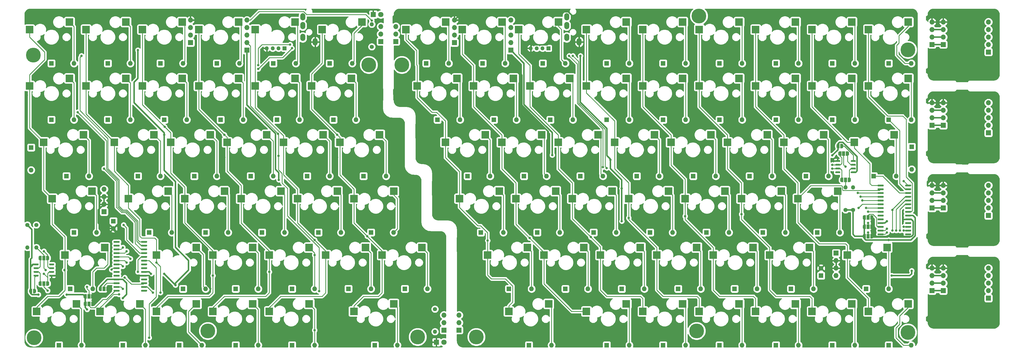
<source format=gbl>
%TF.GenerationSoftware,KiCad,Pcbnew,(5.1.7)-1*%
%TF.CreationDate,2020-12-27T21:22:25+09:00*%
%TF.ProjectId,skb_i2c_lefthand,736b625f-6932-4635-9f6c-65667468616e,rev?*%
%TF.SameCoordinates,Original*%
%TF.FileFunction,Copper,L2,Bot*%
%TF.FilePolarity,Positive*%
%FSLAX46Y46*%
G04 Gerber Fmt 4.6, Leading zero omitted, Abs format (unit mm)*
G04 Created by KiCad (PCBNEW (5.1.7)-1) date 2020-12-27 21:22:25*
%MOMM*%
%LPD*%
G01*
G04 APERTURE LIST*
%TA.AperFunction,SMDPad,CuDef*%
%ADD10R,2.550000X2.500000*%
%TD*%
%TA.AperFunction,WasherPad*%
%ADD11C,5.000000*%
%TD*%
%TA.AperFunction,ComponentPad*%
%ADD12R,1.700000X1.700000*%
%TD*%
%TA.AperFunction,ComponentPad*%
%ADD13O,1.700000X1.700000*%
%TD*%
%TA.AperFunction,ComponentPad*%
%ADD14C,1.800000*%
%TD*%
%TA.AperFunction,ComponentPad*%
%ADD15R,1.800000X1.800000*%
%TD*%
%TA.AperFunction,ComponentPad*%
%ADD16R,1.600000X1.600000*%
%TD*%
%TA.AperFunction,ComponentPad*%
%ADD17O,1.600000X1.600000*%
%TD*%
%TA.AperFunction,SMDPad,CuDef*%
%ADD18C,0.100000*%
%TD*%
%TA.AperFunction,SMDPad,CuDef*%
%ADD19R,1.000000X1.500000*%
%TD*%
%TA.AperFunction,ComponentPad*%
%ADD20C,1.600000*%
%TD*%
%TA.AperFunction,ComponentPad*%
%ADD21O,1.700000X2.500000*%
%TD*%
%TA.AperFunction,ComponentPad*%
%ADD22O,1.350000X1.350000*%
%TD*%
%TA.AperFunction,ComponentPad*%
%ADD23R,1.350000X1.350000*%
%TD*%
%TA.AperFunction,ComponentPad*%
%ADD24C,1.400000*%
%TD*%
%TA.AperFunction,ComponentPad*%
%ADD25O,1.400000X1.400000*%
%TD*%
%TA.AperFunction,ViaPad*%
%ADD26C,0.800000*%
%TD*%
%TA.AperFunction,Conductor*%
%ADD27C,0.500000*%
%TD*%
%TA.AperFunction,Conductor*%
%ADD28C,0.250000*%
%TD*%
%TA.AperFunction,Conductor*%
%ADD29C,0.254000*%
%TD*%
%TA.AperFunction,Conductor*%
%ADD30C,0.100000*%
%TD*%
G04 APERTURE END LIST*
D10*
%TO.P,SW83,1*%
%TO.N,COL_8*%
X314045250Y-54610000D03*
%TO.P,SW83,2*%
%TO.N,Net-(D83-Pad2)*%
X327495250Y-52070000D03*
%TD*%
D11*
%TO.P,Ref\u002A\u002A,*%
%TO.N,*%
X256032000Y-137414000D03*
%TD*%
%TO.P,Ref\u002A\u002A,*%
%TO.N,*%
X256794000Y-30988000D03*
%TD*%
%TO.P,Ref\u002A\u002A,*%
%TO.N,*%
X90932000Y-137414000D03*
%TD*%
%TO.P,Ref\u002A\u002A,*%
%TO.N,*%
X32004000Y-44196000D03*
%TD*%
%TO.P,Ref\u002A\u002A,*%
%TO.N,*%
X145288000Y-47498000D03*
%TD*%
%TO.P,Ref\u002A\u002A,*%
%TO.N,*%
X327406000Y-137922000D03*
%TD*%
%TO.P,Ref\u002A\u002A,*%
%TO.N,*%
X156464000Y-47498000D03*
%TD*%
%TO.P,Ref\u002A\u002A,*%
%TO.N,*%
X327406000Y-42418000D03*
%TD*%
%TO.P,Ref\u002A\u002A,*%
%TO.N,*%
X32258000Y-139700000D03*
%TD*%
%TO.P,Ref\u002A\u002A,*%
%TO.N,*%
X181610000Y-139446000D03*
%TD*%
%TO.P,Ref\u002A\u002A,*%
%TO.N,*%
X161798000Y-139446000D03*
%TD*%
D10*
%TO.P,SW2,1*%
%TO.N,L_COL_0*%
X30740000Y-54610000D03*
%TO.P,SW2,2*%
%TO.N,Net-(D2-Pad2)*%
X44190000Y-52070000D03*
%TD*%
D12*
%TO.P,J10,1*%
%TO.N,G33*%
X154432000Y-39624000D03*
D13*
%TO.P,J10,2*%
X154432000Y-37084000D03*
%TO.P,J10,3*%
X154432000Y-34544000D03*
%TD*%
D12*
%TO.P,J9,1*%
%TO.N,G22*%
X175768000Y-137160000D03*
D13*
%TO.P,J9,2*%
X175768000Y-134620000D03*
%TO.P,J9,3*%
X175768000Y-132080000D03*
%TD*%
%TO.P,J8,3*%
%TO.N,Net-(D85-Pad2)*%
X149352000Y-34544000D03*
%TO.P,J8,2*%
%TO.N,Net-(J8-Pad2)*%
X149352000Y-37084000D03*
D12*
%TO.P,J8,1*%
%TO.N,Net-(J8-Pad1)*%
X149352000Y-39624000D03*
%TD*%
D13*
%TO.P,J7,3*%
%TO.N,Net-(J7-Pad3)*%
X170688000Y-132080000D03*
%TO.P,J7,2*%
%TO.N,Net-(J7-Pad2)*%
X170688000Y-134620000D03*
D12*
%TO.P,J7,1*%
%TO.N,Net-(D84-Pad2)*%
X170688000Y-137160000D03*
%TD*%
D14*
%TO.P,D85,2*%
%TO.N,Net-(D85-Pad2)*%
X149352000Y-30480000D03*
D15*
%TO.P,D85,1*%
%TO.N,L_GND*%
X146812000Y-30480000D03*
%TD*%
D14*
%TO.P,D84,2*%
%TO.N,Net-(D84-Pad2)*%
X170688000Y-141224000D03*
D15*
%TO.P,D84,1*%
%TO.N,L_GND*%
X168148000Y-141224000D03*
%TD*%
D12*
%TO.P,J_PIKO4,1*%
%TO.N,Net-(J_PIKO4-Pad1)*%
X339344000Y-95885000D03*
D13*
%TO.P,J_PIKO4,2*%
%TO.N,Net-(J_PIKO4-Pad2)*%
X339344000Y-93345000D03*
%TO.P,J_PIKO4,3*%
%TO.N,Net-(J_PIKO4-Pad3)*%
X339344000Y-90805000D03*
%TO.P,J_PIKO4,4*%
%TO.N,Net-(J_PIKO4-Pad4)*%
X339344000Y-88265000D03*
%TD*%
D12*
%TO.P,J_PIKO_4E4,1*%
%TO.N,Net-(J_PIKO3-Pad1)*%
X335534000Y-123825000D03*
D13*
%TO.P,J_PIKO_4E4,2*%
%TO.N,Net-(J_PIKO3-Pad2)*%
X335534000Y-121285000D03*
%TO.P,J_PIKO_4E4,3*%
%TO.N,Net-(J_PIKO3-Pad3)*%
X335534000Y-118745000D03*
%TO.P,J_PIKO_4E4,4*%
%TO.N,Net-(J_PIKO3-Pad4)*%
X335534000Y-116205000D03*
%TD*%
D12*
%TO.P,J_PIKO_4E3,1*%
%TO.N,Net-(J_PIKO2-Pad1)*%
X339344000Y-67945000D03*
D13*
%TO.P,J_PIKO_4E3,2*%
%TO.N,Net-(J_PIKO2-Pad2)*%
X339344000Y-65405000D03*
%TO.P,J_PIKO_4E3,3*%
%TO.N,Net-(J_PIKO2-Pad3)*%
X339344000Y-62865000D03*
%TO.P,J_PIKO_4E3,4*%
%TO.N,Net-(J_PIKO2-Pad4)*%
X339344000Y-60325000D03*
%TD*%
D12*
%TO.P,J_PIKO_4E2,1*%
%TO.N,Net-(J_PIKO1-Pad1)*%
X335534000Y-40640000D03*
D13*
%TO.P,J_PIKO_4E2,2*%
%TO.N,Net-(J_PIKO1-Pad2)*%
X335534000Y-38100000D03*
%TO.P,J_PIKO_4E2,3*%
%TO.N,Net-(J_PIKO1-Pad3)*%
X335534000Y-35560000D03*
%TO.P,J_PIKO_4E2,4*%
%TO.N,Net-(J_PIKO1-Pad4)*%
X335534000Y-33020000D03*
%TD*%
D12*
%TO.P,J_PIKO_4E1,1*%
%TO.N,Net-(J_PIKO4-Pad1)*%
X335534000Y-95885000D03*
D13*
%TO.P,J_PIKO_4E1,2*%
%TO.N,Net-(J_PIKO4-Pad2)*%
X335534000Y-93345000D03*
%TO.P,J_PIKO_4E1,3*%
%TO.N,Net-(J_PIKO4-Pad3)*%
X335534000Y-90805000D03*
%TO.P,J_PIKO_4E1,4*%
%TO.N,Net-(J_PIKO4-Pad4)*%
X335534000Y-88265000D03*
%TD*%
D12*
%TO.P,J_PIKO_5,1*%
%TO.N,Net-(J_PIKO_5-Pad1)*%
X354584000Y-70485000D03*
D13*
%TO.P,J_PIKO_5,2*%
%TO.N,Net-(J_PIKO_5-Pad2)*%
X354584000Y-67945000D03*
%TO.P,J_PIKO_5,3*%
%TO.N,Net-(J_PIKO_5-Pad3)*%
X354584000Y-65405000D03*
%TO.P,J_PIKO_5,4*%
%TO.N,Net-(J_PIKO_5-Pad4)*%
X354584000Y-62865000D03*
%TO.P,J_PIKO_5,5*%
%TO.N,Net-(J_PIKO_5-Pad5)*%
X354584000Y-60325000D03*
%TD*%
D12*
%TO.P,J_PIKO_3,1*%
%TO.N,Net-(J_PIKO_3-Pad1)*%
X354584000Y-126365000D03*
D13*
%TO.P,J_PIKO_3,2*%
%TO.N,Net-(J_PIKO_3-Pad2)*%
X354584000Y-123825000D03*
%TO.P,J_PIKO_3,3*%
%TO.N,Net-(J_PIKO_3-Pad3)*%
X354584000Y-121285000D03*
%TO.P,J_PIKO_3,4*%
%TO.N,Net-(J_PIKO_3-Pad4)*%
X354584000Y-118745000D03*
%TO.P,J_PIKO_3,5*%
%TO.N,Net-(J_PIKO_3-Pad5)*%
X354584000Y-116205000D03*
%TD*%
D12*
%TO.P,J_PIKO_2,1*%
%TO.N,Net-(J_PIKO_2-Pad1)*%
X354584000Y-98425000D03*
D13*
%TO.P,J_PIKO_2,2*%
%TO.N,Net-(J_PIKO_2-Pad2)*%
X354584000Y-95885000D03*
%TO.P,J_PIKO_2,3*%
%TO.N,Net-(J_PIKO_2-Pad3)*%
X354584000Y-93345000D03*
%TO.P,J_PIKO_2,4*%
%TO.N,Net-(J_PIKO_2-Pad4)*%
X354584000Y-90805000D03*
%TO.P,J_PIKO_2,5*%
%TO.N,Net-(J_PIKO_2-Pad5)*%
X354584000Y-88265000D03*
%TD*%
D12*
%TO.P,J_PIKO_1,1*%
%TO.N,Net-(J_PIKO_1-Pad1)*%
X354584000Y-43180000D03*
D13*
%TO.P,J_PIKO_1,2*%
%TO.N,Net-(J_PIKO_1-Pad2)*%
X354584000Y-40640000D03*
%TO.P,J_PIKO_1,3*%
%TO.N,Net-(J_PIKO_1-Pad3)*%
X354584000Y-38100000D03*
%TO.P,J_PIKO_1,4*%
%TO.N,Net-(J_PIKO_1-Pad4)*%
X354584000Y-35560000D03*
%TO.P,J_PIKO_1,5*%
%TO.N,Net-(J_PIKO_1-Pad5)*%
X354584000Y-33020000D03*
%TD*%
D12*
%TO.P,J_PIKO3,1*%
%TO.N,Net-(J_PIKO3-Pad1)*%
X339344000Y-123825000D03*
D13*
%TO.P,J_PIKO3,2*%
%TO.N,Net-(J_PIKO3-Pad2)*%
X339344000Y-121285000D03*
%TO.P,J_PIKO3,3*%
%TO.N,Net-(J_PIKO3-Pad3)*%
X339344000Y-118745000D03*
%TO.P,J_PIKO3,4*%
%TO.N,Net-(J_PIKO3-Pad4)*%
X339344000Y-116205000D03*
%TD*%
D12*
%TO.P,J_PIKO2,1*%
%TO.N,Net-(J_PIKO2-Pad1)*%
X335534000Y-67945000D03*
D13*
%TO.P,J_PIKO2,2*%
%TO.N,Net-(J_PIKO2-Pad2)*%
X335534000Y-65405000D03*
%TO.P,J_PIKO2,3*%
%TO.N,Net-(J_PIKO2-Pad3)*%
X335534000Y-62865000D03*
%TO.P,J_PIKO2,4*%
%TO.N,Net-(J_PIKO2-Pad4)*%
X335534000Y-60325000D03*
%TD*%
D12*
%TO.P,J_PIKO1,1*%
%TO.N,Net-(J_PIKO1-Pad1)*%
X339344000Y-40640000D03*
D13*
%TO.P,J_PIKO1,2*%
%TO.N,Net-(J_PIKO1-Pad2)*%
X339344000Y-38100000D03*
%TO.P,J_PIKO1,3*%
%TO.N,Net-(J_PIKO1-Pad3)*%
X339344000Y-35560000D03*
%TO.P,J_PIKO1,4*%
%TO.N,Net-(J_PIKO1-Pad4)*%
X339344000Y-33020000D03*
%TD*%
D16*
%TO.P,SW85,1*%
%TO.N,VCC3P3V*%
X328676000Y-75184000D03*
D17*
%TO.P,SW85,2*%
%TO.N,VCC3P3V_T*%
X328676000Y-82804000D03*
%TD*%
%TO.P,SW84,2*%
%TO.N,L_VCC3P3V_T*%
X31242000Y-83058000D03*
D16*
%TO.P,SW84,1*%
%TO.N,L_VCC3P3V*%
X31242000Y-75438000D03*
%TD*%
D10*
%TO.P,SW52,1*%
%TO.N,COL_2*%
X214032750Y-92710000D03*
%TO.P,SW52,2*%
%TO.N,Net-(D52-Pad2)*%
X227482750Y-90170000D03*
%TD*%
%TO.P,SW25,1*%
%TO.N,L_COL_4*%
X106940000Y-35560000D03*
%TO.P,SW25,2*%
%TO.N,Net-(D25-Pad2)*%
X120390000Y-33020000D03*
%TD*%
%TO.P,SW11,1*%
%TO.N,L_COL_1*%
X73602500Y-111760000D03*
%TO.P,SW11,2*%
%TO.N,Net-(D11-Pad2)*%
X87052500Y-109220000D03*
%TD*%
%TO.P,SW12,1*%
%TO.N,L_COL_1*%
X54552500Y-130810000D03*
%TO.P,SW12,2*%
%TO.N,Net-(D12-Pad2)*%
X68002500Y-128270000D03*
%TD*%
D17*
%TO.P,D32,2*%
%TO.N,Net-(D32-Pad2)*%
X140970000Y-66040000D03*
D16*
%TO.P,D32,1*%
%TO.N,L_ROW_1*%
X133350000Y-66040000D03*
%TD*%
D10*
%TO.P,SW32,1*%
%TO.N,L_COL_5*%
X125990000Y-54610000D03*
%TO.P,SW32,2*%
%TO.N,Net-(D32-Pad2)*%
X139440000Y-52070000D03*
%TD*%
%TO.P,U1,28*%
%TO.N,L_COL_7*%
%TA.AperFunction,SMDPad,CuDef*%
G36*
G01*
X61145000Y-107165000D02*
X61145000Y-107465000D01*
G75*
G02*
X60995000Y-107615000I-150000J0D01*
G01*
X59245000Y-107615000D01*
G75*
G02*
X59095000Y-107465000I0J150000D01*
G01*
X59095000Y-107165000D01*
G75*
G02*
X59245000Y-107015000I150000J0D01*
G01*
X60995000Y-107015000D01*
G75*
G02*
X61145000Y-107165000I0J-150000D01*
G01*
G37*
%TD.AperFunction*%
%TO.P,U1,27*%
%TO.N,L_COL_6*%
%TA.AperFunction,SMDPad,CuDef*%
G36*
G01*
X61145000Y-108435000D02*
X61145000Y-108735000D01*
G75*
G02*
X60995000Y-108885000I-150000J0D01*
G01*
X59245000Y-108885000D01*
G75*
G02*
X59095000Y-108735000I0J150000D01*
G01*
X59095000Y-108435000D01*
G75*
G02*
X59245000Y-108285000I150000J0D01*
G01*
X60995000Y-108285000D01*
G75*
G02*
X61145000Y-108435000I0J-150000D01*
G01*
G37*
%TD.AperFunction*%
%TO.P,U1,26*%
%TO.N,L_COL_5*%
%TA.AperFunction,SMDPad,CuDef*%
G36*
G01*
X61145000Y-109705000D02*
X61145000Y-110005000D01*
G75*
G02*
X60995000Y-110155000I-150000J0D01*
G01*
X59245000Y-110155000D01*
G75*
G02*
X59095000Y-110005000I0J150000D01*
G01*
X59095000Y-109705000D01*
G75*
G02*
X59245000Y-109555000I150000J0D01*
G01*
X60995000Y-109555000D01*
G75*
G02*
X61145000Y-109705000I0J-150000D01*
G01*
G37*
%TD.AperFunction*%
%TO.P,U1,25*%
%TO.N,L_COL_4*%
%TA.AperFunction,SMDPad,CuDef*%
G36*
G01*
X61145000Y-110975000D02*
X61145000Y-111275000D01*
G75*
G02*
X60995000Y-111425000I-150000J0D01*
G01*
X59245000Y-111425000D01*
G75*
G02*
X59095000Y-111275000I0J150000D01*
G01*
X59095000Y-110975000D01*
G75*
G02*
X59245000Y-110825000I150000J0D01*
G01*
X60995000Y-110825000D01*
G75*
G02*
X61145000Y-110975000I0J-150000D01*
G01*
G37*
%TD.AperFunction*%
%TO.P,U1,24*%
%TO.N,L_COL_3*%
%TA.AperFunction,SMDPad,CuDef*%
G36*
G01*
X61145000Y-112245000D02*
X61145000Y-112545000D01*
G75*
G02*
X60995000Y-112695000I-150000J0D01*
G01*
X59245000Y-112695000D01*
G75*
G02*
X59095000Y-112545000I0J150000D01*
G01*
X59095000Y-112245000D01*
G75*
G02*
X59245000Y-112095000I150000J0D01*
G01*
X60995000Y-112095000D01*
G75*
G02*
X61145000Y-112245000I0J-150000D01*
G01*
G37*
%TD.AperFunction*%
%TO.P,U1,23*%
%TO.N,L_COL_2*%
%TA.AperFunction,SMDPad,CuDef*%
G36*
G01*
X61145000Y-113515000D02*
X61145000Y-113815000D01*
G75*
G02*
X60995000Y-113965000I-150000J0D01*
G01*
X59245000Y-113965000D01*
G75*
G02*
X59095000Y-113815000I0J150000D01*
G01*
X59095000Y-113515000D01*
G75*
G02*
X59245000Y-113365000I150000J0D01*
G01*
X60995000Y-113365000D01*
G75*
G02*
X61145000Y-113515000I0J-150000D01*
G01*
G37*
%TD.AperFunction*%
%TO.P,U1,22*%
%TO.N,L_COL_1*%
%TA.AperFunction,SMDPad,CuDef*%
G36*
G01*
X61145000Y-114785000D02*
X61145000Y-115085000D01*
G75*
G02*
X60995000Y-115235000I-150000J0D01*
G01*
X59245000Y-115235000D01*
G75*
G02*
X59095000Y-115085000I0J150000D01*
G01*
X59095000Y-114785000D01*
G75*
G02*
X59245000Y-114635000I150000J0D01*
G01*
X60995000Y-114635000D01*
G75*
G02*
X61145000Y-114785000I0J-150000D01*
G01*
G37*
%TD.AperFunction*%
%TO.P,U1,21*%
%TO.N,L_COL_0*%
%TA.AperFunction,SMDPad,CuDef*%
G36*
G01*
X61145000Y-116055000D02*
X61145000Y-116355000D01*
G75*
G02*
X60995000Y-116505000I-150000J0D01*
G01*
X59245000Y-116505000D01*
G75*
G02*
X59095000Y-116355000I0J150000D01*
G01*
X59095000Y-116055000D01*
G75*
G02*
X59245000Y-115905000I150000J0D01*
G01*
X60995000Y-115905000D01*
G75*
G02*
X61145000Y-116055000I0J-150000D01*
G01*
G37*
%TD.AperFunction*%
%TO.P,U1,20*%
%TO.N,Net-(U1-Pad20)*%
%TA.AperFunction,SMDPad,CuDef*%
G36*
G01*
X61145000Y-117325000D02*
X61145000Y-117625000D01*
G75*
G02*
X60995000Y-117775000I-150000J0D01*
G01*
X59245000Y-117775000D01*
G75*
G02*
X59095000Y-117625000I0J150000D01*
G01*
X59095000Y-117325000D01*
G75*
G02*
X59245000Y-117175000I150000J0D01*
G01*
X60995000Y-117175000D01*
G75*
G02*
X61145000Y-117325000I0J-150000D01*
G01*
G37*
%TD.AperFunction*%
%TO.P,U1,19*%
%TO.N,Net-(U1-Pad19)*%
%TA.AperFunction,SMDPad,CuDef*%
G36*
G01*
X61145000Y-118595000D02*
X61145000Y-118895000D01*
G75*
G02*
X60995000Y-119045000I-150000J0D01*
G01*
X59245000Y-119045000D01*
G75*
G02*
X59095000Y-118895000I0J150000D01*
G01*
X59095000Y-118595000D01*
G75*
G02*
X59245000Y-118445000I150000J0D01*
G01*
X60995000Y-118445000D01*
G75*
G02*
X61145000Y-118595000I0J-150000D01*
G01*
G37*
%TD.AperFunction*%
%TO.P,U1,18*%
%TO.N,L_VCC5V*%
%TA.AperFunction,SMDPad,CuDef*%
G36*
G01*
X61145000Y-119865000D02*
X61145000Y-120165000D01*
G75*
G02*
X60995000Y-120315000I-150000J0D01*
G01*
X59245000Y-120315000D01*
G75*
G02*
X59095000Y-120165000I0J150000D01*
G01*
X59095000Y-119865000D01*
G75*
G02*
X59245000Y-119715000I150000J0D01*
G01*
X60995000Y-119715000D01*
G75*
G02*
X61145000Y-119865000I0J-150000D01*
G01*
G37*
%TD.AperFunction*%
%TO.P,U1,17*%
%TO.N,Net-(JP3-Pad2)*%
%TA.AperFunction,SMDPad,CuDef*%
G36*
G01*
X61145000Y-121135000D02*
X61145000Y-121435000D01*
G75*
G02*
X60995000Y-121585000I-150000J0D01*
G01*
X59245000Y-121585000D01*
G75*
G02*
X59095000Y-121435000I0J150000D01*
G01*
X59095000Y-121135000D01*
G75*
G02*
X59245000Y-120985000I150000J0D01*
G01*
X60995000Y-120985000D01*
G75*
G02*
X61145000Y-121135000I0J-150000D01*
G01*
G37*
%TD.AperFunction*%
%TO.P,U1,16*%
%TO.N,Net-(JP2-Pad2)*%
%TA.AperFunction,SMDPad,CuDef*%
G36*
G01*
X61145000Y-122405000D02*
X61145000Y-122705000D01*
G75*
G02*
X60995000Y-122855000I-150000J0D01*
G01*
X59245000Y-122855000D01*
G75*
G02*
X59095000Y-122705000I0J150000D01*
G01*
X59095000Y-122405000D01*
G75*
G02*
X59245000Y-122255000I150000J0D01*
G01*
X60995000Y-122255000D01*
G75*
G02*
X61145000Y-122405000I0J-150000D01*
G01*
G37*
%TD.AperFunction*%
%TO.P,U1,15*%
%TO.N,Net-(JP1-Pad2)*%
%TA.AperFunction,SMDPad,CuDef*%
G36*
G01*
X61145000Y-123675000D02*
X61145000Y-123975000D01*
G75*
G02*
X60995000Y-124125000I-150000J0D01*
G01*
X59245000Y-124125000D01*
G75*
G02*
X59095000Y-123975000I0J150000D01*
G01*
X59095000Y-123675000D01*
G75*
G02*
X59245000Y-123525000I150000J0D01*
G01*
X60995000Y-123525000D01*
G75*
G02*
X61145000Y-123675000I0J-150000D01*
G01*
G37*
%TD.AperFunction*%
%TO.P,U1,14*%
%TO.N,Net-(U1-Pad14)*%
%TA.AperFunction,SMDPad,CuDef*%
G36*
G01*
X70445000Y-123675000D02*
X70445000Y-123975000D01*
G75*
G02*
X70295000Y-124125000I-150000J0D01*
G01*
X68545000Y-124125000D01*
G75*
G02*
X68395000Y-123975000I0J150000D01*
G01*
X68395000Y-123675000D01*
G75*
G02*
X68545000Y-123525000I150000J0D01*
G01*
X70295000Y-123525000D01*
G75*
G02*
X70445000Y-123675000I0J-150000D01*
G01*
G37*
%TD.AperFunction*%
%TO.P,U1,13*%
%TO.N,L_SDA_MCP*%
%TA.AperFunction,SMDPad,CuDef*%
G36*
G01*
X70445000Y-122405000D02*
X70445000Y-122705000D01*
G75*
G02*
X70295000Y-122855000I-150000J0D01*
G01*
X68545000Y-122855000D01*
G75*
G02*
X68395000Y-122705000I0J150000D01*
G01*
X68395000Y-122405000D01*
G75*
G02*
X68545000Y-122255000I150000J0D01*
G01*
X70295000Y-122255000D01*
G75*
G02*
X70445000Y-122405000I0J-150000D01*
G01*
G37*
%TD.AperFunction*%
%TO.P,U1,12*%
%TO.N,L_SCL_MCP*%
%TA.AperFunction,SMDPad,CuDef*%
G36*
G01*
X70445000Y-121135000D02*
X70445000Y-121435000D01*
G75*
G02*
X70295000Y-121585000I-150000J0D01*
G01*
X68545000Y-121585000D01*
G75*
G02*
X68395000Y-121435000I0J150000D01*
G01*
X68395000Y-121135000D01*
G75*
G02*
X68545000Y-120985000I150000J0D01*
G01*
X70295000Y-120985000D01*
G75*
G02*
X70445000Y-121135000I0J-150000D01*
G01*
G37*
%TD.AperFunction*%
%TO.P,U1,11*%
%TO.N,Net-(U1-Pad11)*%
%TA.AperFunction,SMDPad,CuDef*%
G36*
G01*
X70445000Y-119865000D02*
X70445000Y-120165000D01*
G75*
G02*
X70295000Y-120315000I-150000J0D01*
G01*
X68545000Y-120315000D01*
G75*
G02*
X68395000Y-120165000I0J150000D01*
G01*
X68395000Y-119865000D01*
G75*
G02*
X68545000Y-119715000I150000J0D01*
G01*
X70295000Y-119715000D01*
G75*
G02*
X70445000Y-119865000I0J-150000D01*
G01*
G37*
%TD.AperFunction*%
%TO.P,U1,10*%
%TO.N,L_GND*%
%TA.AperFunction,SMDPad,CuDef*%
G36*
G01*
X70445000Y-118595000D02*
X70445000Y-118895000D01*
G75*
G02*
X70295000Y-119045000I-150000J0D01*
G01*
X68545000Y-119045000D01*
G75*
G02*
X68395000Y-118895000I0J150000D01*
G01*
X68395000Y-118595000D01*
G75*
G02*
X68545000Y-118445000I150000J0D01*
G01*
X70295000Y-118445000D01*
G75*
G02*
X70445000Y-118595000I0J-150000D01*
G01*
G37*
%TD.AperFunction*%
%TO.P,U1,9*%
%TO.N,L_VCC5V*%
%TA.AperFunction,SMDPad,CuDef*%
G36*
G01*
X70445000Y-117325000D02*
X70445000Y-117625000D01*
G75*
G02*
X70295000Y-117775000I-150000J0D01*
G01*
X68545000Y-117775000D01*
G75*
G02*
X68395000Y-117625000I0J150000D01*
G01*
X68395000Y-117325000D01*
G75*
G02*
X68545000Y-117175000I150000J0D01*
G01*
X70295000Y-117175000D01*
G75*
G02*
X70445000Y-117325000I0J-150000D01*
G01*
G37*
%TD.AperFunction*%
%TO.P,U1,8*%
%TO.N,Net-(U1-Pad8)*%
%TA.AperFunction,SMDPad,CuDef*%
G36*
G01*
X70445000Y-116055000D02*
X70445000Y-116355000D01*
G75*
G02*
X70295000Y-116505000I-150000J0D01*
G01*
X68545000Y-116505000D01*
G75*
G02*
X68395000Y-116355000I0J150000D01*
G01*
X68395000Y-116055000D01*
G75*
G02*
X68545000Y-115905000I150000J0D01*
G01*
X70295000Y-115905000D01*
G75*
G02*
X70445000Y-116055000I0J-150000D01*
G01*
G37*
%TD.AperFunction*%
%TO.P,U1,7*%
%TO.N,Net-(U1-Pad7)*%
%TA.AperFunction,SMDPad,CuDef*%
G36*
G01*
X70445000Y-114785000D02*
X70445000Y-115085000D01*
G75*
G02*
X70295000Y-115235000I-150000J0D01*
G01*
X68545000Y-115235000D01*
G75*
G02*
X68395000Y-115085000I0J150000D01*
G01*
X68395000Y-114785000D01*
G75*
G02*
X68545000Y-114635000I150000J0D01*
G01*
X70295000Y-114635000D01*
G75*
G02*
X70445000Y-114785000I0J-150000D01*
G01*
G37*
%TD.AperFunction*%
%TO.P,U1,6*%
%TO.N,L_ROW_5*%
%TA.AperFunction,SMDPad,CuDef*%
G36*
G01*
X70445000Y-113515000D02*
X70445000Y-113815000D01*
G75*
G02*
X70295000Y-113965000I-150000J0D01*
G01*
X68545000Y-113965000D01*
G75*
G02*
X68395000Y-113815000I0J150000D01*
G01*
X68395000Y-113515000D01*
G75*
G02*
X68545000Y-113365000I150000J0D01*
G01*
X70295000Y-113365000D01*
G75*
G02*
X70445000Y-113515000I0J-150000D01*
G01*
G37*
%TD.AperFunction*%
%TO.P,U1,5*%
%TO.N,L_ROW_4*%
%TA.AperFunction,SMDPad,CuDef*%
G36*
G01*
X70445000Y-112245000D02*
X70445000Y-112545000D01*
G75*
G02*
X70295000Y-112695000I-150000J0D01*
G01*
X68545000Y-112695000D01*
G75*
G02*
X68395000Y-112545000I0J150000D01*
G01*
X68395000Y-112245000D01*
G75*
G02*
X68545000Y-112095000I150000J0D01*
G01*
X70295000Y-112095000D01*
G75*
G02*
X70445000Y-112245000I0J-150000D01*
G01*
G37*
%TD.AperFunction*%
%TO.P,U1,4*%
%TO.N,L_ROW_3*%
%TA.AperFunction,SMDPad,CuDef*%
G36*
G01*
X70445000Y-110975000D02*
X70445000Y-111275000D01*
G75*
G02*
X70295000Y-111425000I-150000J0D01*
G01*
X68545000Y-111425000D01*
G75*
G02*
X68395000Y-111275000I0J150000D01*
G01*
X68395000Y-110975000D01*
G75*
G02*
X68545000Y-110825000I150000J0D01*
G01*
X70295000Y-110825000D01*
G75*
G02*
X70445000Y-110975000I0J-150000D01*
G01*
G37*
%TD.AperFunction*%
%TO.P,U1,3*%
%TO.N,L_ROW_2*%
%TA.AperFunction,SMDPad,CuDef*%
G36*
G01*
X70445000Y-109705000D02*
X70445000Y-110005000D01*
G75*
G02*
X70295000Y-110155000I-150000J0D01*
G01*
X68545000Y-110155000D01*
G75*
G02*
X68395000Y-110005000I0J150000D01*
G01*
X68395000Y-109705000D01*
G75*
G02*
X68545000Y-109555000I150000J0D01*
G01*
X70295000Y-109555000D01*
G75*
G02*
X70445000Y-109705000I0J-150000D01*
G01*
G37*
%TD.AperFunction*%
%TO.P,U1,2*%
%TO.N,L_ROW_1*%
%TA.AperFunction,SMDPad,CuDef*%
G36*
G01*
X70445000Y-108435000D02*
X70445000Y-108735000D01*
G75*
G02*
X70295000Y-108885000I-150000J0D01*
G01*
X68545000Y-108885000D01*
G75*
G02*
X68395000Y-108735000I0J150000D01*
G01*
X68395000Y-108435000D01*
G75*
G02*
X68545000Y-108285000I150000J0D01*
G01*
X70295000Y-108285000D01*
G75*
G02*
X70445000Y-108435000I0J-150000D01*
G01*
G37*
%TD.AperFunction*%
%TO.P,U1,1*%
%TO.N,L_ROW_0*%
%TA.AperFunction,SMDPad,CuDef*%
G36*
G01*
X70445000Y-107165000D02*
X70445000Y-107465000D01*
G75*
G02*
X70295000Y-107615000I-150000J0D01*
G01*
X68545000Y-107615000D01*
G75*
G02*
X68395000Y-107465000I0J150000D01*
G01*
X68395000Y-107165000D01*
G75*
G02*
X68545000Y-107015000I150000J0D01*
G01*
X70295000Y-107015000D01*
G75*
G02*
X70445000Y-107165000I0J-150000D01*
G01*
G37*
%TD.AperFunction*%
%TD*%
%TO.P,U2,8*%
%TO.N,L_VCC5V*%
%TA.AperFunction,SMDPad,CuDef*%
G36*
G01*
X33760000Y-114785000D02*
X33760000Y-115085000D01*
G75*
G02*
X33610000Y-115235000I-150000J0D01*
G01*
X32260000Y-115235000D01*
G75*
G02*
X32110000Y-115085000I0J150000D01*
G01*
X32110000Y-114785000D01*
G75*
G02*
X32260000Y-114635000I150000J0D01*
G01*
X33610000Y-114635000D01*
G75*
G02*
X33760000Y-114785000I0J-150000D01*
G01*
G37*
%TD.AperFunction*%
%TO.P,U2,7*%
%TO.N,Net-(JP5-Pad3)*%
%TA.AperFunction,SMDPad,CuDef*%
G36*
G01*
X33760000Y-116055000D02*
X33760000Y-116355000D01*
G75*
G02*
X33610000Y-116505000I-150000J0D01*
G01*
X32260000Y-116505000D01*
G75*
G02*
X32110000Y-116355000I0J150000D01*
G01*
X32110000Y-116055000D01*
G75*
G02*
X32260000Y-115905000I150000J0D01*
G01*
X33610000Y-115905000D01*
G75*
G02*
X33760000Y-116055000I0J-150000D01*
G01*
G37*
%TD.AperFunction*%
%TO.P,U2,6*%
%TO.N,Net-(JP6-Pad3)*%
%TA.AperFunction,SMDPad,CuDef*%
G36*
G01*
X33760000Y-117325000D02*
X33760000Y-117625000D01*
G75*
G02*
X33610000Y-117775000I-150000J0D01*
G01*
X32260000Y-117775000D01*
G75*
G02*
X32110000Y-117625000I0J150000D01*
G01*
X32110000Y-117325000D01*
G75*
G02*
X32260000Y-117175000I150000J0D01*
G01*
X33610000Y-117175000D01*
G75*
G02*
X33760000Y-117325000I0J-150000D01*
G01*
G37*
%TD.AperFunction*%
%TO.P,U2,5*%
%TO.N,Net-(JP4-Pad1)*%
%TA.AperFunction,SMDPad,CuDef*%
G36*
G01*
X33760000Y-118595000D02*
X33760000Y-118895000D01*
G75*
G02*
X33610000Y-119045000I-150000J0D01*
G01*
X32260000Y-119045000D01*
G75*
G02*
X32110000Y-118895000I0J150000D01*
G01*
X32110000Y-118595000D01*
G75*
G02*
X32260000Y-118445000I150000J0D01*
G01*
X33610000Y-118445000D01*
G75*
G02*
X33760000Y-118595000I0J-150000D01*
G01*
G37*
%TD.AperFunction*%
%TO.P,U2,4*%
%TO.N,L_GND*%
%TA.AperFunction,SMDPad,CuDef*%
G36*
G01*
X39010000Y-118595000D02*
X39010000Y-118895000D01*
G75*
G02*
X38860000Y-119045000I-150000J0D01*
G01*
X37510000Y-119045000D01*
G75*
G02*
X37360000Y-118895000I0J150000D01*
G01*
X37360000Y-118595000D01*
G75*
G02*
X37510000Y-118445000I150000J0D01*
G01*
X38860000Y-118445000D01*
G75*
G02*
X39010000Y-118595000I0J-150000D01*
G01*
G37*
%TD.AperFunction*%
%TO.P,U2,3*%
%TO.N,L_SDA_GROVE*%
%TA.AperFunction,SMDPad,CuDef*%
G36*
G01*
X39010000Y-117325000D02*
X39010000Y-117625000D01*
G75*
G02*
X38860000Y-117775000I-150000J0D01*
G01*
X37510000Y-117775000D01*
G75*
G02*
X37360000Y-117625000I0J150000D01*
G01*
X37360000Y-117325000D01*
G75*
G02*
X37510000Y-117175000I150000J0D01*
G01*
X38860000Y-117175000D01*
G75*
G02*
X39010000Y-117325000I0J-150000D01*
G01*
G37*
%TD.AperFunction*%
%TO.P,U2,2*%
%TO.N,L_SCL_GROVE*%
%TA.AperFunction,SMDPad,CuDef*%
G36*
G01*
X39010000Y-116055000D02*
X39010000Y-116355000D01*
G75*
G02*
X38860000Y-116505000I-150000J0D01*
G01*
X37510000Y-116505000D01*
G75*
G02*
X37360000Y-116355000I0J150000D01*
G01*
X37360000Y-116055000D01*
G75*
G02*
X37510000Y-115905000I150000J0D01*
G01*
X38860000Y-115905000D01*
G75*
G02*
X39010000Y-116055000I0J-150000D01*
G01*
G37*
%TD.AperFunction*%
%TO.P,U2,1*%
%TO.N,Net-(U2-Pad1)*%
%TA.AperFunction,SMDPad,CuDef*%
G36*
G01*
X39010000Y-114785000D02*
X39010000Y-115085000D01*
G75*
G02*
X38860000Y-115235000I-150000J0D01*
G01*
X37510000Y-115235000D01*
G75*
G02*
X37360000Y-115085000I0J150000D01*
G01*
X37360000Y-114785000D01*
G75*
G02*
X37510000Y-114635000I150000J0D01*
G01*
X38860000Y-114635000D01*
G75*
G02*
X39010000Y-114785000I0J-150000D01*
G01*
G37*
%TD.AperFunction*%
%TD*%
%TO.P,SW36,1*%
%TO.N,L_COL_5*%
X140277500Y-130810000D03*
%TO.P,SW36,2*%
%TO.N,Net-(D36-Pad2)*%
X153727500Y-128270000D03*
%TD*%
%TO.P,SW35,1*%
%TO.N,L_COL_5*%
X149802500Y-111760000D03*
%TO.P,SW35,2*%
%TO.N,Net-(D35-Pad2)*%
X163252500Y-109220000D03*
%TD*%
%TO.P,SW34,1*%
%TO.N,L_COL_5*%
X140277500Y-92710000D03*
%TO.P,SW34,2*%
%TO.N,Net-(D34-Pad2)*%
X153727500Y-90170000D03*
%TD*%
%TO.P,SW33,1*%
%TO.N,L_COL_5*%
X135515000Y-73660000D03*
%TO.P,SW33,2*%
%TO.N,Net-(D33-Pad2)*%
X148965000Y-71120000D03*
%TD*%
%TO.P,SW31,1*%
%TO.N,L_COL_5*%
X129561875Y-35560000D03*
%TO.P,SW31,2*%
%TO.N,Net-(D31-Pad2)*%
X143011875Y-33020000D03*
%TD*%
%TO.P,SW30,1*%
%TO.N,L_COL_4*%
X111702500Y-130810000D03*
%TO.P,SW30,2*%
%TO.N,Net-(D30-Pad2)*%
X125152500Y-128270000D03*
%TD*%
%TO.P,SW29,1*%
%TO.N,L_COL_4*%
X130752500Y-111760000D03*
%TO.P,SW29,2*%
%TO.N,Net-(D29-Pad2)*%
X144202500Y-109220000D03*
%TD*%
%TO.P,SW28,1*%
%TO.N,L_COL_4*%
X121227500Y-92710000D03*
%TO.P,SW28,2*%
%TO.N,Net-(D28-Pad2)*%
X134677500Y-90170000D03*
%TD*%
%TO.P,SW27,1*%
%TO.N,L_COL_4*%
X116465000Y-73660000D03*
%TO.P,SW27,2*%
%TO.N,Net-(D27-Pad2)*%
X129915000Y-71120000D03*
%TD*%
%TO.P,SW26,1*%
%TO.N,L_COL_4*%
X106940000Y-54610000D03*
%TO.P,SW26,2*%
%TO.N,Net-(D26-Pad2)*%
X120390000Y-52070000D03*
%TD*%
%TO.P,SW24,1*%
%TO.N,L_COL_3*%
X92652500Y-130810000D03*
%TO.P,SW24,2*%
%TO.N,Net-(D24-Pad2)*%
X106102500Y-128270000D03*
%TD*%
%TO.P,SW23,1*%
%TO.N,L_COL_3*%
X111702500Y-111760000D03*
%TO.P,SW23,2*%
%TO.N,Net-(D23-Pad2)*%
X125152500Y-109220000D03*
%TD*%
%TO.P,SW22,1*%
%TO.N,L_COL_3*%
X102177500Y-92710000D03*
%TO.P,SW22,2*%
%TO.N,Net-(D22-Pad2)*%
X115627500Y-90170000D03*
%TD*%
%TO.P,SW21,1*%
%TO.N,L_COL_3*%
X97415000Y-73660000D03*
%TO.P,SW21,2*%
%TO.N,Net-(D21-Pad2)*%
X110865000Y-71120000D03*
%TD*%
%TO.P,SW20,1*%
%TO.N,L_COL_3*%
X87890000Y-54610000D03*
%TO.P,SW20,2*%
%TO.N,Net-(D20-Pad2)*%
X101340000Y-52070000D03*
%TD*%
%TO.P,SW19,1*%
%TO.N,L_COL_3*%
X87890000Y-35560000D03*
%TO.P,SW19,2*%
%TO.N,Net-(D19-Pad2)*%
X101340000Y-33020000D03*
%TD*%
%TO.P,SW18,1*%
%TO.N,L_COL_2*%
X73602500Y-130810000D03*
%TO.P,SW18,2*%
%TO.N,Net-(D18-Pad2)*%
X87052500Y-128270000D03*
%TD*%
%TO.P,SW17,1*%
%TO.N,L_COL_2*%
X92652500Y-111760000D03*
%TO.P,SW17,2*%
%TO.N,Net-(D17-Pad2)*%
X106102500Y-109220000D03*
%TD*%
%TO.P,SW16,1*%
%TO.N,L_COL_2*%
X83127500Y-92710000D03*
%TO.P,SW16,2*%
%TO.N,Net-(D16-Pad2)*%
X96577500Y-90170000D03*
%TD*%
%TO.P,SW15,1*%
%TO.N,L_COL_2*%
X78365000Y-73660000D03*
%TO.P,SW15,2*%
%TO.N,Net-(D15-Pad2)*%
X91815000Y-71120000D03*
%TD*%
%TO.P,SW14,1*%
%TO.N,L_COL_2*%
X68840000Y-54610000D03*
%TO.P,SW14,2*%
%TO.N,Net-(D14-Pad2)*%
X82290000Y-52070000D03*
%TD*%
%TO.P,SW13,1*%
%TO.N,L_COL_2*%
X68840000Y-35560000D03*
%TO.P,SW13,2*%
%TO.N,Net-(D13-Pad2)*%
X82290000Y-33020000D03*
%TD*%
%TO.P,SW10,1*%
%TO.N,L_COL_1*%
X64077500Y-92710000D03*
%TO.P,SW10,2*%
%TO.N,Net-(D10-Pad2)*%
X77527500Y-90170000D03*
%TD*%
%TO.P,SW9,1*%
%TO.N,L_COL_1*%
X59315000Y-73660000D03*
%TO.P,SW9,2*%
%TO.N,Net-(D9-Pad2)*%
X72765000Y-71120000D03*
%TD*%
%TO.P,SW8,1*%
%TO.N,L_COL_1*%
X49790000Y-54610000D03*
%TO.P,SW8,2*%
%TO.N,Net-(D8-Pad2)*%
X63240000Y-52070000D03*
%TD*%
%TO.P,SW7,1*%
%TO.N,L_COL_1*%
X49790000Y-35560000D03*
%TO.P,SW7,2*%
%TO.N,Net-(D7-Pad2)*%
X63240000Y-33020000D03*
%TD*%
%TO.P,SW6,1*%
%TO.N,L_COL_0*%
X33121250Y-130810000D03*
%TO.P,SW6,2*%
%TO.N,Net-(D6-Pad2)*%
X46571250Y-128270000D03*
%TD*%
%TO.P,SW5,1*%
%TO.N,L_COL_0*%
X42646250Y-111760000D03*
%TO.P,SW5,2*%
%TO.N,Net-(D5-Pad2)*%
X56096250Y-109220000D03*
%TD*%
%TO.P,SW4,1*%
%TO.N,L_COL_0*%
X38360000Y-92710000D03*
%TO.P,SW4,2*%
%TO.N,Net-(D4-Pad2)*%
X51810000Y-90170000D03*
%TD*%
%TO.P,SW3,1*%
%TO.N,L_COL_0*%
X35502500Y-73660000D03*
%TO.P,SW3,2*%
%TO.N,Net-(D3-Pad2)*%
X48952500Y-71120000D03*
%TD*%
%TO.P,SW1,1*%
%TO.N,L_COL_0*%
X30740000Y-35560000D03*
%TO.P,SW1,2*%
%TO.N,Net-(D1-Pad2)*%
X44190000Y-33020000D03*
%TD*%
%TA.AperFunction,SMDPad,CuDef*%
D18*
%TO.P,JP4,2*%
%TO.N,L_VCC5V*%
G36*
X31100000Y-124701398D02*
G01*
X31075466Y-124701398D01*
X31026635Y-124696588D01*
X30978510Y-124687016D01*
X30931555Y-124672772D01*
X30886222Y-124653995D01*
X30842949Y-124630864D01*
X30802150Y-124603604D01*
X30764221Y-124572476D01*
X30729524Y-124537779D01*
X30698396Y-124499850D01*
X30671136Y-124459051D01*
X30648005Y-124415778D01*
X30629228Y-124370445D01*
X30614984Y-124323490D01*
X30605412Y-124275365D01*
X30600602Y-124226534D01*
X30600602Y-124202000D01*
X30600000Y-124202000D01*
X30600000Y-123702000D01*
X30600602Y-123702000D01*
X30600602Y-123677466D01*
X30605412Y-123628635D01*
X30614984Y-123580510D01*
X30629228Y-123533555D01*
X30648005Y-123488222D01*
X30671136Y-123444949D01*
X30698396Y-123404150D01*
X30729524Y-123366221D01*
X30764221Y-123331524D01*
X30802150Y-123300396D01*
X30842949Y-123273136D01*
X30886222Y-123250005D01*
X30931555Y-123231228D01*
X30978510Y-123216984D01*
X31026635Y-123207412D01*
X31075466Y-123202602D01*
X31100000Y-123202602D01*
X31100000Y-123202000D01*
X31600000Y-123202000D01*
X31600000Y-124702000D01*
X31100000Y-124702000D01*
X31100000Y-124701398D01*
G37*
%TD.AperFunction*%
%TA.AperFunction,SMDPad,CuDef*%
%TO.P,JP4,1*%
%TO.N,Net-(JP4-Pad1)*%
G36*
X31900000Y-123202000D02*
G01*
X32400000Y-123202000D01*
X32400000Y-123202602D01*
X32424534Y-123202602D01*
X32473365Y-123207412D01*
X32521490Y-123216984D01*
X32568445Y-123231228D01*
X32613778Y-123250005D01*
X32657051Y-123273136D01*
X32697850Y-123300396D01*
X32735779Y-123331524D01*
X32770476Y-123366221D01*
X32801604Y-123404150D01*
X32828864Y-123444949D01*
X32851995Y-123488222D01*
X32870772Y-123533555D01*
X32885016Y-123580510D01*
X32894588Y-123628635D01*
X32899398Y-123677466D01*
X32899398Y-123702000D01*
X32900000Y-123702000D01*
X32900000Y-124202000D01*
X32899398Y-124202000D01*
X32899398Y-124226534D01*
X32894588Y-124275365D01*
X32885016Y-124323490D01*
X32870772Y-124370445D01*
X32851995Y-124415778D01*
X32828864Y-124459051D01*
X32801604Y-124499850D01*
X32770476Y-124537779D01*
X32735779Y-124572476D01*
X32697850Y-124603604D01*
X32657051Y-124630864D01*
X32613778Y-124653995D01*
X32568445Y-124672772D01*
X32521490Y-124687016D01*
X32473365Y-124696588D01*
X32424534Y-124701398D01*
X32400000Y-124701398D01*
X32400000Y-124702000D01*
X31900000Y-124702000D01*
X31900000Y-123202000D01*
G37*
%TD.AperFunction*%
%TD*%
D19*
%TO.P,JP3,2*%
%TO.N,Net-(JP3-Pad2)*%
X55880000Y-123190000D03*
%TA.AperFunction,SMDPad,CuDef*%
D18*
%TO.P,JP3,3*%
%TO.N,L_VCC5V*%
G36*
X54580000Y-123939398D02*
G01*
X54555466Y-123939398D01*
X54506635Y-123934588D01*
X54458510Y-123925016D01*
X54411555Y-123910772D01*
X54366222Y-123891995D01*
X54322949Y-123868864D01*
X54282150Y-123841604D01*
X54244221Y-123810476D01*
X54209524Y-123775779D01*
X54178396Y-123737850D01*
X54151136Y-123697051D01*
X54128005Y-123653778D01*
X54109228Y-123608445D01*
X54094984Y-123561490D01*
X54085412Y-123513365D01*
X54080602Y-123464534D01*
X54080602Y-123440000D01*
X54080000Y-123440000D01*
X54080000Y-122940000D01*
X54080602Y-122940000D01*
X54080602Y-122915466D01*
X54085412Y-122866635D01*
X54094984Y-122818510D01*
X54109228Y-122771555D01*
X54128005Y-122726222D01*
X54151136Y-122682949D01*
X54178396Y-122642150D01*
X54209524Y-122604221D01*
X54244221Y-122569524D01*
X54282150Y-122538396D01*
X54322949Y-122511136D01*
X54366222Y-122488005D01*
X54411555Y-122469228D01*
X54458510Y-122454984D01*
X54506635Y-122445412D01*
X54555466Y-122440602D01*
X54580000Y-122440602D01*
X54580000Y-122440000D01*
X55130000Y-122440000D01*
X55130000Y-123940000D01*
X54580000Y-123940000D01*
X54580000Y-123939398D01*
G37*
%TD.AperFunction*%
%TA.AperFunction,SMDPad,CuDef*%
%TO.P,JP3,1*%
%TO.N,L_GND*%
G36*
X56630000Y-122440000D02*
G01*
X57180000Y-122440000D01*
X57180000Y-122440602D01*
X57204534Y-122440602D01*
X57253365Y-122445412D01*
X57301490Y-122454984D01*
X57348445Y-122469228D01*
X57393778Y-122488005D01*
X57437051Y-122511136D01*
X57477850Y-122538396D01*
X57515779Y-122569524D01*
X57550476Y-122604221D01*
X57581604Y-122642150D01*
X57608864Y-122682949D01*
X57631995Y-122726222D01*
X57650772Y-122771555D01*
X57665016Y-122818510D01*
X57674588Y-122866635D01*
X57679398Y-122915466D01*
X57679398Y-122940000D01*
X57680000Y-122940000D01*
X57680000Y-123440000D01*
X57679398Y-123440000D01*
X57679398Y-123464534D01*
X57674588Y-123513365D01*
X57665016Y-123561490D01*
X57650772Y-123608445D01*
X57631995Y-123653778D01*
X57608864Y-123697051D01*
X57581604Y-123737850D01*
X57550476Y-123775779D01*
X57515779Y-123810476D01*
X57477850Y-123841604D01*
X57437051Y-123868864D01*
X57393778Y-123891995D01*
X57348445Y-123910772D01*
X57301490Y-123925016D01*
X57253365Y-123934588D01*
X57204534Y-123939398D01*
X57180000Y-123939398D01*
X57180000Y-123940000D01*
X56630000Y-123940000D01*
X56630000Y-122440000D01*
G37*
%TD.AperFunction*%
%TD*%
D19*
%TO.P,JP2,2*%
%TO.N,Net-(JP2-Pad2)*%
X50770000Y-125730000D03*
%TA.AperFunction,SMDPad,CuDef*%
D18*
%TO.P,JP2,3*%
%TO.N,L_VCC5V*%
G36*
X49470000Y-126479398D02*
G01*
X49445466Y-126479398D01*
X49396635Y-126474588D01*
X49348510Y-126465016D01*
X49301555Y-126450772D01*
X49256222Y-126431995D01*
X49212949Y-126408864D01*
X49172150Y-126381604D01*
X49134221Y-126350476D01*
X49099524Y-126315779D01*
X49068396Y-126277850D01*
X49041136Y-126237051D01*
X49018005Y-126193778D01*
X48999228Y-126148445D01*
X48984984Y-126101490D01*
X48975412Y-126053365D01*
X48970602Y-126004534D01*
X48970602Y-125980000D01*
X48970000Y-125980000D01*
X48970000Y-125480000D01*
X48970602Y-125480000D01*
X48970602Y-125455466D01*
X48975412Y-125406635D01*
X48984984Y-125358510D01*
X48999228Y-125311555D01*
X49018005Y-125266222D01*
X49041136Y-125222949D01*
X49068396Y-125182150D01*
X49099524Y-125144221D01*
X49134221Y-125109524D01*
X49172150Y-125078396D01*
X49212949Y-125051136D01*
X49256222Y-125028005D01*
X49301555Y-125009228D01*
X49348510Y-124994984D01*
X49396635Y-124985412D01*
X49445466Y-124980602D01*
X49470000Y-124980602D01*
X49470000Y-124980000D01*
X50020000Y-124980000D01*
X50020000Y-126480000D01*
X49470000Y-126480000D01*
X49470000Y-126479398D01*
G37*
%TD.AperFunction*%
%TA.AperFunction,SMDPad,CuDef*%
%TO.P,JP2,1*%
%TO.N,L_GND*%
G36*
X51520000Y-124980000D02*
G01*
X52070000Y-124980000D01*
X52070000Y-124980602D01*
X52094534Y-124980602D01*
X52143365Y-124985412D01*
X52191490Y-124994984D01*
X52238445Y-125009228D01*
X52283778Y-125028005D01*
X52327051Y-125051136D01*
X52367850Y-125078396D01*
X52405779Y-125109524D01*
X52440476Y-125144221D01*
X52471604Y-125182150D01*
X52498864Y-125222949D01*
X52521995Y-125266222D01*
X52540772Y-125311555D01*
X52555016Y-125358510D01*
X52564588Y-125406635D01*
X52569398Y-125455466D01*
X52569398Y-125480000D01*
X52570000Y-125480000D01*
X52570000Y-125980000D01*
X52569398Y-125980000D01*
X52569398Y-126004534D01*
X52564588Y-126053365D01*
X52555016Y-126101490D01*
X52540772Y-126148445D01*
X52521995Y-126193778D01*
X52498864Y-126237051D01*
X52471604Y-126277850D01*
X52440476Y-126315779D01*
X52405779Y-126350476D01*
X52367850Y-126381604D01*
X52327051Y-126408864D01*
X52283778Y-126431995D01*
X52238445Y-126450772D01*
X52191490Y-126465016D01*
X52143365Y-126474588D01*
X52094534Y-126479398D01*
X52070000Y-126479398D01*
X52070000Y-126480000D01*
X51520000Y-126480000D01*
X51520000Y-124980000D01*
G37*
%TD.AperFunction*%
%TD*%
D19*
%TO.P,JP1,2*%
%TO.N,Net-(JP1-Pad2)*%
X50800000Y-128270000D03*
%TA.AperFunction,SMDPad,CuDef*%
D18*
%TO.P,JP1,3*%
%TO.N,L_VCC5V*%
G36*
X49500000Y-129019398D02*
G01*
X49475466Y-129019398D01*
X49426635Y-129014588D01*
X49378510Y-129005016D01*
X49331555Y-128990772D01*
X49286222Y-128971995D01*
X49242949Y-128948864D01*
X49202150Y-128921604D01*
X49164221Y-128890476D01*
X49129524Y-128855779D01*
X49098396Y-128817850D01*
X49071136Y-128777051D01*
X49048005Y-128733778D01*
X49029228Y-128688445D01*
X49014984Y-128641490D01*
X49005412Y-128593365D01*
X49000602Y-128544534D01*
X49000602Y-128520000D01*
X49000000Y-128520000D01*
X49000000Y-128020000D01*
X49000602Y-128020000D01*
X49000602Y-127995466D01*
X49005412Y-127946635D01*
X49014984Y-127898510D01*
X49029228Y-127851555D01*
X49048005Y-127806222D01*
X49071136Y-127762949D01*
X49098396Y-127722150D01*
X49129524Y-127684221D01*
X49164221Y-127649524D01*
X49202150Y-127618396D01*
X49242949Y-127591136D01*
X49286222Y-127568005D01*
X49331555Y-127549228D01*
X49378510Y-127534984D01*
X49426635Y-127525412D01*
X49475466Y-127520602D01*
X49500000Y-127520602D01*
X49500000Y-127520000D01*
X50050000Y-127520000D01*
X50050000Y-129020000D01*
X49500000Y-129020000D01*
X49500000Y-129019398D01*
G37*
%TD.AperFunction*%
%TA.AperFunction,SMDPad,CuDef*%
%TO.P,JP1,1*%
%TO.N,L_GND*%
G36*
X51550000Y-127520000D02*
G01*
X52100000Y-127520000D01*
X52100000Y-127520602D01*
X52124534Y-127520602D01*
X52173365Y-127525412D01*
X52221490Y-127534984D01*
X52268445Y-127549228D01*
X52313778Y-127568005D01*
X52357051Y-127591136D01*
X52397850Y-127618396D01*
X52435779Y-127649524D01*
X52470476Y-127684221D01*
X52501604Y-127722150D01*
X52528864Y-127762949D01*
X52551995Y-127806222D01*
X52570772Y-127851555D01*
X52585016Y-127898510D01*
X52594588Y-127946635D01*
X52599398Y-127995466D01*
X52599398Y-128020000D01*
X52600000Y-128020000D01*
X52600000Y-128520000D01*
X52599398Y-128520000D01*
X52599398Y-128544534D01*
X52594588Y-128593365D01*
X52585016Y-128641490D01*
X52570772Y-128688445D01*
X52551995Y-128733778D01*
X52528864Y-128777051D01*
X52501604Y-128817850D01*
X52470476Y-128855779D01*
X52435779Y-128890476D01*
X52397850Y-128921604D01*
X52357051Y-128948864D01*
X52313778Y-128971995D01*
X52268445Y-128990772D01*
X52221490Y-129005016D01*
X52173365Y-129014588D01*
X52124534Y-129019398D01*
X52100000Y-129019398D01*
X52100000Y-129020000D01*
X51550000Y-129020000D01*
X51550000Y-127520000D01*
G37*
%TD.AperFunction*%
%TD*%
D17*
%TO.P,D1,2*%
%TO.N,Net-(D1-Pad2)*%
X45720000Y-46990000D03*
D16*
%TO.P,D1,1*%
%TO.N,L_ROW_0*%
X38100000Y-46990000D03*
%TD*%
D17*
%TO.P,D2,2*%
%TO.N,Net-(D2-Pad2)*%
X45720000Y-66040000D03*
D16*
%TO.P,D2,1*%
%TO.N,L_ROW_1*%
X38100000Y-66040000D03*
%TD*%
D17*
%TO.P,D3,2*%
%TO.N,Net-(D3-Pad2)*%
X50800000Y-85090000D03*
D16*
%TO.P,D3,1*%
%TO.N,L_ROW_2*%
X43180000Y-85090000D03*
%TD*%
D17*
%TO.P,D4,2*%
%TO.N,Net-(D4-Pad2)*%
X53340000Y-104140000D03*
D16*
%TO.P,D4,1*%
%TO.N,L_ROW_3*%
X45720000Y-104140000D03*
%TD*%
D17*
%TO.P,D5,2*%
%TO.N,Net-(D5-Pad2)*%
X52070000Y-123190000D03*
D16*
%TO.P,D5,1*%
%TO.N,L_ROW_4*%
X44450000Y-123190000D03*
%TD*%
D17*
%TO.P,D6,2*%
%TO.N,Net-(D6-Pad2)*%
X48260000Y-142240000D03*
D16*
%TO.P,D6,1*%
%TO.N,L_ROW_5*%
X40640000Y-142240000D03*
%TD*%
D17*
%TO.P,D7,2*%
%TO.N,Net-(D7-Pad2)*%
X64770000Y-46990000D03*
D16*
%TO.P,D7,1*%
%TO.N,L_ROW_0*%
X57150000Y-46990000D03*
%TD*%
D17*
%TO.P,D8,2*%
%TO.N,Net-(D8-Pad2)*%
X64770000Y-66040000D03*
D16*
%TO.P,D8,1*%
%TO.N,L_ROW_1*%
X57150000Y-66040000D03*
%TD*%
D17*
%TO.P,D9,2*%
%TO.N,Net-(D9-Pad2)*%
X74930000Y-85090000D03*
D16*
%TO.P,D9,1*%
%TO.N,L_ROW_2*%
X67310000Y-85090000D03*
%TD*%
D17*
%TO.P,D10,2*%
%TO.N,Net-(D10-Pad2)*%
X78740000Y-104140000D03*
D16*
%TO.P,D10,1*%
%TO.N,L_ROW_3*%
X71120000Y-104140000D03*
%TD*%
D17*
%TO.P,D11,2*%
%TO.N,Net-(D11-Pad2)*%
X90170000Y-123190000D03*
D16*
%TO.P,D11,1*%
%TO.N,L_ROW_4*%
X82550000Y-123190000D03*
%TD*%
D17*
%TO.P,D12,2*%
%TO.N,Net-(D12-Pad2)*%
X69850000Y-142240000D03*
D16*
%TO.P,D12,1*%
%TO.N,L_ROW_5*%
X62230000Y-142240000D03*
%TD*%
D17*
%TO.P,D13,2*%
%TO.N,Net-(D13-Pad2)*%
X82550000Y-46990000D03*
D16*
%TO.P,D13,1*%
%TO.N,L_ROW_0*%
X74930000Y-46990000D03*
%TD*%
D17*
%TO.P,D14,2*%
%TO.N,Net-(D14-Pad2)*%
X83820000Y-66040000D03*
D16*
%TO.P,D14,1*%
%TO.N,L_ROW_1*%
X76200000Y-66040000D03*
%TD*%
D17*
%TO.P,D15,2*%
%TO.N,Net-(D15-Pad2)*%
X93980000Y-85090000D03*
D16*
%TO.P,D15,1*%
%TO.N,L_ROW_2*%
X86360000Y-85090000D03*
%TD*%
D17*
%TO.P,D16,2*%
%TO.N,Net-(D16-Pad2)*%
X97790000Y-104140000D03*
D16*
%TO.P,D16,1*%
%TO.N,L_ROW_3*%
X90170000Y-104140000D03*
%TD*%
D17*
%TO.P,D17,2*%
%TO.N,Net-(D17-Pad2)*%
X107950000Y-123190000D03*
D16*
%TO.P,D17,1*%
%TO.N,L_ROW_4*%
X100330000Y-123190000D03*
%TD*%
D17*
%TO.P,D18,2*%
%TO.N,Net-(D18-Pad2)*%
X88900000Y-142240000D03*
D16*
%TO.P,D18,1*%
%TO.N,L_ROW_5*%
X81280000Y-142240000D03*
%TD*%
D17*
%TO.P,D19,2*%
%TO.N,Net-(D19-Pad2)*%
X101600000Y-46990000D03*
D16*
%TO.P,D19,1*%
%TO.N,L_ROW_0*%
X93980000Y-46990000D03*
%TD*%
D17*
%TO.P,D20,2*%
%TO.N,Net-(D20-Pad2)*%
X102870000Y-66040000D03*
D16*
%TO.P,D20,1*%
%TO.N,L_ROW_1*%
X95250000Y-66040000D03*
%TD*%
D17*
%TO.P,D21,2*%
%TO.N,Net-(D21-Pad2)*%
X113030000Y-85090000D03*
D16*
%TO.P,D21,1*%
%TO.N,L_ROW_2*%
X105410000Y-85090000D03*
%TD*%
D17*
%TO.P,D22,2*%
%TO.N,Net-(D22-Pad2)*%
X116840000Y-104140000D03*
D16*
%TO.P,D22,1*%
%TO.N,L_ROW_3*%
X109220000Y-104140000D03*
%TD*%
D17*
%TO.P,D23,2*%
%TO.N,Net-(D23-Pad2)*%
X127000000Y-123190000D03*
D16*
%TO.P,D23,1*%
%TO.N,L_ROW_4*%
X119380000Y-123190000D03*
%TD*%
D17*
%TO.P,D24,2*%
%TO.N,Net-(D24-Pad2)*%
X107950000Y-142240000D03*
D16*
%TO.P,D24,1*%
%TO.N,L_ROW_5*%
X100330000Y-142240000D03*
%TD*%
D17*
%TO.P,D25,2*%
%TO.N,Net-(D25-Pad2)*%
X120650000Y-46990000D03*
D16*
%TO.P,D25,1*%
%TO.N,L_ROW_0*%
X113030000Y-46990000D03*
%TD*%
D17*
%TO.P,D26,2*%
%TO.N,Net-(D26-Pad2)*%
X121920000Y-66040000D03*
D16*
%TO.P,D26,1*%
%TO.N,L_ROW_1*%
X114300000Y-66040000D03*
%TD*%
D17*
%TO.P,D27,2*%
%TO.N,Net-(D27-Pad2)*%
X132080000Y-85090000D03*
D16*
%TO.P,D27,1*%
%TO.N,L_ROW_2*%
X124460000Y-85090000D03*
%TD*%
D17*
%TO.P,D28,2*%
%TO.N,Net-(D28-Pad2)*%
X135890000Y-104140000D03*
D16*
%TO.P,D28,1*%
%TO.N,L_ROW_3*%
X128270000Y-104140000D03*
%TD*%
D17*
%TO.P,D29,2*%
%TO.N,Net-(D29-Pad2)*%
X146050000Y-123190000D03*
D16*
%TO.P,D29,1*%
%TO.N,L_ROW_4*%
X138430000Y-123190000D03*
%TD*%
D17*
%TO.P,D30,2*%
%TO.N,Net-(D30-Pad2)*%
X127000000Y-142240000D03*
D16*
%TO.P,D30,1*%
%TO.N,L_ROW_5*%
X119380000Y-142240000D03*
%TD*%
D17*
%TO.P,D31,2*%
%TO.N,Net-(D31-Pad2)*%
X139700000Y-46990000D03*
D16*
%TO.P,D31,1*%
%TO.N,L_ROW_0*%
X132080000Y-46990000D03*
%TD*%
D17*
%TO.P,D33,2*%
%TO.N,Net-(D33-Pad2)*%
X151130000Y-85090000D03*
D16*
%TO.P,D33,1*%
%TO.N,L_ROW_2*%
X143510000Y-85090000D03*
%TD*%
D17*
%TO.P,D34,2*%
%TO.N,Net-(D34-Pad2)*%
X153670000Y-104140000D03*
D16*
%TO.P,D34,1*%
%TO.N,L_ROW_3*%
X146050000Y-104140000D03*
%TD*%
D17*
%TO.P,D35,2*%
%TO.N,Net-(D35-Pad2)*%
X165100000Y-123190000D03*
D16*
%TO.P,D35,1*%
%TO.N,L_ROW_4*%
X157480000Y-123190000D03*
%TD*%
D17*
%TO.P,D36,2*%
%TO.N,Net-(D36-Pad2)*%
X154940000Y-142240000D03*
D16*
%TO.P,D36,1*%
%TO.N,L_ROW_5*%
X147320000Y-142240000D03*
%TD*%
D19*
%TO.P,JP5,2*%
%TO.N,L_SCL_MCP*%
X35560000Y-112776000D03*
%TA.AperFunction,SMDPad,CuDef*%
D18*
%TO.P,JP5,3*%
%TO.N,Net-(JP5-Pad3)*%
G36*
X34260000Y-113525398D02*
G01*
X34235466Y-113525398D01*
X34186635Y-113520588D01*
X34138510Y-113511016D01*
X34091555Y-113496772D01*
X34046222Y-113477995D01*
X34002949Y-113454864D01*
X33962150Y-113427604D01*
X33924221Y-113396476D01*
X33889524Y-113361779D01*
X33858396Y-113323850D01*
X33831136Y-113283051D01*
X33808005Y-113239778D01*
X33789228Y-113194445D01*
X33774984Y-113147490D01*
X33765412Y-113099365D01*
X33760602Y-113050534D01*
X33760602Y-113026000D01*
X33760000Y-113026000D01*
X33760000Y-112526000D01*
X33760602Y-112526000D01*
X33760602Y-112501466D01*
X33765412Y-112452635D01*
X33774984Y-112404510D01*
X33789228Y-112357555D01*
X33808005Y-112312222D01*
X33831136Y-112268949D01*
X33858396Y-112228150D01*
X33889524Y-112190221D01*
X33924221Y-112155524D01*
X33962150Y-112124396D01*
X34002949Y-112097136D01*
X34046222Y-112074005D01*
X34091555Y-112055228D01*
X34138510Y-112040984D01*
X34186635Y-112031412D01*
X34235466Y-112026602D01*
X34260000Y-112026602D01*
X34260000Y-112026000D01*
X34810000Y-112026000D01*
X34810000Y-113526000D01*
X34260000Y-113526000D01*
X34260000Y-113525398D01*
G37*
%TD.AperFunction*%
%TA.AperFunction,SMDPad,CuDef*%
%TO.P,JP5,1*%
%TO.N,L_SCL_GROVE*%
G36*
X36310000Y-112026000D02*
G01*
X36860000Y-112026000D01*
X36860000Y-112026602D01*
X36884534Y-112026602D01*
X36933365Y-112031412D01*
X36981490Y-112040984D01*
X37028445Y-112055228D01*
X37073778Y-112074005D01*
X37117051Y-112097136D01*
X37157850Y-112124396D01*
X37195779Y-112155524D01*
X37230476Y-112190221D01*
X37261604Y-112228150D01*
X37288864Y-112268949D01*
X37311995Y-112312222D01*
X37330772Y-112357555D01*
X37345016Y-112404510D01*
X37354588Y-112452635D01*
X37359398Y-112501466D01*
X37359398Y-112526000D01*
X37360000Y-112526000D01*
X37360000Y-113026000D01*
X37359398Y-113026000D01*
X37359398Y-113050534D01*
X37354588Y-113099365D01*
X37345016Y-113147490D01*
X37330772Y-113194445D01*
X37311995Y-113239778D01*
X37288864Y-113283051D01*
X37261604Y-113323850D01*
X37230476Y-113361779D01*
X37195779Y-113396476D01*
X37157850Y-113427604D01*
X37117051Y-113454864D01*
X37073778Y-113477995D01*
X37028445Y-113496772D01*
X36981490Y-113511016D01*
X36933365Y-113520588D01*
X36884534Y-113525398D01*
X36860000Y-113525398D01*
X36860000Y-113526000D01*
X36310000Y-113526000D01*
X36310000Y-112026000D01*
G37*
%TD.AperFunction*%
%TD*%
%TA.AperFunction,SMDPad,CuDef*%
%TO.P,JP6,1*%
%TO.N,L_SDA_GROVE*%
G36*
X36310000Y-120662000D02*
G01*
X36860000Y-120662000D01*
X36860000Y-120662602D01*
X36884534Y-120662602D01*
X36933365Y-120667412D01*
X36981490Y-120676984D01*
X37028445Y-120691228D01*
X37073778Y-120710005D01*
X37117051Y-120733136D01*
X37157850Y-120760396D01*
X37195779Y-120791524D01*
X37230476Y-120826221D01*
X37261604Y-120864150D01*
X37288864Y-120904949D01*
X37311995Y-120948222D01*
X37330772Y-120993555D01*
X37345016Y-121040510D01*
X37354588Y-121088635D01*
X37359398Y-121137466D01*
X37359398Y-121162000D01*
X37360000Y-121162000D01*
X37360000Y-121662000D01*
X37359398Y-121662000D01*
X37359398Y-121686534D01*
X37354588Y-121735365D01*
X37345016Y-121783490D01*
X37330772Y-121830445D01*
X37311995Y-121875778D01*
X37288864Y-121919051D01*
X37261604Y-121959850D01*
X37230476Y-121997779D01*
X37195779Y-122032476D01*
X37157850Y-122063604D01*
X37117051Y-122090864D01*
X37073778Y-122113995D01*
X37028445Y-122132772D01*
X36981490Y-122147016D01*
X36933365Y-122156588D01*
X36884534Y-122161398D01*
X36860000Y-122161398D01*
X36860000Y-122162000D01*
X36310000Y-122162000D01*
X36310000Y-120662000D01*
G37*
%TD.AperFunction*%
%TA.AperFunction,SMDPad,CuDef*%
%TO.P,JP6,3*%
%TO.N,Net-(JP6-Pad3)*%
G36*
X34260000Y-122161398D02*
G01*
X34235466Y-122161398D01*
X34186635Y-122156588D01*
X34138510Y-122147016D01*
X34091555Y-122132772D01*
X34046222Y-122113995D01*
X34002949Y-122090864D01*
X33962150Y-122063604D01*
X33924221Y-122032476D01*
X33889524Y-121997779D01*
X33858396Y-121959850D01*
X33831136Y-121919051D01*
X33808005Y-121875778D01*
X33789228Y-121830445D01*
X33774984Y-121783490D01*
X33765412Y-121735365D01*
X33760602Y-121686534D01*
X33760602Y-121662000D01*
X33760000Y-121662000D01*
X33760000Y-121162000D01*
X33760602Y-121162000D01*
X33760602Y-121137466D01*
X33765412Y-121088635D01*
X33774984Y-121040510D01*
X33789228Y-120993555D01*
X33808005Y-120948222D01*
X33831136Y-120904949D01*
X33858396Y-120864150D01*
X33889524Y-120826221D01*
X33924221Y-120791524D01*
X33962150Y-120760396D01*
X34002949Y-120733136D01*
X34046222Y-120710005D01*
X34091555Y-120691228D01*
X34138510Y-120676984D01*
X34186635Y-120667412D01*
X34235466Y-120662602D01*
X34260000Y-120662602D01*
X34260000Y-120662000D01*
X34810000Y-120662000D01*
X34810000Y-122162000D01*
X34260000Y-122162000D01*
X34260000Y-122161398D01*
G37*
%TD.AperFunction*%
D19*
%TO.P,JP6,2*%
%TO.N,L_SDA_MCP*%
X35560000Y-121412000D03*
%TD*%
D20*
%TO.P,C1,2*%
%TO.N,L_GND*%
X59055000Y-102830000D03*
D16*
%TO.P,C1,1*%
%TO.N,L_VCC3P3V_T*%
X59055000Y-100330000D03*
%TD*%
D20*
%TO.P,C2,2*%
%TO.N,GND*%
X298069000Y-116245000D03*
D16*
%TO.P,C2,1*%
%TO.N,VCC3P3V_T*%
X298069000Y-118745000D03*
%TD*%
D17*
%TO.P,D37,2*%
%TO.N,Net-(D37-Pad2)*%
X172339000Y-46990000D03*
D16*
%TO.P,D37,1*%
%TO.N,ROW_0*%
X164719000Y-46990000D03*
%TD*%
%TO.P,D38,1*%
%TO.N,ROW_1*%
X168529000Y-66040000D03*
D17*
%TO.P,D38,2*%
%TO.N,Net-(D38-Pad2)*%
X176149000Y-66040000D03*
%TD*%
D16*
%TO.P,D39,1*%
%TO.N,ROW_2*%
X178689000Y-85090000D03*
D17*
%TO.P,D39,2*%
%TO.N,Net-(D39-Pad2)*%
X186309000Y-85090000D03*
%TD*%
%TO.P,D40,2*%
%TO.N,Net-(D40-Pad2)*%
X190754000Y-104140000D03*
D16*
%TO.P,D40,1*%
%TO.N,ROW_3*%
X183134000Y-104140000D03*
%TD*%
D17*
%TO.P,D41,2*%
%TO.N,Net-(D41-Pad2)*%
X200279000Y-123190000D03*
D16*
%TO.P,D41,1*%
%TO.N,ROW_4*%
X192659000Y-123190000D03*
%TD*%
%TO.P,D42,1*%
%TO.N,ROW_5*%
X199390000Y-142240000D03*
D17*
%TO.P,D42,2*%
%TO.N,Net-(D42-Pad2)*%
X207010000Y-142240000D03*
%TD*%
%TO.P,D43,2*%
%TO.N,Net-(D43-Pad2)*%
X191389000Y-46990000D03*
D16*
%TO.P,D43,1*%
%TO.N,ROW_0*%
X183769000Y-46990000D03*
%TD*%
D17*
%TO.P,D44,2*%
%TO.N,Net-(D44-Pad2)*%
X195199000Y-66040000D03*
D16*
%TO.P,D44,1*%
%TO.N,ROW_1*%
X187579000Y-66040000D03*
%TD*%
D17*
%TO.P,D45,2*%
%TO.N,Net-(D45-Pad2)*%
X205359000Y-85090000D03*
D16*
%TO.P,D45,1*%
%TO.N,ROW_2*%
X197739000Y-85090000D03*
%TD*%
%TO.P,D46,1*%
%TO.N,ROW_3*%
X202184000Y-104140000D03*
D17*
%TO.P,D46,2*%
%TO.N,Net-(D46-Pad2)*%
X209804000Y-104140000D03*
%TD*%
%TO.P,D47,2*%
%TO.N,Net-(D47-Pad2)*%
X219329000Y-123190000D03*
D16*
%TO.P,D47,1*%
%TO.N,ROW_4*%
X211709000Y-123190000D03*
%TD*%
D17*
%TO.P,D48,2*%
%TO.N,Net-(D48-Pad2)*%
X233299000Y-142240000D03*
D16*
%TO.P,D48,1*%
%TO.N,ROW_5*%
X225679000Y-142240000D03*
%TD*%
D17*
%TO.P,D49,2*%
%TO.N,Net-(D49-Pad2)*%
X211709000Y-46990000D03*
D16*
%TO.P,D49,1*%
%TO.N,ROW_0*%
X204089000Y-46990000D03*
%TD*%
D17*
%TO.P,D50,2*%
%TO.N,Net-(D50-Pad2)*%
X214249000Y-66040000D03*
D16*
%TO.P,D50,1*%
%TO.N,ROW_1*%
X206629000Y-66040000D03*
%TD*%
D17*
%TO.P,D51,2*%
%TO.N,Net-(D51-Pad2)*%
X224409000Y-85090000D03*
D16*
%TO.P,D51,1*%
%TO.N,ROW_2*%
X216789000Y-85090000D03*
%TD*%
%TO.P,D52,1*%
%TO.N,ROW_3*%
X221234000Y-104140000D03*
D17*
%TO.P,D52,2*%
%TO.N,Net-(D52-Pad2)*%
X228854000Y-104140000D03*
%TD*%
%TO.P,D53,2*%
%TO.N,Net-(D53-Pad2)*%
X238379000Y-123190000D03*
D16*
%TO.P,D53,1*%
%TO.N,ROW_4*%
X230759000Y-123190000D03*
%TD*%
%TO.P,D54,1*%
%TO.N,ROW_5*%
X244729000Y-142240000D03*
D17*
%TO.P,D54,2*%
%TO.N,Net-(D54-Pad2)*%
X252349000Y-142240000D03*
%TD*%
D16*
%TO.P,D55,1*%
%TO.N,ROW_0*%
X225679000Y-46990000D03*
D17*
%TO.P,D55,2*%
%TO.N,Net-(D55-Pad2)*%
X233299000Y-46990000D03*
%TD*%
D16*
%TO.P,D56,1*%
%TO.N,ROW_1*%
X225679000Y-66040000D03*
D17*
%TO.P,D56,2*%
%TO.N,Net-(D56-Pad2)*%
X233299000Y-66040000D03*
%TD*%
D16*
%TO.P,D57,1*%
%TO.N,ROW_2*%
X235839000Y-85090000D03*
D17*
%TO.P,D57,2*%
%TO.N,Net-(D57-Pad2)*%
X243459000Y-85090000D03*
%TD*%
D16*
%TO.P,D58,1*%
%TO.N,ROW_3*%
X240284000Y-104140000D03*
D17*
%TO.P,D58,2*%
%TO.N,Net-(D58-Pad2)*%
X247904000Y-104140000D03*
%TD*%
D16*
%TO.P,D59,1*%
%TO.N,ROW_4*%
X249809000Y-123190000D03*
D17*
%TO.P,D59,2*%
%TO.N,Net-(D59-Pad2)*%
X257429000Y-123190000D03*
%TD*%
D16*
%TO.P,D60,1*%
%TO.N,ROW_5*%
X263779000Y-142240000D03*
D17*
%TO.P,D60,2*%
%TO.N,Net-(D60-Pad2)*%
X271399000Y-142240000D03*
%TD*%
%TO.P,D61,2*%
%TO.N,Net-(D61-Pad2)*%
X252349000Y-46990000D03*
D16*
%TO.P,D61,1*%
%TO.N,ROW_0*%
X244729000Y-46990000D03*
%TD*%
%TO.P,D62,1*%
%TO.N,ROW_1*%
X244729000Y-66040000D03*
D17*
%TO.P,D62,2*%
%TO.N,Net-(D62-Pad2)*%
X252349000Y-66040000D03*
%TD*%
D16*
%TO.P,D63,1*%
%TO.N,ROW_2*%
X254889000Y-85090000D03*
D17*
%TO.P,D63,2*%
%TO.N,Net-(D63-Pad2)*%
X262509000Y-85090000D03*
%TD*%
%TO.P,D64,2*%
%TO.N,Net-(D64-Pad2)*%
X266954000Y-104140000D03*
D16*
%TO.P,D64,1*%
%TO.N,ROW_3*%
X259334000Y-104140000D03*
%TD*%
D17*
%TO.P,D65,2*%
%TO.N,Net-(D65-Pad2)*%
X276479000Y-123190000D03*
D16*
%TO.P,D65,1*%
%TO.N,ROW_4*%
X268859000Y-123190000D03*
%TD*%
D17*
%TO.P,D66,2*%
%TO.N,Net-(D66-Pad2)*%
X290449000Y-142240000D03*
D16*
%TO.P,D66,1*%
%TO.N,ROW_5*%
X282829000Y-142240000D03*
%TD*%
%TO.P,D67,1*%
%TO.N,ROW_0*%
X263779000Y-46990000D03*
D17*
%TO.P,D67,2*%
%TO.N,Net-(D67-Pad2)*%
X271399000Y-46990000D03*
%TD*%
%TO.P,D68,2*%
%TO.N,Net-(D68-Pad2)*%
X271399000Y-66040000D03*
D16*
%TO.P,D68,1*%
%TO.N,ROW_1*%
X263779000Y-66040000D03*
%TD*%
D17*
%TO.P,D69,2*%
%TO.N,Net-(D69-Pad2)*%
X281559000Y-85090000D03*
D16*
%TO.P,D69,1*%
%TO.N,ROW_2*%
X273939000Y-85090000D03*
%TD*%
%TO.P,D70,1*%
%TO.N,ROW_3*%
X278384000Y-104140000D03*
D17*
%TO.P,D70,2*%
%TO.N,Net-(D70-Pad2)*%
X286004000Y-104140000D03*
%TD*%
D16*
%TO.P,D71,1*%
%TO.N,ROW_4*%
X287909000Y-123190000D03*
D17*
%TO.P,D71,2*%
%TO.N,Net-(D71-Pad2)*%
X295529000Y-123190000D03*
%TD*%
D16*
%TO.P,D72,1*%
%TO.N,ROW_5*%
X301879000Y-142240000D03*
D17*
%TO.P,D72,2*%
%TO.N,Net-(D72-Pad2)*%
X309499000Y-142240000D03*
%TD*%
%TO.P,D73,2*%
%TO.N,Net-(D73-Pad2)*%
X290449000Y-46990000D03*
D16*
%TO.P,D73,1*%
%TO.N,ROW_0*%
X282829000Y-46990000D03*
%TD*%
%TO.P,D74,1*%
%TO.N,ROW_1*%
X282829000Y-66040000D03*
D17*
%TO.P,D74,2*%
%TO.N,Net-(D74-Pad2)*%
X290449000Y-66040000D03*
%TD*%
%TO.P,D75,2*%
%TO.N,Net-(D75-Pad2)*%
X300609000Y-85090000D03*
D16*
%TO.P,D75,1*%
%TO.N,ROW_2*%
X292989000Y-85090000D03*
%TD*%
D17*
%TO.P,D76,2*%
%TO.N,Net-(D76-Pad2)*%
X304419000Y-104140000D03*
D16*
%TO.P,D76,1*%
%TO.N,ROW_3*%
X296799000Y-104140000D03*
%TD*%
%TO.P,D77,1*%
%TO.N,ROW_4*%
X313309000Y-123190000D03*
D17*
%TO.P,D77,2*%
%TO.N,Net-(D77-Pad2)*%
X320929000Y-123190000D03*
%TD*%
%TO.P,D78,2*%
%TO.N,Net-(D78-Pad2)*%
X328549000Y-142240000D03*
D16*
%TO.P,D78,1*%
%TO.N,ROW_5*%
X320929000Y-142240000D03*
%TD*%
%TO.P,D79,1*%
%TO.N,ROW_0*%
X301879000Y-46990000D03*
D17*
%TO.P,D79,2*%
%TO.N,Net-(D79-Pad2)*%
X309499000Y-46990000D03*
%TD*%
%TO.P,D80,2*%
%TO.N,Net-(D80-Pad2)*%
X309499000Y-66040000D03*
D16*
%TO.P,D80,1*%
%TO.N,ROW_1*%
X301879000Y-66040000D03*
%TD*%
%TO.P,D81,1*%
%TO.N,ROW_2*%
X315849000Y-85090000D03*
D17*
%TO.P,D81,2*%
%TO.N,Net-(D81-Pad2)*%
X323469000Y-85090000D03*
%TD*%
%TO.P,D82,2*%
%TO.N,Net-(D82-Pad2)*%
X328549000Y-46990000D03*
D16*
%TO.P,D82,1*%
%TO.N,ROW_0*%
X320929000Y-46990000D03*
%TD*%
%TO.P,D83,1*%
%TO.N,ROW_1*%
X320929000Y-66040000D03*
D17*
%TO.P,D83,2*%
%TO.N,Net-(D83-Pad2)*%
X328549000Y-66040000D03*
%TD*%
D21*
%TO.P,J1,B*%
%TO.N,L_VCC5V*%
X122995000Y-31240000D03*
%TO.P,J1,C*%
%TO.N,L_SDA_GROVE*%
X122995000Y-34240000D03*
%TO.P,J1,D*%
%TO.N,L_SCL_GROVE*%
X122995000Y-38240000D03*
%TO.P,J1,A*%
%TO.N,L_GND*%
X127195000Y-39740000D03*
%TD*%
D12*
%TO.P,J2,1*%
%TO.N,L_VCC3P3V*%
X104140000Y-42545000D03*
D13*
%TO.P,J2,2*%
%TO.N,L_G22*%
X104140000Y-40005000D03*
%TO.P,J2,3*%
%TO.N,L_G19*%
X104140000Y-37465000D03*
%TO.P,J2,4*%
%TO.N,L_G23*%
X104140000Y-34925000D03*
%TO.P,J2,5*%
%TO.N,L_G33*%
X104140000Y-32385000D03*
%TD*%
D22*
%TO.P,J3,4*%
%TO.N,L_GND*%
X110840000Y-41910000D03*
%TO.P,J3,3*%
%TO.N,L_VCC5V*%
X112840000Y-41910000D03*
%TO.P,J3,2*%
%TO.N,L_SDA_GROVE*%
X114840000Y-41910000D03*
D23*
%TO.P,J3,1*%
%TO.N,L_SCL_GROVE*%
X116840000Y-41910000D03*
%TD*%
D12*
%TO.P,J4,1*%
%TO.N,L_VIN*%
X55880000Y-97155000D03*
D13*
%TO.P,J4,2*%
%TO.N,L_GND*%
X55880000Y-94615000D03*
%TO.P,J4,3*%
X55880000Y-92075000D03*
%TO.P,J4,4*%
%TO.N,L_VCC3P3V_T*%
X55880000Y-89535000D03*
%TD*%
%TO.P,J5,4*%
%TO.N,L_GND*%
X85090000Y-32385000D03*
%TO.P,J5,3*%
%TO.N,L_VCC5V*%
X85090000Y-34925000D03*
%TO.P,J5,2*%
%TO.N,L_G25*%
X85090000Y-37465000D03*
D12*
%TO.P,J5,1*%
%TO.N,L_G21*%
X85090000Y-40005000D03*
%TD*%
%TO.P,J6,1*%
%TO.N,VIN*%
X303149000Y-111125000D03*
D13*
%TO.P,J6,2*%
%TO.N,GND*%
X303149000Y-113665000D03*
%TO.P,J6,3*%
X303149000Y-116205000D03*
%TO.P,J6,4*%
%TO.N,VCC3P3V_T*%
X303149000Y-118745000D03*
%TD*%
D21*
%TO.P,J2_TRRS1,B*%
%TO.N,VCC5V*%
X212149000Y-31240000D03*
%TO.P,J2_TRRS1,C*%
%TO.N,SDA_GROVE*%
X212149000Y-34240000D03*
%TO.P,J2_TRRS1,D*%
%TO.N,SCL_GROVE*%
X212149000Y-38240000D03*
%TO.P,J2_TRRS1,A*%
%TO.N,GND*%
X216349000Y-39740000D03*
%TD*%
D12*
%TO.P,J3_PIKO_L1,1*%
%TO.N,VCC3P3V*%
X193294000Y-42545000D03*
D13*
%TO.P,J3_PIKO_L1,2*%
%TO.N,G22*%
X193294000Y-40005000D03*
%TO.P,J3_PIKO_L1,3*%
%TO.N,G19*%
X193294000Y-37465000D03*
%TO.P,J3_PIKO_L1,4*%
%TO.N,G23*%
X193294000Y-34925000D03*
%TO.P,J3_PIKO_L1,5*%
%TO.N,G33*%
X193294000Y-32385000D03*
%TD*%
%TO.P,J3_PIKO_R1,4*%
%TO.N,GND*%
X174244000Y-32385000D03*
%TO.P,J3_PIKO_R1,3*%
%TO.N,VCC5V*%
X174244000Y-34925000D03*
%TO.P,J3_PIKO_R1,2*%
%TO.N,G25*%
X174244000Y-37465000D03*
D12*
%TO.P,J3_PIKO_R1,1*%
%TO.N,G21*%
X174244000Y-40005000D03*
%TD*%
D22*
%TO.P,J4_GROVE1,4*%
%TO.N,GND*%
X199994000Y-41910000D03*
%TO.P,J4_GROVE1,3*%
%TO.N,VCC5V*%
X201994000Y-41910000D03*
%TO.P,J4_GROVE1,2*%
%TO.N,SDA_GROVE*%
X203994000Y-41910000D03*
D23*
%TO.P,J4_GROVE1,1*%
%TO.N,SCL_GROVE*%
X205994000Y-41910000D03*
%TD*%
%TA.AperFunction,SMDPad,CuDef*%
D18*
%TO.P,JP_A1,1*%
%TO.N,GND*%
G36*
X314694000Y-104660000D02*
G01*
X315244000Y-104660000D01*
X315244000Y-104660602D01*
X315268534Y-104660602D01*
X315317365Y-104665412D01*
X315365490Y-104674984D01*
X315412445Y-104689228D01*
X315457778Y-104708005D01*
X315501051Y-104731136D01*
X315541850Y-104758396D01*
X315579779Y-104789524D01*
X315614476Y-104824221D01*
X315645604Y-104862150D01*
X315672864Y-104902949D01*
X315695995Y-104946222D01*
X315714772Y-104991555D01*
X315729016Y-105038510D01*
X315738588Y-105086635D01*
X315743398Y-105135466D01*
X315743398Y-105160000D01*
X315744000Y-105160000D01*
X315744000Y-105660000D01*
X315743398Y-105660000D01*
X315743398Y-105684534D01*
X315738588Y-105733365D01*
X315729016Y-105781490D01*
X315714772Y-105828445D01*
X315695995Y-105873778D01*
X315672864Y-105917051D01*
X315645604Y-105957850D01*
X315614476Y-105995779D01*
X315579779Y-106030476D01*
X315541850Y-106061604D01*
X315501051Y-106088864D01*
X315457778Y-106111995D01*
X315412445Y-106130772D01*
X315365490Y-106145016D01*
X315317365Y-106154588D01*
X315268534Y-106159398D01*
X315244000Y-106159398D01*
X315244000Y-106160000D01*
X314694000Y-106160000D01*
X314694000Y-104660000D01*
G37*
%TD.AperFunction*%
%TA.AperFunction,SMDPad,CuDef*%
%TO.P,JP_A1,3*%
%TO.N,VCC5V*%
G36*
X312644000Y-106159398D02*
G01*
X312619466Y-106159398D01*
X312570635Y-106154588D01*
X312522510Y-106145016D01*
X312475555Y-106130772D01*
X312430222Y-106111995D01*
X312386949Y-106088864D01*
X312346150Y-106061604D01*
X312308221Y-106030476D01*
X312273524Y-105995779D01*
X312242396Y-105957850D01*
X312215136Y-105917051D01*
X312192005Y-105873778D01*
X312173228Y-105828445D01*
X312158984Y-105781490D01*
X312149412Y-105733365D01*
X312144602Y-105684534D01*
X312144602Y-105660000D01*
X312144000Y-105660000D01*
X312144000Y-105160000D01*
X312144602Y-105160000D01*
X312144602Y-105135466D01*
X312149412Y-105086635D01*
X312158984Y-105038510D01*
X312173228Y-104991555D01*
X312192005Y-104946222D01*
X312215136Y-104902949D01*
X312242396Y-104862150D01*
X312273524Y-104824221D01*
X312308221Y-104789524D01*
X312346150Y-104758396D01*
X312386949Y-104731136D01*
X312430222Y-104708005D01*
X312475555Y-104689228D01*
X312522510Y-104674984D01*
X312570635Y-104665412D01*
X312619466Y-104660602D01*
X312644000Y-104660602D01*
X312644000Y-104660000D01*
X313194000Y-104660000D01*
X313194000Y-106160000D01*
X312644000Y-106160000D01*
X312644000Y-106159398D01*
G37*
%TD.AperFunction*%
D19*
%TO.P,JP_A1,2*%
%TO.N,Net-(JP_A1-Pad2)*%
X313944000Y-105410000D03*
%TD*%
%TO.P,JP_A2,2*%
%TO.N,Net-(JP_A2-Pad2)*%
X313944000Y-102235000D03*
%TA.AperFunction,SMDPad,CuDef*%
D18*
%TO.P,JP_A2,3*%
%TO.N,VCC5V*%
G36*
X312644000Y-102984398D02*
G01*
X312619466Y-102984398D01*
X312570635Y-102979588D01*
X312522510Y-102970016D01*
X312475555Y-102955772D01*
X312430222Y-102936995D01*
X312386949Y-102913864D01*
X312346150Y-102886604D01*
X312308221Y-102855476D01*
X312273524Y-102820779D01*
X312242396Y-102782850D01*
X312215136Y-102742051D01*
X312192005Y-102698778D01*
X312173228Y-102653445D01*
X312158984Y-102606490D01*
X312149412Y-102558365D01*
X312144602Y-102509534D01*
X312144602Y-102485000D01*
X312144000Y-102485000D01*
X312144000Y-101985000D01*
X312144602Y-101985000D01*
X312144602Y-101960466D01*
X312149412Y-101911635D01*
X312158984Y-101863510D01*
X312173228Y-101816555D01*
X312192005Y-101771222D01*
X312215136Y-101727949D01*
X312242396Y-101687150D01*
X312273524Y-101649221D01*
X312308221Y-101614524D01*
X312346150Y-101583396D01*
X312386949Y-101556136D01*
X312430222Y-101533005D01*
X312475555Y-101514228D01*
X312522510Y-101499984D01*
X312570635Y-101490412D01*
X312619466Y-101485602D01*
X312644000Y-101485602D01*
X312644000Y-101485000D01*
X313194000Y-101485000D01*
X313194000Y-102985000D01*
X312644000Y-102985000D01*
X312644000Y-102984398D01*
G37*
%TD.AperFunction*%
%TA.AperFunction,SMDPad,CuDef*%
%TO.P,JP_A2,1*%
%TO.N,GND*%
G36*
X314694000Y-101485000D02*
G01*
X315244000Y-101485000D01*
X315244000Y-101485602D01*
X315268534Y-101485602D01*
X315317365Y-101490412D01*
X315365490Y-101499984D01*
X315412445Y-101514228D01*
X315457778Y-101533005D01*
X315501051Y-101556136D01*
X315541850Y-101583396D01*
X315579779Y-101614524D01*
X315614476Y-101649221D01*
X315645604Y-101687150D01*
X315672864Y-101727949D01*
X315695995Y-101771222D01*
X315714772Y-101816555D01*
X315729016Y-101863510D01*
X315738588Y-101911635D01*
X315743398Y-101960466D01*
X315743398Y-101985000D01*
X315744000Y-101985000D01*
X315744000Y-102485000D01*
X315743398Y-102485000D01*
X315743398Y-102509534D01*
X315738588Y-102558365D01*
X315729016Y-102606490D01*
X315714772Y-102653445D01*
X315695995Y-102698778D01*
X315672864Y-102742051D01*
X315645604Y-102782850D01*
X315614476Y-102820779D01*
X315579779Y-102855476D01*
X315541850Y-102886604D01*
X315501051Y-102913864D01*
X315457778Y-102936995D01*
X315412445Y-102955772D01*
X315365490Y-102970016D01*
X315317365Y-102979588D01*
X315268534Y-102984398D01*
X315244000Y-102984398D01*
X315244000Y-102985000D01*
X314694000Y-102985000D01*
X314694000Y-101485000D01*
G37*
%TD.AperFunction*%
%TD*%
D19*
%TO.P,JP_A3,2*%
%TO.N,Net-(JP_A3-Pad2)*%
X313944000Y-99060000D03*
%TA.AperFunction,SMDPad,CuDef*%
D18*
%TO.P,JP_A3,3*%
%TO.N,VCC5V*%
G36*
X312644000Y-99809398D02*
G01*
X312619466Y-99809398D01*
X312570635Y-99804588D01*
X312522510Y-99795016D01*
X312475555Y-99780772D01*
X312430222Y-99761995D01*
X312386949Y-99738864D01*
X312346150Y-99711604D01*
X312308221Y-99680476D01*
X312273524Y-99645779D01*
X312242396Y-99607850D01*
X312215136Y-99567051D01*
X312192005Y-99523778D01*
X312173228Y-99478445D01*
X312158984Y-99431490D01*
X312149412Y-99383365D01*
X312144602Y-99334534D01*
X312144602Y-99310000D01*
X312144000Y-99310000D01*
X312144000Y-98810000D01*
X312144602Y-98810000D01*
X312144602Y-98785466D01*
X312149412Y-98736635D01*
X312158984Y-98688510D01*
X312173228Y-98641555D01*
X312192005Y-98596222D01*
X312215136Y-98552949D01*
X312242396Y-98512150D01*
X312273524Y-98474221D01*
X312308221Y-98439524D01*
X312346150Y-98408396D01*
X312386949Y-98381136D01*
X312430222Y-98358005D01*
X312475555Y-98339228D01*
X312522510Y-98324984D01*
X312570635Y-98315412D01*
X312619466Y-98310602D01*
X312644000Y-98310602D01*
X312644000Y-98310000D01*
X313194000Y-98310000D01*
X313194000Y-99810000D01*
X312644000Y-99810000D01*
X312644000Y-99809398D01*
G37*
%TD.AperFunction*%
%TA.AperFunction,SMDPad,CuDef*%
%TO.P,JP_A3,1*%
%TO.N,GND*%
G36*
X314694000Y-98310000D02*
G01*
X315244000Y-98310000D01*
X315244000Y-98310602D01*
X315268534Y-98310602D01*
X315317365Y-98315412D01*
X315365490Y-98324984D01*
X315412445Y-98339228D01*
X315457778Y-98358005D01*
X315501051Y-98381136D01*
X315541850Y-98408396D01*
X315579779Y-98439524D01*
X315614476Y-98474221D01*
X315645604Y-98512150D01*
X315672864Y-98552949D01*
X315695995Y-98596222D01*
X315714772Y-98641555D01*
X315729016Y-98688510D01*
X315738588Y-98736635D01*
X315743398Y-98785466D01*
X315743398Y-98810000D01*
X315744000Y-98810000D01*
X315744000Y-99310000D01*
X315743398Y-99310000D01*
X315743398Y-99334534D01*
X315738588Y-99383365D01*
X315729016Y-99431490D01*
X315714772Y-99478445D01*
X315695995Y-99523778D01*
X315672864Y-99567051D01*
X315645604Y-99607850D01*
X315614476Y-99645779D01*
X315579779Y-99680476D01*
X315541850Y-99711604D01*
X315501051Y-99738864D01*
X315457778Y-99761995D01*
X315412445Y-99780772D01*
X315365490Y-99795016D01*
X315317365Y-99804588D01*
X315268534Y-99809398D01*
X315244000Y-99809398D01*
X315244000Y-99810000D01*
X314694000Y-99810000D01*
X314694000Y-98310000D01*
G37*
%TD.AperFunction*%
%TD*%
%TA.AperFunction,SMDPad,CuDef*%
%TO.P,JP_I2C_EN1,2*%
%TO.N,VCC5V*%
G36*
X303769000Y-75679398D02*
G01*
X303744466Y-75679398D01*
X303695635Y-75674588D01*
X303647510Y-75665016D01*
X303600555Y-75650772D01*
X303555222Y-75631995D01*
X303511949Y-75608864D01*
X303471150Y-75581604D01*
X303433221Y-75550476D01*
X303398524Y-75515779D01*
X303367396Y-75477850D01*
X303340136Y-75437051D01*
X303317005Y-75393778D01*
X303298228Y-75348445D01*
X303283984Y-75301490D01*
X303274412Y-75253365D01*
X303269602Y-75204534D01*
X303269602Y-75180000D01*
X303269000Y-75180000D01*
X303269000Y-74680000D01*
X303269602Y-74680000D01*
X303269602Y-74655466D01*
X303274412Y-74606635D01*
X303283984Y-74558510D01*
X303298228Y-74511555D01*
X303317005Y-74466222D01*
X303340136Y-74422949D01*
X303367396Y-74382150D01*
X303398524Y-74344221D01*
X303433221Y-74309524D01*
X303471150Y-74278396D01*
X303511949Y-74251136D01*
X303555222Y-74228005D01*
X303600555Y-74209228D01*
X303647510Y-74194984D01*
X303695635Y-74185412D01*
X303744466Y-74180602D01*
X303769000Y-74180602D01*
X303769000Y-74180000D01*
X304269000Y-74180000D01*
X304269000Y-75680000D01*
X303769000Y-75680000D01*
X303769000Y-75679398D01*
G37*
%TD.AperFunction*%
%TA.AperFunction,SMDPad,CuDef*%
%TO.P,JP_I2C_EN1,1*%
%TO.N,Net-(JP_I2C_EN1-Pad1)*%
G36*
X304569000Y-74180000D02*
G01*
X305069000Y-74180000D01*
X305069000Y-74180602D01*
X305093534Y-74180602D01*
X305142365Y-74185412D01*
X305190490Y-74194984D01*
X305237445Y-74209228D01*
X305282778Y-74228005D01*
X305326051Y-74251136D01*
X305366850Y-74278396D01*
X305404779Y-74309524D01*
X305439476Y-74344221D01*
X305470604Y-74382150D01*
X305497864Y-74422949D01*
X305520995Y-74466222D01*
X305539772Y-74511555D01*
X305554016Y-74558510D01*
X305563588Y-74606635D01*
X305568398Y-74655466D01*
X305568398Y-74680000D01*
X305569000Y-74680000D01*
X305569000Y-75180000D01*
X305568398Y-75180000D01*
X305568398Y-75204534D01*
X305563588Y-75253365D01*
X305554016Y-75301490D01*
X305539772Y-75348445D01*
X305520995Y-75393778D01*
X305497864Y-75437051D01*
X305470604Y-75477850D01*
X305439476Y-75515779D01*
X305404779Y-75550476D01*
X305366850Y-75581604D01*
X305326051Y-75608864D01*
X305282778Y-75631995D01*
X305237445Y-75650772D01*
X305190490Y-75665016D01*
X305142365Y-75674588D01*
X305093534Y-75679398D01*
X305069000Y-75679398D01*
X305069000Y-75680000D01*
X304569000Y-75680000D01*
X304569000Y-74180000D01*
G37*
%TD.AperFunction*%
%TD*%
%TA.AperFunction,SMDPad,CuDef*%
%TO.P,JP_SCL1,1*%
%TO.N,SCL_GROVE*%
G36*
X305574000Y-87110000D02*
G01*
X305024000Y-87110000D01*
X305024000Y-87109398D01*
X304999466Y-87109398D01*
X304950635Y-87104588D01*
X304902510Y-87095016D01*
X304855555Y-87080772D01*
X304810222Y-87061995D01*
X304766949Y-87038864D01*
X304726150Y-87011604D01*
X304688221Y-86980476D01*
X304653524Y-86945779D01*
X304622396Y-86907850D01*
X304595136Y-86867051D01*
X304572005Y-86823778D01*
X304553228Y-86778445D01*
X304538984Y-86731490D01*
X304529412Y-86683365D01*
X304524602Y-86634534D01*
X304524602Y-86610000D01*
X304524000Y-86610000D01*
X304524000Y-86110000D01*
X304524602Y-86110000D01*
X304524602Y-86085466D01*
X304529412Y-86036635D01*
X304538984Y-85988510D01*
X304553228Y-85941555D01*
X304572005Y-85896222D01*
X304595136Y-85852949D01*
X304622396Y-85812150D01*
X304653524Y-85774221D01*
X304688221Y-85739524D01*
X304726150Y-85708396D01*
X304766949Y-85681136D01*
X304810222Y-85658005D01*
X304855555Y-85639228D01*
X304902510Y-85624984D01*
X304950635Y-85615412D01*
X304999466Y-85610602D01*
X305024000Y-85610602D01*
X305024000Y-85610000D01*
X305574000Y-85610000D01*
X305574000Y-87110000D01*
G37*
%TD.AperFunction*%
%TA.AperFunction,SMDPad,CuDef*%
%TO.P,JP_SCL1,3*%
%TO.N,Net-(JP_SCL1-Pad3)*%
G36*
X307624000Y-85610602D02*
G01*
X307648534Y-85610602D01*
X307697365Y-85615412D01*
X307745490Y-85624984D01*
X307792445Y-85639228D01*
X307837778Y-85658005D01*
X307881051Y-85681136D01*
X307921850Y-85708396D01*
X307959779Y-85739524D01*
X307994476Y-85774221D01*
X308025604Y-85812150D01*
X308052864Y-85852949D01*
X308075995Y-85896222D01*
X308094772Y-85941555D01*
X308109016Y-85988510D01*
X308118588Y-86036635D01*
X308123398Y-86085466D01*
X308123398Y-86110000D01*
X308124000Y-86110000D01*
X308124000Y-86610000D01*
X308123398Y-86610000D01*
X308123398Y-86634534D01*
X308118588Y-86683365D01*
X308109016Y-86731490D01*
X308094772Y-86778445D01*
X308075995Y-86823778D01*
X308052864Y-86867051D01*
X308025604Y-86907850D01*
X307994476Y-86945779D01*
X307959779Y-86980476D01*
X307921850Y-87011604D01*
X307881051Y-87038864D01*
X307837778Y-87061995D01*
X307792445Y-87080772D01*
X307745490Y-87095016D01*
X307697365Y-87104588D01*
X307648534Y-87109398D01*
X307624000Y-87109398D01*
X307624000Y-87110000D01*
X307074000Y-87110000D01*
X307074000Y-85610000D01*
X307624000Y-85610000D01*
X307624000Y-85610602D01*
G37*
%TD.AperFunction*%
D19*
%TO.P,JP_SCL1,2*%
%TO.N,SCL_MCP*%
X306324000Y-86360000D03*
%TD*%
%TO.P,JP_SDA1,2*%
%TO.N,SDA_MCP*%
X305689000Y-77470000D03*
%TA.AperFunction,SMDPad,CuDef*%
D18*
%TO.P,JP_SDA1,3*%
%TO.N,Net-(JP_SDA1-Pad3)*%
G36*
X306989000Y-76720602D02*
G01*
X307013534Y-76720602D01*
X307062365Y-76725412D01*
X307110490Y-76734984D01*
X307157445Y-76749228D01*
X307202778Y-76768005D01*
X307246051Y-76791136D01*
X307286850Y-76818396D01*
X307324779Y-76849524D01*
X307359476Y-76884221D01*
X307390604Y-76922150D01*
X307417864Y-76962949D01*
X307440995Y-77006222D01*
X307459772Y-77051555D01*
X307474016Y-77098510D01*
X307483588Y-77146635D01*
X307488398Y-77195466D01*
X307488398Y-77220000D01*
X307489000Y-77220000D01*
X307489000Y-77720000D01*
X307488398Y-77720000D01*
X307488398Y-77744534D01*
X307483588Y-77793365D01*
X307474016Y-77841490D01*
X307459772Y-77888445D01*
X307440995Y-77933778D01*
X307417864Y-77977051D01*
X307390604Y-78017850D01*
X307359476Y-78055779D01*
X307324779Y-78090476D01*
X307286850Y-78121604D01*
X307246051Y-78148864D01*
X307202778Y-78171995D01*
X307157445Y-78190772D01*
X307110490Y-78205016D01*
X307062365Y-78214588D01*
X307013534Y-78219398D01*
X306989000Y-78219398D01*
X306989000Y-78220000D01*
X306439000Y-78220000D01*
X306439000Y-76720000D01*
X306989000Y-76720000D01*
X306989000Y-76720602D01*
G37*
%TD.AperFunction*%
%TA.AperFunction,SMDPad,CuDef*%
%TO.P,JP_SDA1,1*%
%TO.N,SDA_GROVE*%
G36*
X304939000Y-78220000D02*
G01*
X304389000Y-78220000D01*
X304389000Y-78219398D01*
X304364466Y-78219398D01*
X304315635Y-78214588D01*
X304267510Y-78205016D01*
X304220555Y-78190772D01*
X304175222Y-78171995D01*
X304131949Y-78148864D01*
X304091150Y-78121604D01*
X304053221Y-78090476D01*
X304018524Y-78055779D01*
X303987396Y-78017850D01*
X303960136Y-77977051D01*
X303937005Y-77933778D01*
X303918228Y-77888445D01*
X303903984Y-77841490D01*
X303894412Y-77793365D01*
X303889602Y-77744534D01*
X303889602Y-77720000D01*
X303889000Y-77720000D01*
X303889000Y-77220000D01*
X303889602Y-77220000D01*
X303889602Y-77195466D01*
X303894412Y-77146635D01*
X303903984Y-77098510D01*
X303918228Y-77051555D01*
X303937005Y-77006222D01*
X303960136Y-76962949D01*
X303987396Y-76922150D01*
X304018524Y-76884221D01*
X304053221Y-76849524D01*
X304091150Y-76818396D01*
X304131949Y-76791136D01*
X304175222Y-76768005D01*
X304220555Y-76749228D01*
X304267510Y-76734984D01*
X304315635Y-76725412D01*
X304364466Y-76720602D01*
X304389000Y-76720602D01*
X304389000Y-76720000D01*
X304939000Y-76720000D01*
X304939000Y-78220000D01*
G37*
%TD.AperFunction*%
%TD*%
D24*
%TO.P,R1,1*%
%TO.N,L_VCC5V*%
X29972000Y-101600000D03*
D25*
%TO.P,R1,2*%
%TO.N,L_SDA_MCP*%
X29972000Y-109220000D03*
%TD*%
%TO.P,R2,2*%
%TO.N,L_SCL_MCP*%
X33020000Y-109220000D03*
D24*
%TO.P,R2,1*%
%TO.N,L_VCC5V*%
X33020000Y-101600000D03*
%TD*%
%TO.P,R3,1*%
%TO.N,VCC5V*%
X308864000Y-96520000D03*
D25*
%TO.P,R3,2*%
%TO.N,SDA_MCP*%
X308864000Y-88900000D03*
%TD*%
%TO.P,R4,2*%
%TO.N,SCL_MCP*%
X306324000Y-88900000D03*
D24*
%TO.P,R4,1*%
%TO.N,VCC5V*%
X306324000Y-96520000D03*
%TD*%
D10*
%TO.P,SW37,1*%
%TO.N,COL_0*%
X157835250Y-35560000D03*
%TO.P,SW37,2*%
%TO.N,Net-(D37-Pad2)*%
X171285250Y-33020000D03*
%TD*%
%TO.P,SW38,2*%
%TO.N,Net-(D38-Pad2)*%
X175095250Y-52070000D03*
%TO.P,SW38,1*%
%TO.N,COL_0*%
X161645250Y-54610000D03*
%TD*%
%TO.P,SW39,2*%
%TO.N,Net-(D39-Pad2)*%
X184620250Y-71120000D03*
%TO.P,SW39,1*%
%TO.N,COL_0*%
X171170250Y-73660000D03*
%TD*%
%TO.P,SW40,1*%
%TO.N,COL_0*%
X175932750Y-92710000D03*
%TO.P,SW40,2*%
%TO.N,Net-(D40-Pad2)*%
X189382750Y-90170000D03*
%TD*%
%TO.P,SW41,2*%
%TO.N,Net-(D41-Pad2)*%
X198907750Y-109220000D03*
%TO.P,SW41,1*%
%TO.N,COL_0*%
X185457750Y-111760000D03*
%TD*%
%TO.P,SW42,1*%
%TO.N,COL_0*%
X192601500Y-130810000D03*
%TO.P,SW42,2*%
%TO.N,Net-(D42-Pad2)*%
X206051500Y-128270000D03*
%TD*%
%TO.P,SW43,1*%
%TO.N,COL_1*%
X176885250Y-35560000D03*
%TO.P,SW43,2*%
%TO.N,Net-(D43-Pad2)*%
X190335250Y-33020000D03*
%TD*%
%TO.P,SW44,1*%
%TO.N,COL_1*%
X180695250Y-54610000D03*
%TO.P,SW44,2*%
%TO.N,Net-(D44-Pad2)*%
X194145250Y-52070000D03*
%TD*%
%TO.P,SW45,2*%
%TO.N,Net-(D45-Pad2)*%
X203670250Y-71120000D03*
%TO.P,SW45,1*%
%TO.N,COL_1*%
X190220250Y-73660000D03*
%TD*%
%TO.P,SW46,2*%
%TO.N,Net-(D46-Pad2)*%
X208432750Y-90170000D03*
%TO.P,SW46,1*%
%TO.N,COL_1*%
X194982750Y-92710000D03*
%TD*%
%TO.P,SW47,1*%
%TO.N,COL_1*%
X204507750Y-111760000D03*
%TO.P,SW47,2*%
%TO.N,Net-(D47-Pad2)*%
X217957750Y-109220000D03*
%TD*%
%TO.P,SW48,2*%
%TO.N,Net-(D48-Pad2)*%
X232245250Y-128270000D03*
%TO.P,SW48,1*%
%TO.N,COL_1*%
X218795250Y-130810000D03*
%TD*%
%TO.P,SW49,1*%
%TO.N,COL_2*%
X195935250Y-35560000D03*
%TO.P,SW49,2*%
%TO.N,Net-(D49-Pad2)*%
X209385250Y-33020000D03*
%TD*%
%TO.P,SW50,1*%
%TO.N,COL_2*%
X199745250Y-54610000D03*
%TO.P,SW50,2*%
%TO.N,Net-(D50-Pad2)*%
X213195250Y-52070000D03*
%TD*%
%TO.P,SW51,1*%
%TO.N,COL_2*%
X209270250Y-73660000D03*
%TO.P,SW51,2*%
%TO.N,Net-(D51-Pad2)*%
X222720250Y-71120000D03*
%TD*%
%TO.P,SW53,2*%
%TO.N,Net-(D53-Pad2)*%
X237007750Y-109220000D03*
%TO.P,SW53,1*%
%TO.N,COL_2*%
X223557750Y-111760000D03*
%TD*%
%TO.P,SW54,1*%
%TO.N,COL_2*%
X237845250Y-130810000D03*
%TO.P,SW54,2*%
%TO.N,Net-(D54-Pad2)*%
X251295250Y-128270000D03*
%TD*%
%TO.P,SW55,2*%
%TO.N,Net-(D55-Pad2)*%
X232245250Y-33020000D03*
%TO.P,SW55,1*%
%TO.N,COL_3*%
X218795250Y-35560000D03*
%TD*%
%TO.P,SW56,1*%
%TO.N,COL_3*%
X218795250Y-54610000D03*
%TO.P,SW56,2*%
%TO.N,Net-(D56-Pad2)*%
X232245250Y-52070000D03*
%TD*%
%TO.P,SW57,2*%
%TO.N,Net-(D57-Pad2)*%
X241770250Y-71120000D03*
%TO.P,SW57,1*%
%TO.N,COL_3*%
X228320250Y-73660000D03*
%TD*%
%TO.P,SW58,2*%
%TO.N,Net-(D58-Pad2)*%
X246532750Y-90170000D03*
%TO.P,SW58,1*%
%TO.N,COL_3*%
X233082750Y-92710000D03*
%TD*%
%TO.P,SW59,2*%
%TO.N,Net-(D59-Pad2)*%
X256057750Y-109220000D03*
%TO.P,SW59,1*%
%TO.N,COL_3*%
X242607750Y-111760000D03*
%TD*%
%TO.P,SW60,1*%
%TO.N,COL_3*%
X256895250Y-130810000D03*
%TO.P,SW60,2*%
%TO.N,Net-(D60-Pad2)*%
X270345250Y-128270000D03*
%TD*%
%TO.P,SW61,1*%
%TO.N,COL_4*%
X237845250Y-35560000D03*
%TO.P,SW61,2*%
%TO.N,Net-(D61-Pad2)*%
X251295250Y-33020000D03*
%TD*%
%TO.P,SW62,2*%
%TO.N,Net-(D62-Pad2)*%
X251295250Y-52070000D03*
%TO.P,SW62,1*%
%TO.N,COL_4*%
X237845250Y-54610000D03*
%TD*%
%TO.P,SW63,2*%
%TO.N,Net-(D63-Pad2)*%
X260820250Y-71120000D03*
%TO.P,SW63,1*%
%TO.N,COL_4*%
X247370250Y-73660000D03*
%TD*%
%TO.P,SW64,2*%
%TO.N,Net-(D64-Pad2)*%
X265582750Y-90170000D03*
%TO.P,SW64,1*%
%TO.N,COL_4*%
X252132750Y-92710000D03*
%TD*%
%TO.P,SW65,1*%
%TO.N,COL_4*%
X261657750Y-111760000D03*
%TO.P,SW65,2*%
%TO.N,Net-(D65-Pad2)*%
X275107750Y-109220000D03*
%TD*%
%TO.P,SW66,2*%
%TO.N,Net-(D66-Pad2)*%
X289395250Y-128270000D03*
%TO.P,SW66,1*%
%TO.N,COL_4*%
X275945250Y-130810000D03*
%TD*%
%TO.P,SW67,2*%
%TO.N,Net-(D67-Pad2)*%
X270345250Y-33020000D03*
%TO.P,SW67,1*%
%TO.N,COL_5*%
X256895250Y-35560000D03*
%TD*%
%TO.P,SW68,1*%
%TO.N,COL_5*%
X256895250Y-54610000D03*
%TO.P,SW68,2*%
%TO.N,Net-(D68-Pad2)*%
X270345250Y-52070000D03*
%TD*%
%TO.P,SW69,1*%
%TO.N,COL_5*%
X266420250Y-73660000D03*
%TO.P,SW69,2*%
%TO.N,Net-(D69-Pad2)*%
X279870250Y-71120000D03*
%TD*%
%TO.P,SW70,2*%
%TO.N,Net-(D70-Pad2)*%
X284632750Y-90170000D03*
%TO.P,SW70,1*%
%TO.N,COL_5*%
X271182750Y-92710000D03*
%TD*%
%TO.P,SW71,1*%
%TO.N,COL_5*%
X280707750Y-111760000D03*
%TO.P,SW71,2*%
%TO.N,Net-(D71-Pad2)*%
X294157750Y-109220000D03*
%TD*%
%TO.P,SW72,1*%
%TO.N,COL_5*%
X294995250Y-130810000D03*
%TO.P,SW72,2*%
%TO.N,Net-(D72-Pad2)*%
X308445250Y-128270000D03*
%TD*%
%TO.P,SW73,2*%
%TO.N,Net-(D73-Pad2)*%
X289395250Y-33020000D03*
%TO.P,SW73,1*%
%TO.N,COL_6*%
X275945250Y-35560000D03*
%TD*%
%TO.P,SW74,2*%
%TO.N,Net-(D74-Pad2)*%
X289395250Y-52070000D03*
%TO.P,SW74,1*%
%TO.N,COL_6*%
X275945250Y-54610000D03*
%TD*%
%TO.P,SW75,2*%
%TO.N,Net-(D75-Pad2)*%
X298920250Y-71120000D03*
%TO.P,SW75,1*%
%TO.N,COL_6*%
X285470250Y-73660000D03*
%TD*%
%TO.P,SW76,1*%
%TO.N,COL_6*%
X290232750Y-92710000D03*
%TO.P,SW76,2*%
%TO.N,Net-(D76-Pad2)*%
X303682750Y-90170000D03*
%TD*%
%TO.P,SW77,2*%
%TO.N,Net-(D77-Pad2)*%
X320351500Y-109220000D03*
%TO.P,SW77,1*%
%TO.N,COL_6*%
X306901500Y-111760000D03*
%TD*%
%TO.P,SW78,2*%
%TO.N,Net-(D78-Pad2)*%
X327495250Y-128270000D03*
%TO.P,SW78,1*%
%TO.N,COL_6*%
X314045250Y-130810000D03*
%TD*%
%TO.P,SW79,1*%
%TO.N,COL_7*%
X294995250Y-35560000D03*
%TO.P,SW79,2*%
%TO.N,Net-(D79-Pad2)*%
X308445250Y-33020000D03*
%TD*%
%TO.P,SW80,1*%
%TO.N,COL_7*%
X294995250Y-54610000D03*
%TO.P,SW80,2*%
%TO.N,Net-(D80-Pad2)*%
X308445250Y-52070000D03*
%TD*%
%TO.P,SW81,1*%
%TO.N,COL_7*%
X309282750Y-73660000D03*
%TO.P,SW81,2*%
%TO.N,Net-(D81-Pad2)*%
X322732750Y-71120000D03*
%TD*%
%TO.P,SW82,2*%
%TO.N,Net-(D82-Pad2)*%
X327495250Y-33020000D03*
%TO.P,SW82,1*%
%TO.N,COL_8*%
X314045250Y-35560000D03*
%TD*%
%TO.P,U3,28*%
%TO.N,COL_7*%
%TA.AperFunction,SMDPad,CuDef*%
G36*
G01*
X319209000Y-88115000D02*
X319209000Y-88415000D01*
G75*
G02*
X319059000Y-88565000I-150000J0D01*
G01*
X317309000Y-88565000D01*
G75*
G02*
X317159000Y-88415000I0J150000D01*
G01*
X317159000Y-88115000D01*
G75*
G02*
X317309000Y-87965000I150000J0D01*
G01*
X319059000Y-87965000D01*
G75*
G02*
X319209000Y-88115000I0J-150000D01*
G01*
G37*
%TD.AperFunction*%
%TO.P,U3,27*%
%TO.N,COL_6*%
%TA.AperFunction,SMDPad,CuDef*%
G36*
G01*
X319209000Y-89385000D02*
X319209000Y-89685000D01*
G75*
G02*
X319059000Y-89835000I-150000J0D01*
G01*
X317309000Y-89835000D01*
G75*
G02*
X317159000Y-89685000I0J150000D01*
G01*
X317159000Y-89385000D01*
G75*
G02*
X317309000Y-89235000I150000J0D01*
G01*
X319059000Y-89235000D01*
G75*
G02*
X319209000Y-89385000I0J-150000D01*
G01*
G37*
%TD.AperFunction*%
%TO.P,U3,26*%
%TO.N,COL_5*%
%TA.AperFunction,SMDPad,CuDef*%
G36*
G01*
X319209000Y-90655000D02*
X319209000Y-90955000D01*
G75*
G02*
X319059000Y-91105000I-150000J0D01*
G01*
X317309000Y-91105000D01*
G75*
G02*
X317159000Y-90955000I0J150000D01*
G01*
X317159000Y-90655000D01*
G75*
G02*
X317309000Y-90505000I150000J0D01*
G01*
X319059000Y-90505000D01*
G75*
G02*
X319209000Y-90655000I0J-150000D01*
G01*
G37*
%TD.AperFunction*%
%TO.P,U3,25*%
%TO.N,COL_4*%
%TA.AperFunction,SMDPad,CuDef*%
G36*
G01*
X319209000Y-91925000D02*
X319209000Y-92225000D01*
G75*
G02*
X319059000Y-92375000I-150000J0D01*
G01*
X317309000Y-92375000D01*
G75*
G02*
X317159000Y-92225000I0J150000D01*
G01*
X317159000Y-91925000D01*
G75*
G02*
X317309000Y-91775000I150000J0D01*
G01*
X319059000Y-91775000D01*
G75*
G02*
X319209000Y-91925000I0J-150000D01*
G01*
G37*
%TD.AperFunction*%
%TO.P,U3,24*%
%TO.N,COL_3*%
%TA.AperFunction,SMDPad,CuDef*%
G36*
G01*
X319209000Y-93195000D02*
X319209000Y-93495000D01*
G75*
G02*
X319059000Y-93645000I-150000J0D01*
G01*
X317309000Y-93645000D01*
G75*
G02*
X317159000Y-93495000I0J150000D01*
G01*
X317159000Y-93195000D01*
G75*
G02*
X317309000Y-93045000I150000J0D01*
G01*
X319059000Y-93045000D01*
G75*
G02*
X319209000Y-93195000I0J-150000D01*
G01*
G37*
%TD.AperFunction*%
%TO.P,U3,23*%
%TO.N,COL_2*%
%TA.AperFunction,SMDPad,CuDef*%
G36*
G01*
X319209000Y-94465000D02*
X319209000Y-94765000D01*
G75*
G02*
X319059000Y-94915000I-150000J0D01*
G01*
X317309000Y-94915000D01*
G75*
G02*
X317159000Y-94765000I0J150000D01*
G01*
X317159000Y-94465000D01*
G75*
G02*
X317309000Y-94315000I150000J0D01*
G01*
X319059000Y-94315000D01*
G75*
G02*
X319209000Y-94465000I0J-150000D01*
G01*
G37*
%TD.AperFunction*%
%TO.P,U3,22*%
%TO.N,COL_1*%
%TA.AperFunction,SMDPad,CuDef*%
G36*
G01*
X319209000Y-95735000D02*
X319209000Y-96035000D01*
G75*
G02*
X319059000Y-96185000I-150000J0D01*
G01*
X317309000Y-96185000D01*
G75*
G02*
X317159000Y-96035000I0J150000D01*
G01*
X317159000Y-95735000D01*
G75*
G02*
X317309000Y-95585000I150000J0D01*
G01*
X319059000Y-95585000D01*
G75*
G02*
X319209000Y-95735000I0J-150000D01*
G01*
G37*
%TD.AperFunction*%
%TO.P,U3,21*%
%TO.N,COL_0*%
%TA.AperFunction,SMDPad,CuDef*%
G36*
G01*
X319209000Y-97005000D02*
X319209000Y-97305000D01*
G75*
G02*
X319059000Y-97455000I-150000J0D01*
G01*
X317309000Y-97455000D01*
G75*
G02*
X317159000Y-97305000I0J150000D01*
G01*
X317159000Y-97005000D01*
G75*
G02*
X317309000Y-96855000I150000J0D01*
G01*
X319059000Y-96855000D01*
G75*
G02*
X319209000Y-97005000I0J-150000D01*
G01*
G37*
%TD.AperFunction*%
%TO.P,U3,20*%
%TO.N,Net-(U3-Pad20)*%
%TA.AperFunction,SMDPad,CuDef*%
G36*
G01*
X319209000Y-98275000D02*
X319209000Y-98575000D01*
G75*
G02*
X319059000Y-98725000I-150000J0D01*
G01*
X317309000Y-98725000D01*
G75*
G02*
X317159000Y-98575000I0J150000D01*
G01*
X317159000Y-98275000D01*
G75*
G02*
X317309000Y-98125000I150000J0D01*
G01*
X319059000Y-98125000D01*
G75*
G02*
X319209000Y-98275000I0J-150000D01*
G01*
G37*
%TD.AperFunction*%
%TO.P,U3,19*%
%TO.N,Net-(U3-Pad19)*%
%TA.AperFunction,SMDPad,CuDef*%
G36*
G01*
X319209000Y-99545000D02*
X319209000Y-99845000D01*
G75*
G02*
X319059000Y-99995000I-150000J0D01*
G01*
X317309000Y-99995000D01*
G75*
G02*
X317159000Y-99845000I0J150000D01*
G01*
X317159000Y-99545000D01*
G75*
G02*
X317309000Y-99395000I150000J0D01*
G01*
X319059000Y-99395000D01*
G75*
G02*
X319209000Y-99545000I0J-150000D01*
G01*
G37*
%TD.AperFunction*%
%TO.P,U3,18*%
%TO.N,VCC5V*%
%TA.AperFunction,SMDPad,CuDef*%
G36*
G01*
X319209000Y-100815000D02*
X319209000Y-101115000D01*
G75*
G02*
X319059000Y-101265000I-150000J0D01*
G01*
X317309000Y-101265000D01*
G75*
G02*
X317159000Y-101115000I0J150000D01*
G01*
X317159000Y-100815000D01*
G75*
G02*
X317309000Y-100665000I150000J0D01*
G01*
X319059000Y-100665000D01*
G75*
G02*
X319209000Y-100815000I0J-150000D01*
G01*
G37*
%TD.AperFunction*%
%TO.P,U3,17*%
%TO.N,Net-(JP_A3-Pad2)*%
%TA.AperFunction,SMDPad,CuDef*%
G36*
G01*
X319209000Y-102085000D02*
X319209000Y-102385000D01*
G75*
G02*
X319059000Y-102535000I-150000J0D01*
G01*
X317309000Y-102535000D01*
G75*
G02*
X317159000Y-102385000I0J150000D01*
G01*
X317159000Y-102085000D01*
G75*
G02*
X317309000Y-101935000I150000J0D01*
G01*
X319059000Y-101935000D01*
G75*
G02*
X319209000Y-102085000I0J-150000D01*
G01*
G37*
%TD.AperFunction*%
%TO.P,U3,16*%
%TO.N,Net-(JP_A2-Pad2)*%
%TA.AperFunction,SMDPad,CuDef*%
G36*
G01*
X319209000Y-103355000D02*
X319209000Y-103655000D01*
G75*
G02*
X319059000Y-103805000I-150000J0D01*
G01*
X317309000Y-103805000D01*
G75*
G02*
X317159000Y-103655000I0J150000D01*
G01*
X317159000Y-103355000D01*
G75*
G02*
X317309000Y-103205000I150000J0D01*
G01*
X319059000Y-103205000D01*
G75*
G02*
X319209000Y-103355000I0J-150000D01*
G01*
G37*
%TD.AperFunction*%
%TO.P,U3,15*%
%TO.N,Net-(JP_A1-Pad2)*%
%TA.AperFunction,SMDPad,CuDef*%
G36*
G01*
X319209000Y-104625000D02*
X319209000Y-104925000D01*
G75*
G02*
X319059000Y-105075000I-150000J0D01*
G01*
X317309000Y-105075000D01*
G75*
G02*
X317159000Y-104925000I0J150000D01*
G01*
X317159000Y-104625000D01*
G75*
G02*
X317309000Y-104475000I150000J0D01*
G01*
X319059000Y-104475000D01*
G75*
G02*
X319209000Y-104625000I0J-150000D01*
G01*
G37*
%TD.AperFunction*%
%TO.P,U3,14*%
%TO.N,Net-(U3-Pad14)*%
%TA.AperFunction,SMDPad,CuDef*%
G36*
G01*
X328509000Y-104625000D02*
X328509000Y-104925000D01*
G75*
G02*
X328359000Y-105075000I-150000J0D01*
G01*
X326609000Y-105075000D01*
G75*
G02*
X326459000Y-104925000I0J150000D01*
G01*
X326459000Y-104625000D01*
G75*
G02*
X326609000Y-104475000I150000J0D01*
G01*
X328359000Y-104475000D01*
G75*
G02*
X328509000Y-104625000I0J-150000D01*
G01*
G37*
%TD.AperFunction*%
%TO.P,U3,13*%
%TO.N,SDA_MCP*%
%TA.AperFunction,SMDPad,CuDef*%
G36*
G01*
X328509000Y-103355000D02*
X328509000Y-103655000D01*
G75*
G02*
X328359000Y-103805000I-150000J0D01*
G01*
X326609000Y-103805000D01*
G75*
G02*
X326459000Y-103655000I0J150000D01*
G01*
X326459000Y-103355000D01*
G75*
G02*
X326609000Y-103205000I150000J0D01*
G01*
X328359000Y-103205000D01*
G75*
G02*
X328509000Y-103355000I0J-150000D01*
G01*
G37*
%TD.AperFunction*%
%TO.P,U3,12*%
%TO.N,SCL_MCP*%
%TA.AperFunction,SMDPad,CuDef*%
G36*
G01*
X328509000Y-102085000D02*
X328509000Y-102385000D01*
G75*
G02*
X328359000Y-102535000I-150000J0D01*
G01*
X326609000Y-102535000D01*
G75*
G02*
X326459000Y-102385000I0J150000D01*
G01*
X326459000Y-102085000D01*
G75*
G02*
X326609000Y-101935000I150000J0D01*
G01*
X328359000Y-101935000D01*
G75*
G02*
X328509000Y-102085000I0J-150000D01*
G01*
G37*
%TD.AperFunction*%
%TO.P,U3,11*%
%TO.N,Net-(U3-Pad11)*%
%TA.AperFunction,SMDPad,CuDef*%
G36*
G01*
X328509000Y-100815000D02*
X328509000Y-101115000D01*
G75*
G02*
X328359000Y-101265000I-150000J0D01*
G01*
X326609000Y-101265000D01*
G75*
G02*
X326459000Y-101115000I0J150000D01*
G01*
X326459000Y-100815000D01*
G75*
G02*
X326609000Y-100665000I150000J0D01*
G01*
X328359000Y-100665000D01*
G75*
G02*
X328509000Y-100815000I0J-150000D01*
G01*
G37*
%TD.AperFunction*%
%TO.P,U3,10*%
%TO.N,GND*%
%TA.AperFunction,SMDPad,CuDef*%
G36*
G01*
X328509000Y-99545000D02*
X328509000Y-99845000D01*
G75*
G02*
X328359000Y-99995000I-150000J0D01*
G01*
X326609000Y-99995000D01*
G75*
G02*
X326459000Y-99845000I0J150000D01*
G01*
X326459000Y-99545000D01*
G75*
G02*
X326609000Y-99395000I150000J0D01*
G01*
X328359000Y-99395000D01*
G75*
G02*
X328509000Y-99545000I0J-150000D01*
G01*
G37*
%TD.AperFunction*%
%TO.P,U3,9*%
%TO.N,VCC5V*%
%TA.AperFunction,SMDPad,CuDef*%
G36*
G01*
X328509000Y-98275000D02*
X328509000Y-98575000D01*
G75*
G02*
X328359000Y-98725000I-150000J0D01*
G01*
X326609000Y-98725000D01*
G75*
G02*
X326459000Y-98575000I0J150000D01*
G01*
X326459000Y-98275000D01*
G75*
G02*
X326609000Y-98125000I150000J0D01*
G01*
X328359000Y-98125000D01*
G75*
G02*
X328509000Y-98275000I0J-150000D01*
G01*
G37*
%TD.AperFunction*%
%TO.P,U3,8*%
%TO.N,COL_8*%
%TA.AperFunction,SMDPad,CuDef*%
G36*
G01*
X328509000Y-97005000D02*
X328509000Y-97305000D01*
G75*
G02*
X328359000Y-97455000I-150000J0D01*
G01*
X326609000Y-97455000D01*
G75*
G02*
X326459000Y-97305000I0J150000D01*
G01*
X326459000Y-97005000D01*
G75*
G02*
X326609000Y-96855000I150000J0D01*
G01*
X328359000Y-96855000D01*
G75*
G02*
X328509000Y-97005000I0J-150000D01*
G01*
G37*
%TD.AperFunction*%
%TO.P,U3,7*%
%TO.N,Net-(U3-Pad7)*%
%TA.AperFunction,SMDPad,CuDef*%
G36*
G01*
X328509000Y-95735000D02*
X328509000Y-96035000D01*
G75*
G02*
X328359000Y-96185000I-150000J0D01*
G01*
X326609000Y-96185000D01*
G75*
G02*
X326459000Y-96035000I0J150000D01*
G01*
X326459000Y-95735000D01*
G75*
G02*
X326609000Y-95585000I150000J0D01*
G01*
X328359000Y-95585000D01*
G75*
G02*
X328509000Y-95735000I0J-150000D01*
G01*
G37*
%TD.AperFunction*%
%TO.P,U3,6*%
%TO.N,ROW_5*%
%TA.AperFunction,SMDPad,CuDef*%
G36*
G01*
X328509000Y-94465000D02*
X328509000Y-94765000D01*
G75*
G02*
X328359000Y-94915000I-150000J0D01*
G01*
X326609000Y-94915000D01*
G75*
G02*
X326459000Y-94765000I0J150000D01*
G01*
X326459000Y-94465000D01*
G75*
G02*
X326609000Y-94315000I150000J0D01*
G01*
X328359000Y-94315000D01*
G75*
G02*
X328509000Y-94465000I0J-150000D01*
G01*
G37*
%TD.AperFunction*%
%TO.P,U3,5*%
%TO.N,ROW_4*%
%TA.AperFunction,SMDPad,CuDef*%
G36*
G01*
X328509000Y-93195000D02*
X328509000Y-93495000D01*
G75*
G02*
X328359000Y-93645000I-150000J0D01*
G01*
X326609000Y-93645000D01*
G75*
G02*
X326459000Y-93495000I0J150000D01*
G01*
X326459000Y-93195000D01*
G75*
G02*
X326609000Y-93045000I150000J0D01*
G01*
X328359000Y-93045000D01*
G75*
G02*
X328509000Y-93195000I0J-150000D01*
G01*
G37*
%TD.AperFunction*%
%TO.P,U3,4*%
%TO.N,ROW_3*%
%TA.AperFunction,SMDPad,CuDef*%
G36*
G01*
X328509000Y-91925000D02*
X328509000Y-92225000D01*
G75*
G02*
X328359000Y-92375000I-150000J0D01*
G01*
X326609000Y-92375000D01*
G75*
G02*
X326459000Y-92225000I0J150000D01*
G01*
X326459000Y-91925000D01*
G75*
G02*
X326609000Y-91775000I150000J0D01*
G01*
X328359000Y-91775000D01*
G75*
G02*
X328509000Y-91925000I0J-150000D01*
G01*
G37*
%TD.AperFunction*%
%TO.P,U3,3*%
%TO.N,ROW_2*%
%TA.AperFunction,SMDPad,CuDef*%
G36*
G01*
X328509000Y-90655000D02*
X328509000Y-90955000D01*
G75*
G02*
X328359000Y-91105000I-150000J0D01*
G01*
X326609000Y-91105000D01*
G75*
G02*
X326459000Y-90955000I0J150000D01*
G01*
X326459000Y-90655000D01*
G75*
G02*
X326609000Y-90505000I150000J0D01*
G01*
X328359000Y-90505000D01*
G75*
G02*
X328509000Y-90655000I0J-150000D01*
G01*
G37*
%TD.AperFunction*%
%TO.P,U3,2*%
%TO.N,ROW_1*%
%TA.AperFunction,SMDPad,CuDef*%
G36*
G01*
X328509000Y-89385000D02*
X328509000Y-89685000D01*
G75*
G02*
X328359000Y-89835000I-150000J0D01*
G01*
X326609000Y-89835000D01*
G75*
G02*
X326459000Y-89685000I0J150000D01*
G01*
X326459000Y-89385000D01*
G75*
G02*
X326609000Y-89235000I150000J0D01*
G01*
X328359000Y-89235000D01*
G75*
G02*
X328509000Y-89385000I0J-150000D01*
G01*
G37*
%TD.AperFunction*%
%TO.P,U3,1*%
%TO.N,ROW_0*%
%TA.AperFunction,SMDPad,CuDef*%
G36*
G01*
X328509000Y-88115000D02*
X328509000Y-88415000D01*
G75*
G02*
X328359000Y-88565000I-150000J0D01*
G01*
X326609000Y-88565000D01*
G75*
G02*
X326459000Y-88415000I0J150000D01*
G01*
X326459000Y-88115000D01*
G75*
G02*
X326609000Y-87965000I150000J0D01*
G01*
X328359000Y-87965000D01*
G75*
G02*
X328509000Y-88115000I0J-150000D01*
G01*
G37*
%TD.AperFunction*%
%TD*%
%TO.P,U4,8*%
%TO.N,VCC5V*%
%TA.AperFunction,SMDPad,CuDef*%
G36*
G01*
X308124000Y-83970000D02*
X308124000Y-83670000D01*
G75*
G02*
X308274000Y-83520000I150000J0D01*
G01*
X309624000Y-83520000D01*
G75*
G02*
X309774000Y-83670000I0J-150000D01*
G01*
X309774000Y-83970000D01*
G75*
G02*
X309624000Y-84120000I-150000J0D01*
G01*
X308274000Y-84120000D01*
G75*
G02*
X308124000Y-83970000I0J150000D01*
G01*
G37*
%TD.AperFunction*%
%TO.P,U4,7*%
%TO.N,Net-(JP_SCL1-Pad3)*%
%TA.AperFunction,SMDPad,CuDef*%
G36*
G01*
X308124000Y-82700000D02*
X308124000Y-82400000D01*
G75*
G02*
X308274000Y-82250000I150000J0D01*
G01*
X309624000Y-82250000D01*
G75*
G02*
X309774000Y-82400000I0J-150000D01*
G01*
X309774000Y-82700000D01*
G75*
G02*
X309624000Y-82850000I-150000J0D01*
G01*
X308274000Y-82850000D01*
G75*
G02*
X308124000Y-82700000I0J150000D01*
G01*
G37*
%TD.AperFunction*%
%TO.P,U4,6*%
%TO.N,Net-(JP_SDA1-Pad3)*%
%TA.AperFunction,SMDPad,CuDef*%
G36*
G01*
X308124000Y-81430000D02*
X308124000Y-81130000D01*
G75*
G02*
X308274000Y-80980000I150000J0D01*
G01*
X309624000Y-80980000D01*
G75*
G02*
X309774000Y-81130000I0J-150000D01*
G01*
X309774000Y-81430000D01*
G75*
G02*
X309624000Y-81580000I-150000J0D01*
G01*
X308274000Y-81580000D01*
G75*
G02*
X308124000Y-81430000I0J150000D01*
G01*
G37*
%TD.AperFunction*%
%TO.P,U4,5*%
%TO.N,Net-(JP_I2C_EN1-Pad1)*%
%TA.AperFunction,SMDPad,CuDef*%
G36*
G01*
X308124000Y-80160000D02*
X308124000Y-79860000D01*
G75*
G02*
X308274000Y-79710000I150000J0D01*
G01*
X309624000Y-79710000D01*
G75*
G02*
X309774000Y-79860000I0J-150000D01*
G01*
X309774000Y-80160000D01*
G75*
G02*
X309624000Y-80310000I-150000J0D01*
G01*
X308274000Y-80310000D01*
G75*
G02*
X308124000Y-80160000I0J150000D01*
G01*
G37*
%TD.AperFunction*%
%TO.P,U4,4*%
%TO.N,GND*%
%TA.AperFunction,SMDPad,CuDef*%
G36*
G01*
X302874000Y-80160000D02*
X302874000Y-79860000D01*
G75*
G02*
X303024000Y-79710000I150000J0D01*
G01*
X304374000Y-79710000D01*
G75*
G02*
X304524000Y-79860000I0J-150000D01*
G01*
X304524000Y-80160000D01*
G75*
G02*
X304374000Y-80310000I-150000J0D01*
G01*
X303024000Y-80310000D01*
G75*
G02*
X302874000Y-80160000I0J150000D01*
G01*
G37*
%TD.AperFunction*%
%TO.P,U4,3*%
%TO.N,SDA_GROVE*%
%TA.AperFunction,SMDPad,CuDef*%
G36*
G01*
X302874000Y-81430000D02*
X302874000Y-81130000D01*
G75*
G02*
X303024000Y-80980000I150000J0D01*
G01*
X304374000Y-80980000D01*
G75*
G02*
X304524000Y-81130000I0J-150000D01*
G01*
X304524000Y-81430000D01*
G75*
G02*
X304374000Y-81580000I-150000J0D01*
G01*
X303024000Y-81580000D01*
G75*
G02*
X302874000Y-81430000I0J150000D01*
G01*
G37*
%TD.AperFunction*%
%TO.P,U4,2*%
%TO.N,SCL_GROVE*%
%TA.AperFunction,SMDPad,CuDef*%
G36*
G01*
X302874000Y-82700000D02*
X302874000Y-82400000D01*
G75*
G02*
X303024000Y-82250000I150000J0D01*
G01*
X304374000Y-82250000D01*
G75*
G02*
X304524000Y-82400000I0J-150000D01*
G01*
X304524000Y-82700000D01*
G75*
G02*
X304374000Y-82850000I-150000J0D01*
G01*
X303024000Y-82850000D01*
G75*
G02*
X302874000Y-82700000I0J150000D01*
G01*
G37*
%TD.AperFunction*%
%TO.P,U4,1*%
%TO.N,Net-(U4-Pad1)*%
%TA.AperFunction,SMDPad,CuDef*%
G36*
G01*
X302874000Y-83970000D02*
X302874000Y-83670000D01*
G75*
G02*
X303024000Y-83520000I150000J0D01*
G01*
X304374000Y-83520000D01*
G75*
G02*
X304524000Y-83670000I0J-150000D01*
G01*
X304524000Y-83970000D01*
G75*
G02*
X304374000Y-84120000I-150000J0D01*
G01*
X303024000Y-84120000D01*
G75*
G02*
X302874000Y-83970000I0J150000D01*
G01*
G37*
%TD.AperFunction*%
%TD*%
D25*
%TO.P,R5,2*%
%TO.N,L_G22*%
X167640000Y-137668000D03*
D24*
%TO.P,R5,1*%
%TO.N,Net-(J7-Pad3)*%
X167640000Y-130048000D03*
%TD*%
%TO.P,R6,1*%
%TO.N,Net-(J8-Pad1)*%
X146304000Y-41402000D03*
D25*
%TO.P,R6,2*%
%TO.N,L_G33*%
X146304000Y-33782000D03*
%TD*%
D26*
%TO.N,VCC3P3V*%
X207264000Y-77978000D03*
%TO.N,GND*%
X316484000Y-105410000D03*
X301879000Y-79375000D03*
X220599000Y-117602000D03*
X205994000Y-80010000D03*
X187960000Y-137160000D03*
X198120000Y-137160000D03*
X223520000Y-137160000D03*
X243840000Y-137160000D03*
X279400000Y-137160000D03*
X264160000Y-137160000D03*
X302260000Y-137160000D03*
X317500000Y-137160000D03*
X180340000Y-129540000D03*
X180340000Y-121920000D03*
X180340000Y-111760000D03*
X180340000Y-101600000D03*
X198120000Y-99060000D03*
X218440000Y-99060000D03*
X193040000Y-88900000D03*
X248920000Y-88900000D03*
X269240000Y-88900000D03*
X187960000Y-71120000D03*
X248920000Y-68580000D03*
X266700000Y-68580000D03*
X157480000Y-30480000D03*
X327660000Y-124460000D03*
X284480000Y-116840000D03*
X264160000Y-116840000D03*
X246380000Y-116840000D03*
X203200000Y-116840000D03*
X177800000Y-140970000D03*
X317500000Y-66040000D03*
X328930000Y-73025000D03*
X264795000Y-76200000D03*
X284480000Y-76200000D03*
X245745000Y-76200000D03*
X177800000Y-81280000D03*
X215265000Y-104140000D03*
X209220010Y-29539990D03*
X197485000Y-40640000D03*
X208280000Y-34925000D03*
X215265000Y-41910000D03*
X213995000Y-34290000D03*
X168910000Y-40005000D03*
X172085000Y-66040000D03*
X328930000Y-79375000D03*
X313055000Y-127635000D03*
X306705000Y-123190000D03*
X288290000Y-90805000D03*
%TO.N,ROW_0*%
X325984500Y-86765500D03*
%TO.N,ROW_3*%
X322199000Y-103505000D03*
X322199000Y-96520000D03*
%TO.N,ROW_4*%
X323469000Y-103505000D03*
X323469000Y-103505000D03*
%TO.N,ROW_5*%
X324739000Y-103505000D03*
%TO.N,Net-(D30-Pad2)*%
X127000000Y-137160000D03*
%TO.N,COL_0*%
X313944000Y-97155000D03*
X185457750Y-106896250D03*
%TO.N,COL_1*%
X313309000Y-95885000D03*
X199644000Y-106045000D03*
%TO.N,COL_2*%
X310769000Y-95885000D03*
X220281500Y-105727500D03*
%TO.N,COL_3*%
X312039000Y-93345000D03*
X233082750Y-99276250D03*
%TO.N,COL_4*%
X311404000Y-92075000D03*
X252132750Y-98641250D03*
%TO.N,COL_5*%
X271182750Y-98006250D03*
X310515000Y-90805000D03*
%TO.N,SDA_GROVE*%
X212979000Y-44450000D03*
X301879000Y-81280000D03*
X224409000Y-82042000D03*
%TO.N,SCL_GROVE*%
X214249000Y-44450000D03*
X301879000Y-82550000D03*
X225679000Y-82363600D03*
%TO.N,SDA_MCP*%
X306324000Y-81915000D03*
X326009000Y-103505000D03*
%TO.N,SCL_MCP*%
X326009000Y-102235000D03*
%TO.N,Net-(JP2-Pad2)*%
X62230000Y-123190000D03*
X62230000Y-123190000D03*
X50165000Y-122555000D03*
%TO.N,Net-(D23-Pad2)*%
X127000000Y-111760000D03*
%TO.N,Net-(JP_A1-Pad2)*%
X313944000Y-104140000D03*
X320294000Y-104140000D03*
%TO.N,Net-(JP_A2-Pad2)*%
X313944000Y-100965000D03*
X320294000Y-102870000D03*
%TO.N,L_ROW_0*%
X48260000Y-44450000D03*
%TO.N,L_ROW_1*%
X46990000Y-63500000D03*
%TO.N,L_ROW_2*%
X55880000Y-82550000D03*
%TO.N,L_ROW_3*%
X62484000Y-101600000D03*
%TO.N,L_ROW_4*%
X67310000Y-117475000D03*
%TO.N,L_ROW_5*%
X71120000Y-139700000D03*
%TO.N,L_SDA_GROVE*%
X35560000Y-118110000D03*
X107950000Y-47625000D03*
X118745000Y-40640000D03*
%TO.N,L_SCL_GROVE*%
X119352500Y-41882500D03*
X107950000Y-48895000D03*
X35560000Y-110490000D03*
%TO.N,L_SCL_MCP*%
X36195000Y-116840000D03*
X62865000Y-119380000D03*
%TO.N,L_SDA_MCP*%
X36830000Y-123825000D03*
X72390000Y-124460000D03*
%TO.N,L_COL_0*%
X58420000Y-116734992D03*
X42545000Y-116840000D03*
%TO.N,L_COL_1*%
X62230000Y-115570000D03*
X60960000Y-125095000D03*
X74930000Y-124460000D03*
X73602500Y-114357500D03*
%TO.N,L_COL_2*%
X92652500Y-118745000D03*
X63500000Y-114300000D03*
X76330000Y-68450000D03*
%TO.N,L_COL_3*%
X111702500Y-117475000D03*
X64770000Y-113030000D03*
X96520000Y-71120000D03*
%TO.N,L_COL_4*%
X127000000Y-106680000D03*
X63500000Y-110490000D03*
%TO.N,L_COL_5*%
X144780000Y-105410000D03*
X62230000Y-109220000D03*
X134620000Y-71120000D03*
%TO.N,L_G22*%
X128524000Y-123952000D03*
X114808000Y-78232000D03*
X114656594Y-70763406D03*
%TO.N,L_G33*%
X146304000Y-32512000D03*
%TO.N,L_VCC3P3V*%
X114935000Y-86360000D03*
%TO.N,L_VCC5V*%
X76200000Y-118110000D03*
X43240000Y-125155000D03*
X33715000Y-125155000D03*
X71755000Y-118110000D03*
X50165000Y-130175000D03*
X67310000Y-42545000D03*
X62230000Y-126365000D03*
X80010000Y-121920000D03*
X76200000Y-71120000D03*
%TO.N,VCC5V*%
X230759000Y-100330000D03*
X230759000Y-100330000D03*
X216789000Y-44450000D03*
X320294000Y-100330000D03*
X320929000Y-106680000D03*
X301879000Y-78090000D03*
X226949000Y-79629000D03*
X230759000Y-89281000D03*
%TO.N,VCC3P3V_T*%
X321945000Y-118745000D03*
X328676000Y-117094000D03*
%TO.N,L_GND*%
X66040000Y-118110000D03*
X53975000Y-118745000D03*
X96202500Y-43497500D03*
X86677500Y-43497500D03*
X61595000Y-100330000D03*
X99060000Y-100330000D03*
X71755000Y-119380000D03*
X81280000Y-100330000D03*
X90805000Y-118745000D03*
X40005000Y-118745000D03*
X91694000Y-122936000D03*
X30480000Y-127000000D03*
X30480000Y-134620000D03*
X38100000Y-139700000D03*
X43180000Y-137160000D03*
X50800000Y-137160000D03*
X58420000Y-137160000D03*
X68580000Y-137160000D03*
X78740000Y-137160000D03*
X86360000Y-137160000D03*
X96520000Y-137160000D03*
X106680000Y-137160000D03*
X116840000Y-137160000D03*
X137160000Y-137160000D03*
X147320000Y-137160000D03*
X157480000Y-137160000D03*
X170180000Y-106680000D03*
X170180000Y-127000000D03*
X170180000Y-116840000D03*
X33020000Y-30480000D03*
X48260000Y-30480000D03*
X68580000Y-30480000D03*
X48260000Y-40640000D03*
X63500000Y-40640000D03*
X38100000Y-43180000D03*
X55880000Y-60960000D03*
X76200000Y-60960000D03*
X93980000Y-60960000D03*
X38100000Y-60960000D03*
X111760000Y-60960000D03*
X129540000Y-60960000D03*
X134620000Y-40640000D03*
X91440000Y-40640000D03*
X147320000Y-60960000D03*
X154940000Y-66040000D03*
X154940000Y-73660000D03*
X154940000Y-83820000D03*
X160020000Y-86360000D03*
X160020000Y-93980000D03*
X160020000Y-104140000D03*
X154940000Y-116840000D03*
X134620000Y-116840000D03*
X116840000Y-116840000D03*
X132080000Y-127000000D03*
X157480000Y-127000000D03*
X109220000Y-111760000D03*
X147320000Y-111760000D03*
X40640000Y-106680000D03*
X33020000Y-91440000D03*
X99695000Y-90805000D03*
X137160000Y-91440000D03*
X142240000Y-99060000D03*
X127000000Y-99060000D03*
X106680000Y-99060000D03*
X86360000Y-99060000D03*
X68580000Y-99060000D03*
X134620000Y-78740000D03*
X96520000Y-78740000D03*
X63500000Y-78740000D03*
X38100000Y-78740000D03*
X81280000Y-78740000D03*
X33020000Y-68580000D03*
X53340000Y-71120000D03*
X53340000Y-78740000D03*
X29845000Y-57785000D03*
X31115000Y-85725000D03*
X53340000Y-125730000D03*
X135255000Y-122555000D03*
X165735000Y-141605000D03*
X143510000Y-29210000D03*
X74930000Y-109220000D03*
X90170000Y-128270000D03*
X109855000Y-127635000D03*
X119380000Y-96520000D03*
X119380000Y-90170000D03*
X81280000Y-89535000D03*
%TD*%
D27*
%TO.N,VCC3P3V*%
X197739000Y-60863786D02*
X207264000Y-70388785D01*
X197739000Y-46990000D02*
X197739000Y-60863786D01*
X193294000Y-42545000D02*
X197739000Y-46990000D01*
X207264000Y-70388785D02*
X207264000Y-77978000D01*
%TO.N,GND*%
X315244000Y-99060000D02*
X315244000Y-105410000D01*
X328509000Y-99695000D02*
X329184000Y-100370000D01*
X327484000Y-99695000D02*
X328509000Y-99695000D01*
X315359010Y-105525010D02*
X315244000Y-105410000D01*
X328607534Y-105525010D02*
X315359010Y-105525010D01*
X329184000Y-104948544D02*
X328607534Y-105525010D01*
X329184000Y-100370000D02*
X329184000Y-104948544D01*
X174244000Y-32385000D02*
X177089010Y-29539990D01*
X216349000Y-33201509D02*
X216349000Y-39740000D01*
X212687481Y-29539990D02*
X216349000Y-33201509D01*
X303699000Y-80010000D02*
X302514000Y-80010000D01*
X302514000Y-80010000D02*
X301879000Y-79375000D01*
X301879000Y-79375000D02*
X301879000Y-79375000D01*
X201243990Y-29539990D02*
X209220010Y-29539990D01*
X200227990Y-29539990D02*
X201243990Y-29539990D01*
X199822010Y-29539990D02*
X200227990Y-29539990D01*
X198957990Y-29539990D02*
X198806010Y-29539990D01*
X206502000Y-37084000D02*
X198957990Y-29539990D01*
X206502000Y-39878000D02*
X206502000Y-37084000D01*
X205595001Y-40784999D02*
X206502000Y-39878000D01*
X199994000Y-41306000D02*
X200515001Y-40784999D01*
X199994000Y-41910000D02*
X199994000Y-41306000D01*
X200515001Y-40784999D02*
X205595001Y-40784999D01*
X198806010Y-29539990D02*
X199822010Y-29539990D01*
X177089010Y-29539990D02*
X198806010Y-29539990D01*
X220599000Y-113384963D02*
X220599000Y-117602000D01*
X220599000Y-108526248D02*
X220599000Y-113384963D01*
X197038992Y-60894992D02*
X197038992Y-61153740D01*
X182753000Y-32385000D02*
X187716247Y-37348247D01*
X187716247Y-37348247D02*
X187716247Y-45984247D01*
X187716247Y-45984247D02*
X190853501Y-49121501D01*
X190853501Y-49121501D02*
X195171501Y-49121501D01*
X195171501Y-49121501D02*
X197038990Y-50988990D01*
X174244000Y-32385000D02*
X182753000Y-32385000D01*
X197038990Y-50988990D02*
X197038990Y-60894990D01*
X211054001Y-98981249D02*
X220599000Y-108526248D01*
X211054001Y-86975001D02*
X211054001Y-98981249D01*
X197038990Y-60894990D02*
X197038992Y-60894992D01*
X197038992Y-61153740D02*
X205994000Y-70108748D01*
X205994000Y-70108748D02*
X205994000Y-81915000D01*
X205994000Y-81915000D02*
X211054001Y-86975001D01*
X209220010Y-29539990D02*
X212687481Y-29539990D01*
D28*
%TO.N,ROW_0*%
X325984500Y-86765500D02*
X327484000Y-88265000D01*
%TO.N,Net-(D1-Pad2)*%
X45720000Y-34550000D02*
X45720000Y-46990000D01*
X44190000Y-33020000D02*
X45720000Y-34550000D01*
%TO.N,ROW_1*%
X324594001Y-69705001D02*
X320929000Y-66040000D01*
X326459000Y-89535000D02*
X327484000Y-89535000D01*
X324594001Y-87670001D02*
X326459000Y-89535000D01*
X324594001Y-69705001D02*
X324594001Y-87670001D01*
%TO.N,Net-(D2-Pad2)*%
X45720000Y-53600000D02*
X45720000Y-66040000D01*
X44190000Y-52070000D02*
X45720000Y-53600000D01*
%TO.N,ROW_2*%
X318839000Y-85090000D02*
X315849000Y-85090000D01*
X324554000Y-90805000D02*
X318839000Y-85090000D01*
X327484000Y-90805000D02*
X324554000Y-90805000D01*
%TO.N,Net-(D3-Pad2)*%
X50800000Y-72967500D02*
X50800000Y-85090000D01*
X48952500Y-71120000D02*
X50800000Y-72967500D01*
%TO.N,Net-(D4-Pad2)*%
X53340000Y-91700000D02*
X53340000Y-104140000D01*
X51810000Y-90170000D02*
X53340000Y-91700000D01*
%TO.N,ROW_3*%
X326459000Y-92075000D02*
X322199000Y-96335000D01*
X327484000Y-92075000D02*
X326459000Y-92075000D01*
X322199000Y-96335000D02*
X322199000Y-96520000D01*
X322199000Y-101600000D02*
X322199000Y-103505000D01*
X322199000Y-103505000D02*
X322199000Y-103505000D01*
X322199000Y-96520000D02*
X322199000Y-101600000D01*
%TO.N,ROW_4*%
X326459000Y-93345000D02*
X323469000Y-96335000D01*
X327484000Y-93345000D02*
X326459000Y-93345000D01*
X323469000Y-96335000D02*
X323469000Y-103505000D01*
X323469000Y-103505000D02*
X323469000Y-103505000D01*
X323469000Y-103505000D02*
X323469000Y-103505000D01*
%TO.N,Net-(D5-Pad2)*%
X52070000Y-123190000D02*
X52070000Y-117475000D01*
X52070000Y-117475000D02*
X53340000Y-116205000D01*
X53340000Y-116205000D02*
X55880000Y-116205000D01*
X55880000Y-116205000D02*
X57150000Y-114935000D01*
X57150000Y-110273750D02*
X56096250Y-109220000D01*
X57150000Y-114935000D02*
X57150000Y-110273750D01*
%TO.N,ROW_5*%
X326459000Y-94615000D02*
X324739000Y-96335000D01*
X327484000Y-94615000D02*
X326459000Y-94615000D01*
X324739000Y-96335000D02*
X324739000Y-103505000D01*
X324739000Y-103505000D02*
X324739000Y-103505000D01*
%TO.N,Net-(D6-Pad2)*%
X48260000Y-129958750D02*
X48260000Y-142240000D01*
X46571250Y-128270000D02*
X48260000Y-129958750D01*
%TO.N,Net-(D9-Pad2)*%
X74930000Y-73285000D02*
X74930000Y-85090000D01*
X72765000Y-71120000D02*
X74930000Y-73285000D01*
%TO.N,Net-(D10-Pad2)*%
X78740000Y-91382500D02*
X78740000Y-104140000D01*
X77527500Y-90170000D02*
X78740000Y-91382500D01*
%TO.N,Net-(D11-Pad2)*%
X87052500Y-109220000D02*
X87052500Y-109277500D01*
X89370001Y-122390001D02*
X90170000Y-123190000D01*
X89370001Y-111595001D02*
X89370001Y-122390001D01*
X87052500Y-109277500D02*
X89370001Y-111595001D01*
%TO.N,Net-(D12-Pad2)*%
X69850000Y-130117500D02*
X69850000Y-142240000D01*
X68002500Y-128270000D02*
X69850000Y-130117500D01*
%TO.N,Net-(D13-Pad2)*%
X82290000Y-33020000D02*
X82550000Y-33020000D01*
X82550000Y-33020000D02*
X83185000Y-33655000D01*
X83185000Y-46355000D02*
X82550000Y-46990000D01*
X83185000Y-33655000D02*
X83185000Y-46355000D01*
%TO.N,Net-(D14-Pad2)*%
X83820000Y-53600000D02*
X83820000Y-66040000D01*
X82290000Y-52070000D02*
X83820000Y-53600000D01*
%TO.N,Net-(D17-Pad2)*%
X107950000Y-111067500D02*
X107950000Y-123190000D01*
X106102500Y-109220000D02*
X107950000Y-111067500D01*
%TO.N,Net-(D18-Pad2)*%
X87052500Y-128270000D02*
X86995000Y-128270000D01*
X86995000Y-128270000D02*
X84455000Y-130810000D01*
X84455000Y-137795000D02*
X88900000Y-142240000D01*
X84455000Y-130810000D02*
X84455000Y-137795000D01*
%TO.N,Net-(D19-Pad2)*%
X101340000Y-33020000D02*
X102235000Y-33915000D01*
X102235000Y-46355000D02*
X101600000Y-46990000D01*
X102235000Y-33915000D02*
X102235000Y-46355000D01*
%TO.N,Net-(D20-Pad2)*%
X102870000Y-53600000D02*
X102870000Y-66040000D01*
X101340000Y-52070000D02*
X102870000Y-53600000D01*
%TO.N,Net-(D21-Pad2)*%
X113030000Y-73285000D02*
X113030000Y-85090000D01*
X110865000Y-71120000D02*
X113030000Y-73285000D01*
%TO.N,Net-(D22-Pad2)*%
X116840000Y-91382500D02*
X116840000Y-104140000D01*
X115627500Y-90170000D02*
X116840000Y-91382500D01*
%TO.N,Net-(D25-Pad2)*%
X121285000Y-33915000D02*
X121285000Y-46355000D01*
X120390000Y-33020000D02*
X121285000Y-33915000D01*
X121285000Y-46355000D02*
X120650000Y-46990000D01*
%TO.N,Net-(D26-Pad2)*%
X121920000Y-53600000D02*
X121920000Y-66040000D01*
X120390000Y-52070000D02*
X121920000Y-53600000D01*
%TO.N,Net-(D27-Pad2)*%
X132080000Y-73285000D02*
X132080000Y-85090000D01*
X129915000Y-71120000D02*
X132080000Y-73285000D01*
%TO.N,Net-(D28-Pad2)*%
X135890000Y-91382500D02*
X135890000Y-104140000D01*
X134677500Y-90170000D02*
X135890000Y-91382500D01*
%TO.N,Net-(D29-Pad2)*%
X146050000Y-111067500D02*
X146050000Y-123190000D01*
X144202500Y-109220000D02*
X146050000Y-111067500D01*
%TO.N,Net-(D30-Pad2)*%
X127000000Y-130117500D02*
X127000000Y-137160000D01*
X125152500Y-128270000D02*
X127000000Y-130117500D01*
X127000000Y-137160000D02*
X127000000Y-142240000D01*
%TO.N,Net-(D33-Pad2)*%
X151130000Y-73285000D02*
X151130000Y-85090000D01*
X148965000Y-71120000D02*
X151130000Y-73285000D01*
%TO.N,Net-(D34-Pad2)*%
X154940000Y-92710000D02*
X154940000Y-102870000D01*
X154940000Y-102870000D02*
X153670000Y-104140000D01*
X153727500Y-91497500D02*
X154940000Y-92710000D01*
X153727500Y-90170000D02*
X153727500Y-91497500D01*
%TO.N,Net-(D35-Pad2)*%
X165100000Y-111067500D02*
X165100000Y-123190000D01*
X163252500Y-109220000D02*
X165100000Y-111067500D01*
%TO.N,Net-(D36-Pad2)*%
X154940000Y-129482500D02*
X154940000Y-142240000D01*
X153727500Y-128270000D02*
X154940000Y-129482500D01*
%TO.N,Net-(D37-Pad2)*%
X171285250Y-33020000D02*
X171285250Y-33236250D01*
X172339000Y-34290000D02*
X172339000Y-46990000D01*
X171285250Y-33236250D02*
X172339000Y-34290000D01*
%TO.N,Net-(D38-Pad2)*%
X176149000Y-53123750D02*
X176149000Y-66040000D01*
X175095250Y-52070000D02*
X176149000Y-53123750D01*
%TO.N,Net-(D41-Pad2)*%
X198907750Y-109220000D02*
X199808999Y-110121249D01*
X200279000Y-110591250D02*
X200279000Y-123190000D01*
X198907750Y-109220000D02*
X200279000Y-110591250D01*
%TO.N,Net-(D42-Pad2)*%
X206051500Y-128270000D02*
X206629000Y-128847500D01*
X207010000Y-129228500D02*
X207010000Y-142240000D01*
X206051500Y-128270000D02*
X207010000Y-129228500D01*
%TO.N,Net-(D43-Pad2)*%
X191389000Y-34073750D02*
X191389000Y-46990000D01*
X190335250Y-33020000D02*
X191389000Y-34073750D01*
%TO.N,Net-(D44-Pad2)*%
X195199000Y-53123750D02*
X195199000Y-66040000D01*
X194145250Y-52070000D02*
X195199000Y-53123750D01*
%TO.N,Net-(D45-Pad2)*%
X203670250Y-71120000D02*
X204089000Y-71538750D01*
X203670250Y-71120000D02*
X203670250Y-71336250D01*
X204559001Y-84290001D02*
X205359000Y-85090000D01*
X204559001Y-72225001D02*
X204559001Y-84290001D01*
X203670250Y-71336250D02*
X204559001Y-72225001D01*
%TO.N,Net-(D46-Pad2)*%
X208432750Y-90170000D02*
X209169000Y-90906250D01*
X209804000Y-91541250D02*
X209804000Y-104140000D01*
X208432750Y-90170000D02*
X209804000Y-91541250D01*
%TO.N,COL_0*%
X161645250Y-47726250D02*
X161645250Y-54610000D01*
X316279000Y-97155000D02*
X313944000Y-97155000D01*
X313944000Y-97155000D02*
X313944000Y-97155000D01*
X318184000Y-97155000D02*
X316279000Y-97155000D01*
X171170250Y-78841250D02*
X171170250Y-73660000D01*
X175932750Y-83603750D02*
X171170250Y-78841250D01*
X175932750Y-92710000D02*
X175932750Y-83603750D01*
X191452752Y-119798750D02*
X193929000Y-122274998D01*
X193929000Y-122274998D02*
X193929000Y-127635000D01*
X192601500Y-128962500D02*
X192601500Y-130810000D01*
X193929000Y-127635000D02*
X192601500Y-128962500D01*
X185457750Y-118528750D02*
X186727750Y-119798750D01*
X185457750Y-111760000D02*
X185457750Y-118528750D01*
X186727750Y-119798750D02*
X191452752Y-119798750D01*
X161645250Y-54610000D02*
X161645250Y-58521250D01*
X161645250Y-58521250D02*
X166624000Y-63500000D01*
X171170250Y-66496248D02*
X171170250Y-73660000D01*
X168174002Y-63500000D02*
X171170250Y-66496248D01*
X166624000Y-63500000D02*
X168174002Y-63500000D01*
X185457750Y-105193750D02*
X185457750Y-106896250D01*
X185457750Y-104913748D02*
X185457750Y-105193750D01*
X185457750Y-106896250D02*
X185457750Y-111760000D01*
X185457750Y-104234002D02*
X185457750Y-105193750D01*
X183077748Y-101854000D02*
X185457750Y-104234002D01*
X175932750Y-95668750D02*
X182118000Y-101854000D01*
X182118000Y-101854000D02*
X183077748Y-101854000D01*
X175932750Y-92710000D02*
X175932750Y-95668750D01*
X161480500Y-47561500D02*
X161480500Y-42660000D01*
X161480500Y-42660000D02*
X157835250Y-39014750D01*
X157835250Y-35560000D02*
X157835250Y-39014750D01*
X161480500Y-47561500D02*
X161645250Y-47726250D01*
%TO.N,COL_1*%
X176885250Y-35560000D02*
X176885250Y-43916250D01*
X180695250Y-47726250D02*
X180695250Y-54610000D01*
X176885250Y-43916250D02*
X180695250Y-47726250D01*
X204507750Y-111760000D02*
X204507750Y-121501250D01*
X213816500Y-130810000D02*
X218795250Y-130810000D01*
X204507750Y-121501250D02*
X213816500Y-130810000D01*
X204507750Y-111709998D02*
X204507750Y-111760000D01*
X204507750Y-111760000D02*
X204507750Y-110908750D01*
X194982750Y-101383750D02*
X194982750Y-92710000D01*
X204507750Y-110908750D02*
X194982750Y-101383750D01*
X194982750Y-92710000D02*
X194982750Y-87413750D01*
X190220250Y-82651250D02*
X190220250Y-73660000D01*
X194982750Y-87413750D02*
X190220250Y-82651250D01*
X190220250Y-73660000D02*
X190220250Y-71221250D01*
X180695250Y-61696250D02*
X180695250Y-54610000D01*
X190220250Y-71221250D02*
X180695250Y-61696250D01*
X316279000Y-95885000D02*
X313309000Y-95885000D01*
X313309000Y-95885000D02*
X313309000Y-95885000D01*
X318184000Y-95885000D02*
X316279000Y-95885000D01*
%TO.N,COL_2*%
X195935250Y-35560000D02*
X195935250Y-43916250D01*
X199745250Y-47726250D02*
X199745250Y-54610000D01*
X195935250Y-43916250D02*
X199745250Y-47726250D01*
X223557750Y-111760000D02*
X223557750Y-110908750D01*
X199745250Y-54610000D02*
X199745250Y-61696250D01*
X209270250Y-71221250D02*
X209270250Y-73660000D01*
X199745250Y-61696250D02*
X209270250Y-71221250D01*
X209270250Y-73660000D02*
X209270250Y-82651250D01*
X214032750Y-87413750D02*
X214032750Y-92710000D01*
X209270250Y-82651250D02*
X214032750Y-87413750D01*
X223557750Y-111760000D02*
X223557750Y-123608750D01*
X223557750Y-123608750D02*
X225679000Y-125730000D01*
X225679000Y-125730000D02*
X237109000Y-125730000D01*
X237845250Y-126466250D02*
X237845250Y-130810000D01*
X237109000Y-125730000D02*
X237845250Y-126466250D01*
X312674000Y-94615000D02*
X312674000Y-94615000D01*
X318184000Y-94615000D02*
X315849000Y-94615000D01*
X316279000Y-94615000D02*
X315849000Y-94615000D01*
X223557750Y-110671812D02*
X223557750Y-111760000D01*
X312039000Y-94615000D02*
X310769000Y-95885000D01*
X315849000Y-94615000D02*
X312039000Y-94615000D01*
X214032750Y-92710000D02*
X214032750Y-99478750D01*
X223557750Y-109003750D02*
X223557750Y-111760000D01*
X214032750Y-99478750D02*
X220281500Y-105727500D01*
X220281500Y-105727500D02*
X223557750Y-109003750D01*
%TO.N,COL_3*%
X218795250Y-35560000D02*
X218795250Y-54610000D01*
X228320250Y-71221250D02*
X228320250Y-73660000D01*
X228320250Y-73660000D02*
X228320250Y-82651250D01*
X233082750Y-87413750D02*
X233082750Y-92710000D01*
X228320250Y-82651250D02*
X233082750Y-87413750D01*
X242607750Y-109283752D02*
X242607750Y-111760000D01*
X233082750Y-99758752D02*
X242607750Y-109283752D01*
X233082750Y-92710000D02*
X233082750Y-99276250D01*
X242607750Y-111760000D02*
X242607750Y-123608750D01*
X242607750Y-123608750D02*
X244729000Y-125730000D01*
X244729000Y-125730000D02*
X256159000Y-125730000D01*
X256895250Y-126466250D02*
X256895250Y-130810000D01*
X256159000Y-125730000D02*
X256895250Y-126466250D01*
X316279000Y-93345000D02*
X312039000Y-93345000D01*
X312039000Y-93345000D02*
X312039000Y-93345000D01*
X318184000Y-93345000D02*
X316279000Y-93345000D01*
X228320250Y-66496248D02*
X228320250Y-73660000D01*
X218795250Y-56971248D02*
X228320250Y-66496248D01*
X218795250Y-54610000D02*
X218795250Y-56971248D01*
X233082750Y-99276250D02*
X233082750Y-99758752D01*
%TO.N,COL_4*%
X237845250Y-35560000D02*
X237845250Y-54610000D01*
X237845250Y-54610000D02*
X237845250Y-61696250D01*
X247370250Y-71221250D02*
X247370250Y-73660000D01*
X237845250Y-61696250D02*
X247370250Y-71221250D01*
X261657750Y-109283752D02*
X261657750Y-111760000D01*
X252132750Y-99758752D02*
X261657750Y-109283752D01*
X252132750Y-92710000D02*
X252132750Y-98641250D01*
X247370250Y-73660000D02*
X247370250Y-81381250D01*
X252132750Y-86143750D02*
X252132750Y-92710000D01*
X247370250Y-81381250D02*
X252132750Y-86143750D01*
X261657750Y-111760000D02*
X261657750Y-123608750D01*
X261657750Y-123608750D02*
X263779000Y-125730000D01*
X263779000Y-125730000D02*
X275209000Y-125730000D01*
X275945250Y-126466250D02*
X275945250Y-130810000D01*
X275209000Y-125730000D02*
X275945250Y-126466250D01*
X316279000Y-92075000D02*
X311404000Y-92075000D01*
X311404000Y-92075000D02*
X311404000Y-92075000D01*
X318184000Y-92075000D02*
X316279000Y-92075000D01*
X252132750Y-98641250D02*
X252132750Y-99758752D01*
%TO.N,COL_5*%
X256895250Y-35560000D02*
X256895250Y-54610000D01*
X266420250Y-73660000D02*
X266420250Y-82651250D01*
X271182750Y-87413750D02*
X271182750Y-92710000D01*
X266420250Y-82651250D02*
X271182750Y-87413750D01*
X256895250Y-54610000D02*
X256895250Y-61696250D01*
X266420250Y-71221250D02*
X266420250Y-73660000D01*
X256895250Y-61696250D02*
X266420250Y-71221250D01*
X294995250Y-126466250D02*
X294995250Y-130810000D01*
X280707750Y-111760000D02*
X280707750Y-123608750D01*
X280707750Y-123608750D02*
X282829000Y-125730000D01*
X294259000Y-125730000D02*
X294995250Y-126466250D01*
X282829000Y-125730000D02*
X294259000Y-125730000D01*
X316279000Y-90805000D02*
X310769000Y-90805000D01*
X310769000Y-90805000D02*
X310769000Y-90805000D01*
X318184000Y-90805000D02*
X316279000Y-90805000D01*
X280707750Y-109283752D02*
X280707750Y-111760000D01*
X271182750Y-99758752D02*
X280707750Y-109283752D01*
X271182750Y-92710000D02*
X271182750Y-98006250D01*
X271182750Y-98006250D02*
X271182750Y-99758752D01*
%TO.N,COL_6*%
X275945250Y-35560000D02*
X275945250Y-54610000D01*
X275945250Y-54610000D02*
X275945250Y-61696250D01*
X285470250Y-71221250D02*
X285470250Y-73660000D01*
X275945250Y-61696250D02*
X285470250Y-71221250D01*
X285470250Y-73660000D02*
X285470250Y-82651250D01*
X290232750Y-87413750D02*
X290232750Y-92710000D01*
X285470250Y-82651250D02*
X290232750Y-87413750D01*
X306901500Y-111760000D02*
X306901500Y-119322500D01*
X314045250Y-126466250D02*
X314045250Y-130810000D01*
X306901500Y-119322500D02*
X314045250Y-126466250D01*
X290232750Y-92710000D02*
X290232750Y-100748750D01*
X290232750Y-100748750D02*
X297434000Y-107950000D01*
X297434000Y-107950000D02*
X306324000Y-107950000D01*
X306901500Y-108527500D02*
X306901500Y-111760000D01*
X306324000Y-107950000D02*
X306901500Y-108527500D01*
X304992751Y-88369999D02*
X294572751Y-88369999D01*
X305282751Y-88659999D02*
X304992751Y-88369999D01*
X294572751Y-88369999D02*
X290232750Y-92710000D01*
X305282751Y-89763751D02*
X305282751Y-88659999D01*
X317793999Y-89925001D02*
X305444001Y-89925001D01*
X305444001Y-89925001D02*
X305282751Y-89763751D01*
X318184000Y-89535000D02*
X317793999Y-89925001D01*
%TO.N,COL_7*%
X294995250Y-35560000D02*
X294995250Y-54610000D01*
X294995250Y-54610000D02*
X294995250Y-61696250D01*
X306959000Y-73660000D02*
X309282750Y-73660000D01*
X294995250Y-61696250D02*
X306959000Y-73660000D01*
X309282750Y-73660000D02*
X310164020Y-74541270D01*
X314579000Y-83185000D02*
X314579000Y-87630000D01*
X314579000Y-87630000D02*
X315214000Y-88265000D01*
X309282750Y-75659002D02*
X314579000Y-80955252D01*
X309282750Y-73660000D02*
X309282750Y-75659002D01*
X314579000Y-80955252D02*
X314579000Y-83820000D01*
X318184000Y-88265000D02*
X315849000Y-88265000D01*
X315849000Y-88265000D02*
X316279000Y-88265000D01*
X315214000Y-88265000D02*
X315849000Y-88265000D01*
%TO.N,SDA_GROVE*%
X304524000Y-81280000D02*
X303699000Y-81280000D01*
X305024000Y-80780000D02*
X304524000Y-81280000D01*
X224409000Y-69215000D02*
X224409000Y-80645000D01*
X215703990Y-60509990D02*
X224409000Y-69215000D01*
X215703990Y-47174990D02*
X215703990Y-60509990D01*
X212979000Y-44450000D02*
X215703990Y-47174990D01*
X303699000Y-81280000D02*
X302514000Y-81280000D01*
X302514000Y-81280000D02*
X301879000Y-81280000D01*
X301879000Y-81280000D02*
X301879000Y-81280000D01*
X305024000Y-78852592D02*
X305024000Y-80780000D01*
X304389000Y-78217592D02*
X305024000Y-78852592D01*
X304389000Y-77470000D02*
X304389000Y-78217592D01*
X224409000Y-80645000D02*
X224409000Y-82042000D01*
%TO.N,SCL_GROVE*%
X305024000Y-83050000D02*
X305024000Y-86360000D01*
X304524000Y-82550000D02*
X305024000Y-83050000D01*
X303699000Y-82550000D02*
X304524000Y-82550000D01*
X303699000Y-82550000D02*
X301879000Y-82550000D01*
X301879000Y-82550000D02*
X301879000Y-82550000D01*
X225679000Y-82363600D02*
X225679000Y-82363600D01*
X225134001Y-81818601D02*
X225679000Y-82363600D01*
X225134001Y-69303591D02*
X225134001Y-81818601D01*
X216154000Y-60323590D02*
X225134001Y-69303591D01*
X216154000Y-46355000D02*
X216154000Y-60323590D01*
X214249000Y-44450000D02*
X216154000Y-46355000D01*
%TO.N,SDA_MCP*%
X306324000Y-81915000D02*
X306324000Y-81915000D01*
X327484000Y-103505000D02*
X326644000Y-103505000D01*
X327484000Y-103505000D02*
X326009000Y-103505000D01*
X326009000Y-103505000D02*
X326009000Y-103505000D01*
X305689000Y-81280000D02*
X306324000Y-81915000D01*
X305689000Y-77470000D02*
X305689000Y-81280000D01*
%TO.N,SCL_MCP*%
X306324000Y-86360000D02*
X306324000Y-88900000D01*
X327484000Y-102235000D02*
X326009000Y-102235000D01*
X326009000Y-102235000D02*
X326009000Y-102235000D01*
%TO.N,Net-(JP3-Pad2)*%
X56785000Y-121285000D02*
X60120000Y-121285000D01*
X55880000Y-122190000D02*
X56785000Y-121285000D01*
X55880000Y-123190000D02*
X55880000Y-122190000D01*
%TO.N,Net-(JP2-Pad2)*%
X59228338Y-122555000D02*
X60120000Y-122555000D01*
X60120000Y-122555000D02*
X61595000Y-122555000D01*
X61595000Y-122555000D02*
X62230000Y-123190000D01*
X62230000Y-123190000D02*
X62230000Y-123190000D01*
X62230000Y-123190000D02*
X62230000Y-123190000D01*
X50165000Y-122555000D02*
X50165000Y-123190000D01*
X50770000Y-123795000D02*
X50770000Y-125730000D01*
X50165000Y-123190000D02*
X50770000Y-123795000D01*
%TO.N,Net-(JP1-Pad2)*%
X59688590Y-123825000D02*
X60120000Y-123825000D01*
X56708589Y-126805001D02*
X59688590Y-123825000D01*
X50800000Y-128270000D02*
X50800000Y-128905000D01*
X50800000Y-128905000D02*
X51435000Y-129540000D01*
X55439999Y-126812499D02*
X55439999Y-126805001D01*
X52712498Y-129540000D02*
X55439999Y-126812499D01*
X51435000Y-129540000D02*
X52712498Y-129540000D01*
X55439999Y-126805001D02*
X56708589Y-126805001D01*
%TO.N,Net-(JP5-Pad3)*%
X33760000Y-116205000D02*
X32935000Y-116205000D01*
X34260000Y-115705000D02*
X33760000Y-116205000D01*
X34260000Y-112776000D02*
X34260000Y-115705000D01*
%TO.N,Net-(D7-Pad2)*%
X64770000Y-34550000D02*
X64770000Y-46990000D01*
X63240000Y-33020000D02*
X64770000Y-34550000D01*
%TO.N,Net-(D8-Pad2)*%
X64770000Y-53600000D02*
X64770000Y-66040000D01*
X63240000Y-52070000D02*
X64770000Y-53600000D01*
%TO.N,Net-(D15-Pad2)*%
X93980000Y-73285000D02*
X93980000Y-85090000D01*
X91815000Y-71120000D02*
X93980000Y-73285000D01*
%TO.N,Net-(D16-Pad2)*%
X97790000Y-91382500D02*
X97790000Y-104140000D01*
X96577500Y-90170000D02*
X97790000Y-91382500D01*
%TO.N,Net-(D23-Pad2)*%
X127000000Y-111067500D02*
X127000000Y-111760000D01*
X125152500Y-109220000D02*
X127000000Y-111067500D01*
X127000000Y-111760000D02*
X127000000Y-123190000D01*
%TO.N,Net-(D24-Pad2)*%
X107950000Y-130117500D02*
X107950000Y-142240000D01*
X106102500Y-128270000D02*
X107950000Y-130117500D01*
%TO.N,Net-(D31-Pad2)*%
X143011875Y-33020000D02*
X143510000Y-33020000D01*
X140335000Y-36830000D02*
X140335000Y-46355000D01*
X143176876Y-33185001D02*
X143176876Y-33988124D01*
X140335000Y-46355000D02*
X139700000Y-46990000D01*
X143176876Y-33988124D02*
X140335000Y-36830000D01*
X143011875Y-33020000D02*
X143176876Y-33185001D01*
%TO.N,Net-(D32-Pad2)*%
X139440000Y-52070000D02*
X140970000Y-53600000D01*
X140970000Y-53600000D02*
X140970000Y-66040000D01*
%TO.N,Net-(D39-Pad2)*%
X184620250Y-71120000D02*
X185039000Y-71538750D01*
X186309000Y-72808750D02*
X186309000Y-85090000D01*
X184620250Y-71120000D02*
X186309000Y-72808750D01*
%TO.N,Net-(D40-Pad2)*%
X189382750Y-90170000D02*
X190119000Y-90906250D01*
X190754000Y-91541250D02*
X190754000Y-104140000D01*
X189382750Y-90170000D02*
X190754000Y-91541250D01*
%TO.N,Net-(D47-Pad2)*%
X219388990Y-123130010D02*
X219329000Y-123190000D01*
X219388990Y-110651240D02*
X219388990Y-123130010D01*
X217957750Y-109220000D02*
X219388990Y-110651240D01*
%TO.N,Net-(D48-Pad2)*%
X233299000Y-129323750D02*
X233299000Y-142240000D01*
X232245250Y-128270000D02*
X233299000Y-129323750D01*
%TO.N,Net-(D49-Pad2)*%
X209385250Y-33020000D02*
X209385250Y-34506250D01*
X209385250Y-34506250D02*
X210439000Y-35560000D01*
X210439000Y-45720000D02*
X211709000Y-46990000D01*
X210439000Y-35560000D02*
X210439000Y-45720000D01*
%TO.N,Net-(D50-Pad2)*%
X214249000Y-53123750D02*
X214249000Y-66040000D01*
X213195250Y-52070000D02*
X214249000Y-53123750D01*
%TO.N,Net-(D51-Pad2)*%
X222720250Y-71120000D02*
X223139000Y-71538750D01*
X222720250Y-71120000D02*
X223774000Y-72173750D01*
X223683999Y-84364999D02*
X224409000Y-85090000D01*
X223683999Y-72263751D02*
X223683999Y-84364999D01*
X223774000Y-72173750D02*
X223683999Y-72263751D01*
%TO.N,Net-(D52-Pad2)*%
X227482750Y-90170000D02*
X228219000Y-90906250D01*
X228854000Y-91541250D02*
X228854000Y-104140000D01*
X227482750Y-90170000D02*
X228854000Y-91541250D01*
%TO.N,Net-(D53-Pad2)*%
X238379000Y-110591250D02*
X238379000Y-123190000D01*
X237007750Y-109220000D02*
X238379000Y-110591250D01*
%TO.N,Net-(D54-Pad2)*%
X252349000Y-129323750D02*
X252349000Y-142240000D01*
X251295250Y-128270000D02*
X252349000Y-129323750D01*
%TO.N,Net-(D55-Pad2)*%
X233299000Y-34073750D02*
X233299000Y-46990000D01*
X232245250Y-33020000D02*
X233299000Y-34073750D01*
%TO.N,Net-(D56-Pad2)*%
X233299000Y-53123750D02*
X233299000Y-66040000D01*
X232245250Y-52070000D02*
X233299000Y-53123750D01*
%TO.N,Net-(D57-Pad2)*%
X241770250Y-71120000D02*
X242189000Y-71538750D01*
X243459000Y-72808750D02*
X243459000Y-85090000D01*
X241770250Y-71120000D02*
X243459000Y-72808750D01*
%TO.N,Net-(D58-Pad2)*%
X246532750Y-90170000D02*
X247269000Y-90906250D01*
X247904000Y-91541250D02*
X247904000Y-104140000D01*
X246532750Y-90170000D02*
X247904000Y-91541250D01*
%TO.N,Net-(D59-Pad2)*%
X257429000Y-110591250D02*
X257429000Y-123190000D01*
X256057750Y-109220000D02*
X257429000Y-110591250D01*
%TO.N,Net-(D60-Pad2)*%
X271399000Y-129323750D02*
X271399000Y-142240000D01*
X270345250Y-128270000D02*
X271399000Y-129323750D01*
%TO.N,Net-(D61-Pad2)*%
X252349000Y-34073750D02*
X252349000Y-46990000D01*
X251295250Y-33020000D02*
X252349000Y-34073750D01*
%TO.N,Net-(D62-Pad2)*%
X252349000Y-53123750D02*
X252349000Y-66040000D01*
X251295250Y-52070000D02*
X252349000Y-53123750D01*
%TO.N,Net-(D63-Pad2)*%
X262509000Y-72808750D02*
X262509000Y-85090000D01*
X260820250Y-71120000D02*
X262509000Y-72808750D01*
%TO.N,Net-(D64-Pad2)*%
X265582750Y-90170000D02*
X266319000Y-90906250D01*
X266954000Y-91541250D02*
X266954000Y-104140000D01*
X265582750Y-90170000D02*
X266954000Y-91541250D01*
%TO.N,Net-(D65-Pad2)*%
X276479000Y-110591250D02*
X276479000Y-123190000D01*
X275107750Y-109220000D02*
X276479000Y-110591250D01*
%TO.N,Net-(D66-Pad2)*%
X290449000Y-129323750D02*
X290449000Y-142240000D01*
X289395250Y-128270000D02*
X290449000Y-129323750D01*
%TO.N,Net-(D67-Pad2)*%
X271399000Y-34073750D02*
X271399000Y-46990000D01*
X270345250Y-33020000D02*
X271399000Y-34073750D01*
%TO.N,Net-(D68-Pad2)*%
X271399000Y-53123750D02*
X271399000Y-66040000D01*
X270345250Y-52070000D02*
X271399000Y-53123750D01*
%TO.N,Net-(D69-Pad2)*%
X279870250Y-71120000D02*
X280289000Y-71538750D01*
X281559000Y-72808750D02*
X281559000Y-85090000D01*
X279870250Y-71120000D02*
X281559000Y-72808750D01*
%TO.N,Net-(D70-Pad2)*%
X284632750Y-90170000D02*
X285369000Y-90906250D01*
X286004000Y-91541250D02*
X286004000Y-104140000D01*
X284632750Y-90170000D02*
X286004000Y-91541250D01*
%TO.N,Net-(D71-Pad2)*%
X295529000Y-110591250D02*
X295529000Y-123190000D01*
X294157750Y-109220000D02*
X295529000Y-110591250D01*
%TO.N,Net-(D72-Pad2)*%
X309499000Y-129323750D02*
X309499000Y-142240000D01*
X308445250Y-128270000D02*
X309499000Y-129323750D01*
%TO.N,Net-(D73-Pad2)*%
X290449000Y-34073750D02*
X290449000Y-46990000D01*
X289395250Y-33020000D02*
X290449000Y-34073750D01*
%TO.N,Net-(D74-Pad2)*%
X290449000Y-53123750D02*
X290449000Y-66040000D01*
X289395250Y-52070000D02*
X290449000Y-53123750D01*
%TO.N,Net-(D75-Pad2)*%
X298920250Y-71120000D02*
X299339000Y-71538750D01*
X300609000Y-72808750D02*
X300609000Y-85090000D01*
X298920250Y-71120000D02*
X300609000Y-72808750D01*
%TO.N,Net-(D76-Pad2)*%
X304419000Y-90906250D02*
X304419000Y-104140000D01*
X303682750Y-90170000D02*
X304419000Y-90906250D01*
%TO.N,Net-(D77-Pad2)*%
X320929000Y-109797500D02*
X320929000Y-123190000D01*
X320351500Y-109220000D02*
X320929000Y-109797500D01*
%TO.N,Net-(D78-Pad2)*%
X327495250Y-128270000D02*
X327495250Y-129450750D01*
X327495250Y-129450750D02*
X324612000Y-132334000D01*
X324612000Y-132334000D02*
X324612000Y-135128000D01*
X324612000Y-135128000D02*
X323342000Y-136398000D01*
X323342000Y-136398000D02*
X323342000Y-139700000D01*
X325882000Y-142240000D02*
X328549000Y-142240000D01*
X323342000Y-139700000D02*
X325882000Y-142240000D01*
%TO.N,Net-(D79-Pad2)*%
X309499000Y-34073750D02*
X309499000Y-46990000D01*
X308445250Y-33020000D02*
X309499000Y-34073750D01*
%TO.N,Net-(D80-Pad2)*%
X309499000Y-53123750D02*
X309499000Y-66040000D01*
X308445250Y-52070000D02*
X309499000Y-53123750D01*
%TO.N,Net-(D81-Pad2)*%
X323469000Y-71856250D02*
X323469000Y-85090000D01*
X322732750Y-71120000D02*
X323469000Y-71856250D01*
%TO.N,Net-(D82-Pad2)*%
X327495250Y-34520000D02*
X324358000Y-37657250D01*
X327495250Y-33020000D02*
X327495250Y-34520000D01*
X324358000Y-37657250D02*
X324358000Y-40132000D01*
X324358000Y-40132000D02*
X323596000Y-40894000D01*
X323596000Y-40894000D02*
X323596000Y-44196000D01*
X326390000Y-46990000D02*
X328549000Y-46990000D01*
X323596000Y-44196000D02*
X326390000Y-46990000D01*
%TO.N,Net-(D83-Pad2)*%
X328549000Y-53123750D02*
X328549000Y-66040000D01*
X327495250Y-52070000D02*
X328549000Y-53123750D01*
%TO.N,Net-(JP4-Pad1)*%
X32400000Y-119280000D02*
X32400000Y-123952000D01*
X32935000Y-118745000D02*
X32400000Y-119280000D01*
%TO.N,Net-(JP6-Pad3)*%
X33760000Y-117475000D02*
X32935000Y-117475000D01*
X34260000Y-117975000D02*
X33760000Y-117475000D01*
X34260000Y-121412000D02*
X34260000Y-117975000D01*
%TO.N,Net-(JP_A1-Pad2)*%
X313944000Y-105410000D02*
X313944000Y-104140000D01*
X313944000Y-104140000D02*
X313944000Y-104140000D01*
X318184000Y-104775000D02*
X319659000Y-104775000D01*
X319659000Y-104775000D02*
X320294000Y-104140000D01*
X320294000Y-104140000D02*
X320294000Y-104140000D01*
%TO.N,Net-(JP_A2-Pad2)*%
X313944000Y-102235000D02*
X313944000Y-100965000D01*
X313944000Y-100965000D02*
X313944000Y-100965000D01*
X318184000Y-103505000D02*
X319659000Y-103505000D01*
X319659000Y-103505000D02*
X320294000Y-102870000D01*
X320294000Y-102870000D02*
X320294000Y-102870000D01*
%TO.N,Net-(JP_A3-Pad2)*%
X317159000Y-102235000D02*
X318184000Y-102235000D01*
X316833990Y-101909990D02*
X317159000Y-102235000D01*
X316833990Y-99236652D02*
X316833990Y-101909990D01*
X315582328Y-97984990D02*
X316833990Y-99236652D01*
X314384010Y-97984990D02*
X315582328Y-97984990D01*
X313944000Y-98425000D02*
X314384010Y-97984990D01*
X313944000Y-99060000D02*
X313944000Y-98425000D01*
%TO.N,Net-(JP_I2C_EN1-Pad1)*%
X308949000Y-78016662D02*
X308949000Y-78190000D01*
X305862338Y-74930000D02*
X308949000Y-78016662D01*
X305069000Y-74930000D02*
X305862338Y-74930000D01*
X308949000Y-78190000D02*
X308949000Y-80010000D01*
%TO.N,Net-(JP_SCL1-Pad3)*%
X308124000Y-82550000D02*
X308949000Y-82550000D01*
X307624000Y-83050000D02*
X308124000Y-82550000D01*
X307624000Y-86360000D02*
X307624000Y-83050000D01*
%TO.N,Net-(JP_SDA1-Pad3)*%
X308229000Y-81280000D02*
X308949000Y-81280000D01*
X308124000Y-81280000D02*
X308949000Y-81280000D01*
X306989000Y-80145000D02*
X308124000Y-81280000D01*
X306989000Y-77470000D02*
X306989000Y-80145000D01*
%TO.N,COL_8*%
X314045250Y-35560000D02*
X314045250Y-54610000D01*
X328509000Y-97155000D02*
X327484000Y-97155000D01*
X328834010Y-96829990D02*
X328509000Y-97155000D01*
X314045250Y-54610000D02*
X314045250Y-58267250D01*
X314045250Y-58267250D02*
X320548000Y-64770000D01*
X326778248Y-65934250D02*
X326778248Y-71493752D01*
X325613998Y-64770000D02*
X326778248Y-65934250D01*
X320548000Y-64770000D02*
X325613998Y-64770000D01*
X326778248Y-69342000D02*
X326778248Y-71493752D01*
X326778248Y-82923752D02*
X326778248Y-85416228D01*
X326778248Y-85416228D02*
X328834010Y-87471990D01*
X328834010Y-87471990D02*
X328834010Y-96829990D01*
X326778248Y-71493752D02*
X326778248Y-82923752D01*
X326778248Y-82923752D02*
X326778248Y-83192248D01*
%TO.N,L_ROW_0*%
X48260000Y-44450000D02*
X48260000Y-44450000D01*
X57150000Y-72390000D02*
X47715001Y-62955001D01*
X57150000Y-82550000D02*
X57150000Y-72390000D01*
X47715001Y-44994999D02*
X48260000Y-44450000D01*
X60960000Y-86360000D02*
X57150000Y-82550000D01*
X47715001Y-62955001D02*
X47715001Y-44994999D01*
X60960000Y-95250000D02*
X60960000Y-86360000D01*
X62230000Y-96520000D02*
X60960000Y-95250000D01*
X63500000Y-96520000D02*
X62230000Y-96520000D01*
X67310000Y-100330000D02*
X63500000Y-96520000D01*
X67310000Y-106680000D02*
X67310000Y-100330000D01*
X67945000Y-107315000D02*
X67310000Y-106680000D01*
X69420000Y-107315000D02*
X67945000Y-107315000D01*
%TO.N,L_ROW_1*%
X46990000Y-63500000D02*
X46990000Y-63500000D01*
X66859991Y-107049991D02*
X68395000Y-108585000D01*
X66859990Y-100516400D02*
X66859991Y-107049991D01*
X63313600Y-96970010D02*
X66859990Y-100516400D01*
X62043600Y-96970010D02*
X63313600Y-96970010D01*
X60509991Y-95436401D02*
X62043600Y-96970010D01*
X60509990Y-86546400D02*
X60509991Y-95436401D01*
X68395000Y-108585000D02*
X69420000Y-108585000D01*
X56699991Y-82736401D02*
X60509990Y-86546400D01*
X56699990Y-73209990D02*
X56699991Y-82736401D01*
X46990000Y-63500000D02*
X56699990Y-73209990D01*
%TO.N,L_ROW_2*%
X66409982Y-107869982D02*
X68395000Y-109855000D01*
X66409982Y-100702802D02*
X66409982Y-107869982D01*
X61857200Y-97420020D02*
X63127200Y-97420020D01*
X60059982Y-95622802D02*
X61857200Y-97420020D01*
X60059982Y-86732802D02*
X60059982Y-95622802D01*
X55880000Y-82552820D02*
X60059982Y-86732802D01*
X68395000Y-109855000D02*
X69420000Y-109855000D01*
X63127200Y-97420020D02*
X66409982Y-100702802D01*
X55880000Y-82550000D02*
X55880000Y-82552820D01*
%TO.N,L_ROW_3*%
X69420000Y-111125000D02*
X67945000Y-111125000D01*
X67945000Y-111125000D02*
X63500000Y-106680000D01*
X63500000Y-102616000D02*
X63500000Y-103124000D01*
X62484000Y-101600000D02*
X63500000Y-102616000D01*
X63500000Y-106680000D02*
X63500000Y-103124000D01*
%TO.N,L_ROW_4*%
X67310000Y-113480000D02*
X67310000Y-117475000D01*
X68395000Y-112395000D02*
X67310000Y-113480000D01*
X69420000Y-112395000D02*
X68395000Y-112395000D01*
%TO.N,L_ROW_5*%
X71120000Y-139700000D02*
X71120000Y-128270000D01*
X69420000Y-113665000D02*
X71120000Y-113665000D01*
X73475010Y-116020010D02*
X73475010Y-125914990D01*
X71120000Y-113665000D02*
X73475010Y-116020010D01*
X73475010Y-125914990D02*
X71120000Y-128270000D01*
%TO.N,L_SDA_GROVE*%
X37360000Y-117475000D02*
X38185000Y-117475000D01*
X36860000Y-117975000D02*
X37360000Y-117475000D01*
X107950000Y-47625000D02*
X107950000Y-47625000D01*
X36800000Y-119350000D02*
X36860000Y-119350000D01*
X35560000Y-118110000D02*
X36800000Y-119350000D01*
X36860000Y-119350000D02*
X36860000Y-117975000D01*
X36860000Y-121412000D02*
X36860000Y-119350000D01*
X116205000Y-40640000D02*
X118745000Y-40640000D01*
X109220000Y-40640000D02*
X116205000Y-40640000D01*
X107950000Y-41910000D02*
X109220000Y-40640000D01*
X107950000Y-47625000D02*
X107950000Y-41910000D01*
%TO.N,L_SCL_GROVE*%
X37360000Y-116205000D02*
X38185000Y-116205000D01*
X36860000Y-115705000D02*
X37360000Y-116205000D01*
X36860000Y-112776000D02*
X36860000Y-115705000D01*
X119352500Y-41882500D02*
X116205000Y-45030000D01*
X116205000Y-45030000D02*
X111815000Y-45030000D01*
X111760000Y-45085000D02*
X107950000Y-48895000D01*
X111815000Y-45030000D02*
X111760000Y-45085000D01*
X107950000Y-48895000D02*
X107950000Y-48895000D01*
X36860000Y-112776000D02*
X36860000Y-112028408D01*
X36860000Y-111790000D02*
X36860000Y-112776000D01*
X35560000Y-110490000D02*
X36860000Y-111790000D01*
%TO.N,L_SCL_MCP*%
X35560000Y-112776000D02*
X35560000Y-116205000D01*
X35560000Y-116205000D02*
X36195000Y-116840000D01*
X36195000Y-116840000D02*
X36195000Y-116840000D01*
X62865000Y-119380000D02*
X62865000Y-119380000D01*
X62865000Y-119380000D02*
X64770000Y-121285000D01*
X69120000Y-121585000D02*
X65070000Y-121585000D01*
X69420000Y-121285000D02*
X69120000Y-121585000D01*
X65070000Y-121585000D02*
X64770000Y-121285000D01*
X35560000Y-112776000D02*
X35560000Y-112293000D01*
X33020000Y-109236000D02*
X33020000Y-109220000D01*
X35560000Y-111760000D02*
X35560000Y-112776000D01*
X33020000Y-109220000D02*
X35560000Y-111760000D01*
%TO.N,L_SDA_MCP*%
X72350000Y-124460000D02*
X72390000Y-124460000D01*
X70445000Y-122555000D02*
X72350000Y-124460000D01*
X69420000Y-122555000D02*
X70445000Y-122555000D01*
X35560000Y-121412000D02*
X35560000Y-122555000D01*
X35560000Y-122555000D02*
X36830000Y-123825000D01*
X36830000Y-123825000D02*
X36830000Y-123825000D01*
%TO.N,L_COL_0*%
X30740000Y-68897500D02*
X35502500Y-73660000D01*
X30740000Y-54610000D02*
X30740000Y-68897500D01*
X35502500Y-89852500D02*
X38360000Y-92710000D01*
X35502500Y-73660000D02*
X35502500Y-78797500D01*
X38360000Y-92710000D02*
X38360000Y-101340000D01*
X42646250Y-105626250D02*
X42646250Y-111760000D01*
X38360000Y-101340000D02*
X42646250Y-105626250D01*
X40640000Y-125730000D02*
X42646250Y-123723750D01*
X33121250Y-129438750D02*
X36830000Y-125730000D01*
X36830000Y-125730000D02*
X40640000Y-125730000D01*
X33121250Y-130810000D02*
X33121250Y-129438750D01*
X35502500Y-78797500D02*
X35502500Y-89852500D01*
X58949992Y-116205000D02*
X58420000Y-116734992D01*
X60120000Y-116205000D02*
X58949992Y-116205000D01*
X58420000Y-116734992D02*
X58420000Y-116734992D01*
X42646250Y-116306250D02*
X42646250Y-111760000D01*
X42646250Y-123723750D02*
X42646250Y-116306250D01*
X30740000Y-38106000D02*
X30740000Y-35560000D01*
X35814000Y-43180000D02*
X30740000Y-38106000D01*
X35814000Y-45720000D02*
X35814000Y-43180000D01*
X30740000Y-50794000D02*
X35814000Y-45720000D01*
X30740000Y-54610000D02*
X30740000Y-50794000D01*
%TO.N,L_COL_1*%
X49790000Y-35560000D02*
X49790000Y-54610000D01*
X49790000Y-64135000D02*
X59315000Y-73660000D01*
X49790000Y-54610000D02*
X49790000Y-64135000D01*
X59315000Y-73660000D02*
X59315000Y-77845000D01*
X73602500Y-110432500D02*
X73602500Y-111760000D01*
X59315000Y-77845000D02*
X59315000Y-83445000D01*
X64077500Y-88207500D02*
X64077500Y-92710000D01*
X59315000Y-83445000D02*
X64077500Y-88207500D01*
X60120000Y-114935000D02*
X61595000Y-114935000D01*
X61595000Y-114935000D02*
X62230000Y-115570000D01*
X62230000Y-115570000D02*
X62230000Y-115570000D01*
X74930000Y-124460000D02*
X74930000Y-115685000D01*
X54552500Y-129597500D02*
X58420000Y-125730000D01*
X54552500Y-130810000D02*
X54552500Y-129597500D01*
X58420000Y-125730000D02*
X59055000Y-125095000D01*
X59055000Y-125095000D02*
X60960000Y-125095000D01*
X60960000Y-125095000D02*
X60960000Y-125095000D01*
X73602500Y-114357500D02*
X73602500Y-111760000D01*
X74930000Y-115685000D02*
X73602500Y-114357500D01*
X73602500Y-106622500D02*
X73602500Y-111760000D01*
X73025000Y-106045000D02*
X73602500Y-106622500D01*
X68580000Y-106045000D02*
X73025000Y-106045000D01*
X67945000Y-105410000D02*
X68580000Y-106045000D01*
X64077500Y-95827500D02*
X67945000Y-99695000D01*
X67945000Y-99695000D02*
X67945000Y-105410000D01*
X64077500Y-92710000D02*
X64077500Y-95827500D01*
%TO.N,L_COL_2*%
X68840000Y-35560000D02*
X68840000Y-54610000D01*
X92652500Y-124517500D02*
X92652500Y-119437500D01*
X91440000Y-125730000D02*
X92652500Y-124517500D01*
X77470000Y-125730000D02*
X91440000Y-125730000D01*
X73602500Y-129597500D02*
X77470000Y-125730000D01*
X73602500Y-130810000D02*
X73602500Y-129597500D01*
X83127500Y-92710000D02*
X83127500Y-100907500D01*
X92652500Y-110432500D02*
X92652500Y-111760000D01*
X83127500Y-100907500D02*
X92652500Y-110432500D01*
X92652500Y-119437500D02*
X92652500Y-111760000D01*
X60120000Y-113665000D02*
X61595000Y-113665000D01*
X61595000Y-113665000D02*
X62865000Y-113665000D01*
X62865000Y-113665000D02*
X63500000Y-114300000D01*
X63500000Y-114300000D02*
X63500000Y-114300000D01*
X83127500Y-90170000D02*
X83127500Y-90747500D01*
X78365000Y-73660000D02*
X78365000Y-84080000D01*
X83127500Y-88842500D02*
X83127500Y-91382500D01*
X78365000Y-84080000D02*
X83127500Y-88842500D01*
X83127500Y-91382500D02*
X83127500Y-92710000D01*
X83127500Y-90747500D02*
X83127500Y-91382500D01*
X78365000Y-72130000D02*
X78365000Y-73660000D01*
X78365000Y-72015000D02*
X78365000Y-72130000D01*
X78365000Y-70485000D02*
X78365000Y-72130000D01*
X68840000Y-60960000D02*
X76330000Y-68450000D01*
X68840000Y-54610000D02*
X68840000Y-60960000D01*
X76330000Y-68450000D02*
X78365000Y-70485000D01*
%TO.N,L_COL_3*%
X102177500Y-92710000D02*
X102177500Y-100907500D01*
X111702500Y-110432500D02*
X111702500Y-111760000D01*
X102177500Y-100907500D02*
X111702500Y-110432500D01*
X97415000Y-73660000D02*
X97415000Y-83445000D01*
X102177500Y-88207500D02*
X102177500Y-92710000D01*
X97415000Y-83445000D02*
X102177500Y-88207500D01*
X87890000Y-35560000D02*
X87890000Y-54610000D01*
X87890000Y-54610000D02*
X87890000Y-59430000D01*
X97415000Y-72015000D02*
X97415000Y-73660000D01*
X87890000Y-62490000D02*
X96520000Y-71120000D01*
X111702500Y-123247500D02*
X111702500Y-118167500D01*
X111702500Y-124517500D02*
X111702500Y-123247500D01*
X110490000Y-125730000D02*
X111702500Y-124517500D01*
X96520000Y-125730000D02*
X110490000Y-125730000D01*
X92652500Y-129597500D02*
X96520000Y-125730000D01*
X92652500Y-130810000D02*
X92652500Y-129597500D01*
X87890000Y-59430000D02*
X87890000Y-62490000D01*
X111702500Y-118167500D02*
X111702500Y-111760000D01*
X60120000Y-112395000D02*
X62865000Y-112395000D01*
X62865000Y-112395000D02*
X64135000Y-112395000D01*
X64135000Y-112395000D02*
X64770000Y-113030000D01*
X64770000Y-113030000D02*
X64770000Y-113030000D01*
X96520000Y-71120000D02*
X97415000Y-72015000D01*
%TO.N,L_COL_4*%
X111702500Y-130810000D02*
X111702500Y-129597500D01*
X111702500Y-129597500D02*
X115570000Y-125730000D01*
X115570000Y-125730000D02*
X129540000Y-125730000D01*
X130752500Y-124517500D02*
X130752500Y-111760000D01*
X129540000Y-125730000D02*
X130752500Y-124517500D01*
X121227500Y-92710000D02*
X121227500Y-100907500D01*
X130752500Y-110432500D02*
X130752500Y-111760000D01*
X121227500Y-100907500D02*
X127000000Y-106680000D01*
X116465000Y-73660000D02*
X116465000Y-84715000D01*
X121227500Y-89477500D02*
X121227500Y-92710000D01*
X116465000Y-84715000D02*
X121227500Y-89477500D01*
X106940000Y-54610000D02*
X106940000Y-61970000D01*
X116465000Y-71495000D02*
X116465000Y-73660000D01*
X106940000Y-61970000D02*
X116465000Y-71495000D01*
X106940000Y-35560000D02*
X106940000Y-41650000D01*
X106940000Y-41650000D02*
X106940000Y-41650000D01*
X106940000Y-41650000D02*
X106940000Y-54610000D01*
X127000000Y-106680000D02*
X130752500Y-110432500D01*
X60120000Y-111125000D02*
X62865000Y-111125000D01*
X62865000Y-111125000D02*
X63500000Y-110490000D01*
X63500000Y-110490000D02*
X63500000Y-110490000D01*
%TO.N,L_COL_5*%
X140277500Y-92710000D02*
X140277500Y-100907500D01*
X149802500Y-110432500D02*
X149802500Y-111760000D01*
X140277500Y-100907500D02*
X144780000Y-105410000D01*
X135515000Y-73660000D02*
X135515000Y-84715000D01*
X140277500Y-89477500D02*
X140277500Y-92710000D01*
X135515000Y-84715000D02*
X140277500Y-89477500D01*
X125990000Y-54610000D02*
X125990000Y-62490000D01*
X135515000Y-72015000D02*
X135515000Y-73660000D01*
X125990000Y-62490000D02*
X134620000Y-71120000D01*
X149802500Y-124517500D02*
X149802500Y-111760000D01*
X148590000Y-125730000D02*
X149802500Y-124517500D01*
X143510000Y-125730000D02*
X148590000Y-125730000D01*
X140277500Y-128962500D02*
X143510000Y-125730000D01*
X140277500Y-130810000D02*
X140277500Y-128962500D01*
X129561875Y-35560000D02*
X129561875Y-46968125D01*
X125990000Y-50540000D02*
X125990000Y-54610000D01*
X129561875Y-46968125D02*
X125990000Y-50540000D01*
X144780000Y-105410000D02*
X149802500Y-110432500D01*
X60120000Y-109855000D02*
X61595000Y-109855000D01*
X61595000Y-109855000D02*
X62230000Y-109220000D01*
X62230000Y-109220000D02*
X62230000Y-109220000D01*
X134620000Y-71120000D02*
X135515000Y-72015000D01*
%TO.N,L_G22*%
X105315001Y-61421813D02*
X105315001Y-41180001D01*
X116014990Y-84213804D02*
X114808000Y-83006814D01*
X116014990Y-87447488D02*
X116014990Y-84213804D01*
X114808000Y-70914812D02*
X114656594Y-70763406D01*
X114808000Y-83006814D02*
X114808000Y-78232000D01*
X105315001Y-41180001D02*
X104140000Y-40005000D01*
X128524000Y-123952000D02*
X128524000Y-109277002D01*
X117856000Y-98552000D02*
X117856000Y-90247496D01*
X116014990Y-87447488D02*
X117856000Y-89288498D01*
X117856000Y-98609002D02*
X119859499Y-100612501D01*
X117856000Y-89288498D02*
X117856000Y-98609002D01*
X119859499Y-100612501D02*
X119627499Y-100380501D01*
X128524000Y-109277002D02*
X119859499Y-100612501D01*
X114808000Y-78232000D02*
X114808000Y-70914812D01*
X114656594Y-70763406D02*
X105315001Y-61421813D01*
%TO.N,L_G33*%
X146304000Y-32512000D02*
X146304000Y-32512000D01*
X146304000Y-32512000D02*
X144272000Y-30480000D01*
X124296715Y-30480000D02*
X123280715Y-29464000D01*
X144272000Y-30480000D02*
X124296715Y-30480000D01*
X108204000Y-29464000D02*
X105283000Y-32385000D01*
X123280715Y-29464000D02*
X108204000Y-29464000D01*
X104140000Y-32385000D02*
X105283000Y-32385000D01*
D27*
%TO.N,L_VCC3P3V*%
X114935000Y-83947000D02*
X114935000Y-86360000D01*
X113792000Y-82804000D02*
X114935000Y-83947000D01*
X113792000Y-70711998D02*
X113792000Y-82804000D01*
X104140000Y-61059998D02*
X113792000Y-70711998D01*
X104140000Y-42545000D02*
X104140000Y-61059998D01*
D28*
%TO.N,L_VCC5V*%
X32110000Y-114935000D02*
X32935000Y-114935000D01*
X31100000Y-115945000D02*
X32110000Y-114935000D01*
D27*
X49500000Y-125760000D02*
X49470000Y-125730000D01*
X49500000Y-128270000D02*
X49500000Y-125760000D01*
X49470000Y-125730000D02*
X48895000Y-125155000D01*
X48895000Y-125155000D02*
X43240000Y-125155000D01*
X43240000Y-125155000D02*
X43240000Y-125155000D01*
X31555408Y-125155000D02*
X33715000Y-125155000D01*
X31100000Y-124699592D02*
X31555408Y-125155000D01*
X31100000Y-123952000D02*
X31100000Y-124699592D01*
X54580000Y-122429998D02*
X54580000Y-123190000D01*
X56994998Y-120015000D02*
X54580000Y-122429998D01*
X60120000Y-120015000D02*
X56994998Y-120015000D01*
X71120000Y-117475000D02*
X69420000Y-117475000D01*
X49500000Y-128270000D02*
X49500000Y-129510000D01*
X49500000Y-129510000D02*
X50165000Y-130175000D01*
X50165000Y-130175000D02*
X50165000Y-130175000D01*
X60120000Y-120015000D02*
X61145000Y-120015000D01*
X80010000Y-121285000D02*
X80010000Y-121920000D01*
X84455000Y-113665000D02*
X84455000Y-116840000D01*
X79990001Y-86975001D02*
X79990001Y-109200001D01*
X84455000Y-116840000D02*
X80010000Y-121285000D01*
X79990001Y-109200001D02*
X84455000Y-113665000D01*
X76200000Y-83185000D02*
X79990001Y-86975001D01*
X66040000Y-60325000D02*
X76200000Y-70485000D01*
X66040000Y-53340000D02*
X66040000Y-60325000D01*
X76200000Y-70485000D02*
X76200000Y-71120000D01*
X67310000Y-52070000D02*
X66040000Y-53340000D01*
X67310000Y-42545000D02*
X67310000Y-52070000D01*
X71120000Y-117475000D02*
X71755000Y-118110000D01*
X60120000Y-120015000D02*
X62230000Y-120015000D01*
X62230000Y-120015000D02*
X63500000Y-121285000D01*
X62230000Y-126365000D02*
X62230000Y-126365000D01*
X62230000Y-126365000D02*
X63500000Y-125095000D01*
X63500000Y-121285000D02*
X63500000Y-125095000D01*
X76200000Y-118110000D02*
X80010000Y-121920000D01*
D28*
X31100000Y-116220000D02*
X31100000Y-115945000D01*
D27*
X31496000Y-112776000D02*
X31100000Y-113172000D01*
X31496000Y-103124000D02*
X31496000Y-112776000D01*
X29972000Y-101600000D02*
X31496000Y-103124000D01*
X31100000Y-121270000D02*
X31100000Y-123952000D01*
X31100000Y-116220000D02*
X31100000Y-121270000D01*
X31100000Y-115682000D02*
X31847000Y-114935000D01*
X31100000Y-113172000D02*
X31100000Y-115682000D01*
X31847000Y-114935000D02*
X32935000Y-114935000D01*
X31100000Y-115682000D02*
X31100000Y-116220000D01*
X76200000Y-71120000D02*
X76200000Y-83185000D01*
%TO.N,VCC5V*%
X309139000Y-83820000D02*
X308314000Y-83820000D01*
X306324000Y-96520000D02*
X308864000Y-96520000D01*
X308864000Y-96520000D02*
X308864000Y-104140000D01*
X329127524Y-98425000D02*
X327484000Y-98425000D01*
X329884010Y-99181486D02*
X329127524Y-98425000D01*
X329884010Y-105238497D02*
X329884010Y-99181486D01*
X328442506Y-106680000D02*
X329884010Y-105238497D01*
X313153998Y-106680000D02*
X328442506Y-106680000D01*
X312644000Y-105410000D02*
X309499000Y-105410000D01*
X308864000Y-104775000D02*
X308864000Y-104140000D01*
X309499000Y-105410000D02*
X308864000Y-104775000D01*
X230759000Y-100330000D02*
X230759000Y-100330000D01*
X230759000Y-100330000D02*
X230759000Y-100330000D01*
X216789000Y-44450000D02*
X216789000Y-60145404D01*
X318184000Y-100965000D02*
X319659000Y-100965000D01*
X320294000Y-100330000D02*
X320294000Y-100330000D01*
X319659000Y-100965000D02*
X320294000Y-100330000D01*
X301879000Y-78090000D02*
X301879000Y-78090000D01*
X225434020Y-68790424D02*
X216789000Y-60145404D01*
X225709011Y-69065415D02*
X225709011Y-78135011D01*
X225434020Y-68790424D02*
X225709011Y-69065415D01*
X225709011Y-78135011D02*
X226949000Y-79375000D01*
X226949000Y-79375000D02*
X226949000Y-79375000D01*
X226949000Y-79375000D02*
X226949000Y-79375000D01*
X310224010Y-83369990D02*
X309774000Y-83820000D01*
X305405524Y-73660000D02*
X310224010Y-78478486D01*
X304291408Y-73660000D02*
X305405524Y-73660000D01*
X309774000Y-83820000D02*
X308949000Y-83820000D01*
X303769000Y-74182408D02*
X304291408Y-73660000D01*
X303769000Y-74930000D02*
X303769000Y-74182408D01*
X303769000Y-76200000D02*
X301879000Y-78090000D01*
X303769000Y-74930000D02*
X303769000Y-76200000D01*
X226949000Y-79375000D02*
X226949000Y-79629000D01*
X230759000Y-86360000D02*
X230759000Y-89281000D01*
X226949000Y-82550000D02*
X230759000Y-86360000D01*
X226949000Y-79629000D02*
X226949000Y-82550000D01*
X312644000Y-106170002D02*
X312644000Y-99060000D01*
X313153998Y-106680000D02*
X312644000Y-106170002D01*
X310224010Y-83369990D02*
X310224010Y-78478486D01*
X230759000Y-89281000D02*
X230759000Y-100330000D01*
%TO.N,Net-(J_PIKO1-Pad4)*%
X335534000Y-33020000D02*
X339344000Y-33020000D01*
%TO.N,Net-(J_PIKO1-Pad3)*%
X339344000Y-35560000D02*
X335534000Y-35560000D01*
%TO.N,Net-(J_PIKO1-Pad2)*%
X335534000Y-38100000D02*
X339344000Y-38100000D01*
%TO.N,Net-(J_PIKO1-Pad1)*%
X339344000Y-40640000D02*
X335534000Y-40640000D01*
%TO.N,Net-(J_PIKO2-Pad4)*%
X335534000Y-60325000D02*
X339344000Y-60325000D01*
%TO.N,Net-(J_PIKO2-Pad3)*%
X339344000Y-62865000D02*
X335534000Y-62865000D01*
%TO.N,Net-(J_PIKO2-Pad2)*%
X335534000Y-65405000D02*
X339344000Y-65405000D01*
%TO.N,Net-(J_PIKO2-Pad1)*%
X339344000Y-67945000D02*
X335534000Y-67945000D01*
%TO.N,Net-(J_PIKO3-Pad4)*%
X335534000Y-116205000D02*
X339344000Y-116205000D01*
%TO.N,Net-(J_PIKO3-Pad3)*%
X339344000Y-118745000D02*
X335534000Y-118745000D01*
%TO.N,Net-(J_PIKO3-Pad2)*%
X335534000Y-121285000D02*
X339344000Y-121285000D01*
%TO.N,Net-(J_PIKO3-Pad1)*%
X339344000Y-123825000D02*
X335534000Y-123825000D01*
%TO.N,Net-(J_PIKO4-Pad4)*%
X339344000Y-88265000D02*
X335534000Y-88265000D01*
%TO.N,Net-(J_PIKO4-Pad3)*%
X335534000Y-90805000D02*
X339344000Y-90805000D01*
%TO.N,Net-(J_PIKO4-Pad2)*%
X339344000Y-93345000D02*
X335534000Y-93345000D01*
%TO.N,Net-(J_PIKO4-Pad1)*%
X335534000Y-95885000D02*
X339344000Y-95885000D01*
%TO.N,VCC3P3V_T*%
X321945000Y-118745000D02*
X327787000Y-118745000D01*
X327787000Y-118745000D02*
X328041000Y-118745000D01*
X328041000Y-118745000D02*
X328676000Y-118110000D01*
X328676000Y-118110000D02*
X328676000Y-117094000D01*
X328676000Y-117094000D02*
X328676000Y-117094000D01*
%TO.N,L_GND*%
X52070000Y-128240000D02*
X52100000Y-128270000D01*
X52070000Y-125730000D02*
X52070000Y-128240000D01*
X66040000Y-118110000D02*
X66040000Y-118110000D01*
X66675000Y-118745000D02*
X69420000Y-118745000D01*
X66040000Y-118110000D02*
X66675000Y-118745000D01*
X57180000Y-125065000D02*
X57180000Y-123190000D01*
X56515000Y-125730000D02*
X57180000Y-125065000D01*
X53340000Y-125730000D02*
X53340000Y-119380000D01*
X52070000Y-125730000D02*
X53340000Y-125730000D01*
X53340000Y-125730000D02*
X53340000Y-125730000D01*
X53340000Y-119380000D02*
X53975000Y-118745000D01*
X55880000Y-95250000D02*
X55245000Y-95250000D01*
X55245000Y-95250000D02*
X53975000Y-96520000D01*
X53975000Y-96520000D02*
X53975000Y-100965000D01*
X55840000Y-102830000D02*
X59055000Y-102830000D01*
X53975000Y-100965000D02*
X55840000Y-102830000D01*
X85090000Y-32385000D02*
X93345000Y-32385000D01*
X93345000Y-32385000D02*
X96520000Y-35560000D01*
X96520000Y-35560000D02*
X97790000Y-35560000D01*
X97790000Y-35560000D02*
X98425000Y-36195000D01*
X98425000Y-36195000D02*
X98425000Y-41275000D01*
X98425000Y-41275000D02*
X96202500Y-43497500D01*
X85070001Y-61039999D02*
X95250000Y-71219998D01*
X85070001Y-45104999D02*
X85070001Y-61039999D01*
X86677500Y-43497500D02*
X85070001Y-45104999D01*
X95250000Y-85507498D02*
X99695000Y-89952498D01*
X95250000Y-71219998D02*
X95250000Y-85507498D01*
X59095000Y-102830000D02*
X61595000Y-100330000D01*
X59055000Y-102830000D02*
X59095000Y-102830000D01*
X99695000Y-99060000D02*
X99695000Y-99695000D01*
X99695000Y-89952498D02*
X99695000Y-90805000D01*
X99695000Y-99695000D02*
X99060000Y-100330000D01*
X99060000Y-100330000D02*
X99060000Y-100330000D01*
X69420000Y-118745000D02*
X71120000Y-118745000D01*
X71120000Y-118745000D02*
X71755000Y-119380000D01*
X71755000Y-119380000D02*
X71755000Y-119380000D01*
X90745010Y-118685010D02*
X90805000Y-118745000D01*
X90745010Y-109577508D02*
X90745010Y-118685010D01*
X81497502Y-100330000D02*
X90745010Y-109577508D01*
X81280000Y-100330000D02*
X81497502Y-100330000D01*
X98425000Y-41275000D02*
X98425000Y-41275000D01*
X38185000Y-118745000D02*
X40005000Y-118745000D01*
X90805000Y-118745000D02*
X90805000Y-121285000D01*
X90805000Y-121285000D02*
X90805000Y-122047000D01*
X90805000Y-122047000D02*
X91694000Y-122936000D01*
X91694000Y-122936000D02*
X91948000Y-123190000D01*
D28*
X59055000Y-102830000D02*
X59055000Y-102997000D01*
D27*
X59055000Y-102830000D02*
X59055000Y-103251000D01*
X66040000Y-110236000D02*
X66040000Y-111506000D01*
X59055000Y-103251000D02*
X66040000Y-110236000D01*
X66040000Y-111506000D02*
X66040000Y-118110000D01*
X99695000Y-90805000D02*
X99695000Y-99060000D01*
X53340000Y-125730000D02*
X56515000Y-125730000D01*
%TD*%
D29*
%TO.N,L_GND*%
X60300226Y-125898937D02*
X60469744Y-126012205D01*
X60658102Y-126090226D01*
X60858061Y-126130000D01*
X61061939Y-126130000D01*
X61228039Y-126096961D01*
X61195000Y-126263061D01*
X61195000Y-126466939D01*
X61234774Y-126666898D01*
X61312795Y-126855256D01*
X61426063Y-127024774D01*
X61570226Y-127168937D01*
X61739744Y-127282205D01*
X61928102Y-127360226D01*
X62128061Y-127400000D01*
X62331939Y-127400000D01*
X62531898Y-127360226D01*
X62548309Y-127353428D01*
X62423586Y-127654536D01*
X62342500Y-128062183D01*
X62342500Y-128477817D01*
X62423586Y-128885464D01*
X62582643Y-129269460D01*
X62813556Y-129615046D01*
X63107454Y-129908944D01*
X63453040Y-130139857D01*
X63837036Y-130298914D01*
X64244683Y-130380000D01*
X64660317Y-130380000D01*
X65067964Y-130298914D01*
X65451960Y-130139857D01*
X65797546Y-129908944D01*
X66091444Y-129615046D01*
X66097845Y-129605466D01*
X66101688Y-129644482D01*
X66137998Y-129764180D01*
X66196963Y-129874494D01*
X66276315Y-129971185D01*
X66373006Y-130050537D01*
X66483320Y-130109502D01*
X66603018Y-130145812D01*
X66727500Y-130158072D01*
X68815770Y-130158072D01*
X69090000Y-130432302D01*
X69090001Y-141021956D01*
X68935241Y-141125363D01*
X68735363Y-141325241D01*
X68578320Y-141560273D01*
X68470147Y-141821426D01*
X68415000Y-142098665D01*
X68415000Y-142381335D01*
X68470147Y-142658574D01*
X68549438Y-142850000D01*
X63668072Y-142850001D01*
X63668072Y-141440000D01*
X63655812Y-141315518D01*
X63619502Y-141195820D01*
X63560537Y-141085506D01*
X63481185Y-140988815D01*
X63384494Y-140909463D01*
X63274180Y-140850498D01*
X63154482Y-140814188D01*
X63030000Y-140801928D01*
X61430000Y-140801928D01*
X61305518Y-140814188D01*
X61185820Y-140850498D01*
X61075506Y-140909463D01*
X60978815Y-140988815D01*
X60899463Y-141085506D01*
X60840498Y-141195820D01*
X60804188Y-141315518D01*
X60791928Y-141440000D01*
X60791928Y-142850001D01*
X49560562Y-142850001D01*
X49639853Y-142658574D01*
X49695000Y-142381335D01*
X49695000Y-142098665D01*
X49639853Y-141821426D01*
X49531680Y-141560273D01*
X49374637Y-141325241D01*
X49174759Y-141125363D01*
X49020000Y-141021957D01*
X49020000Y-130281578D01*
X49158465Y-130420043D01*
X49169774Y-130476898D01*
X49247795Y-130665256D01*
X49361063Y-130834774D01*
X49505226Y-130978937D01*
X49674744Y-131092205D01*
X49863102Y-131170226D01*
X50063061Y-131210000D01*
X50266939Y-131210000D01*
X50466898Y-131170226D01*
X50655256Y-131092205D01*
X50824774Y-130978937D01*
X50968937Y-130834774D01*
X51082205Y-130665256D01*
X51160226Y-130476898D01*
X51200000Y-130276939D01*
X51200000Y-130262911D01*
X51286014Y-130289003D01*
X51435000Y-130303677D01*
X51472333Y-130300000D01*
X52639428Y-130300000D01*
X52639428Y-132060000D01*
X52651688Y-132184482D01*
X52687998Y-132304180D01*
X52746963Y-132414494D01*
X52826315Y-132511185D01*
X52923006Y-132590537D01*
X53033320Y-132649502D01*
X53153018Y-132685812D01*
X53277500Y-132698072D01*
X55495185Y-132698072D01*
X55404568Y-132916842D01*
X55347500Y-133203740D01*
X55347500Y-133496260D01*
X55404568Y-133783158D01*
X55516510Y-134053411D01*
X55679025Y-134296632D01*
X55885868Y-134503475D01*
X56129089Y-134665990D01*
X56399342Y-134777932D01*
X56686240Y-134835000D01*
X56978760Y-134835000D01*
X57265658Y-134777932D01*
X57535911Y-134665990D01*
X57779132Y-134503475D01*
X57985975Y-134296632D01*
X58148490Y-134053411D01*
X58260432Y-133783158D01*
X58317500Y-133496260D01*
X58317500Y-133203740D01*
X58261060Y-132920000D01*
X58310317Y-132920000D01*
X58717964Y-132838914D01*
X59101960Y-132679857D01*
X59443129Y-132451895D01*
X59388290Y-132584289D01*
X59287410Y-133091451D01*
X59287410Y-133608549D01*
X59388290Y-134115711D01*
X59586175Y-134593447D01*
X59873459Y-135023398D01*
X60239102Y-135389041D01*
X60669053Y-135676325D01*
X61146789Y-135874210D01*
X61653951Y-135975090D01*
X62171049Y-135975090D01*
X62678211Y-135874210D01*
X63155947Y-135676325D01*
X63585898Y-135389041D01*
X63951541Y-135023398D01*
X64238825Y-134593447D01*
X64436710Y-134115711D01*
X64537590Y-133608549D01*
X64537590Y-133203740D01*
X65507500Y-133203740D01*
X65507500Y-133496260D01*
X65564568Y-133783158D01*
X65676510Y-134053411D01*
X65839025Y-134296632D01*
X66045868Y-134503475D01*
X66289089Y-134665990D01*
X66559342Y-134777932D01*
X66846240Y-134835000D01*
X67138760Y-134835000D01*
X67425658Y-134777932D01*
X67695911Y-134665990D01*
X67939132Y-134503475D01*
X68145975Y-134296632D01*
X68308490Y-134053411D01*
X68420432Y-133783158D01*
X68477500Y-133496260D01*
X68477500Y-133203740D01*
X68420432Y-132916842D01*
X68308490Y-132646589D01*
X68145975Y-132403368D01*
X67939132Y-132196525D01*
X67695911Y-132034010D01*
X67425658Y-131922068D01*
X67138760Y-131865000D01*
X66846240Y-131865000D01*
X66559342Y-131922068D01*
X66289089Y-132034010D01*
X66045868Y-132196525D01*
X65839025Y-132403368D01*
X65676510Y-132646589D01*
X65564568Y-132916842D01*
X65507500Y-133203740D01*
X64537590Y-133203740D01*
X64537590Y-133091451D01*
X64436710Y-132584289D01*
X64238825Y-132106553D01*
X63951541Y-131676602D01*
X63585898Y-131310959D01*
X63155947Y-131023675D01*
X62678211Y-130825790D01*
X62171049Y-130724910D01*
X61653951Y-130724910D01*
X61146789Y-130825790D01*
X60669053Y-131023675D01*
X60239102Y-131310959D01*
X60133107Y-131416954D01*
X60212500Y-131017817D01*
X60212500Y-130602183D01*
X60131414Y-130194536D01*
X59972357Y-129810540D01*
X59741444Y-129464954D01*
X59447546Y-129171056D01*
X59101960Y-128940143D01*
X58717964Y-128781086D01*
X58310317Y-128700000D01*
X57894683Y-128700000D01*
X57487036Y-128781086D01*
X57103040Y-128940143D01*
X56757454Y-129171056D01*
X56463556Y-129464954D01*
X56457155Y-129474534D01*
X56453312Y-129435518D01*
X56417002Y-129315820D01*
X56358037Y-129205506D01*
X56278685Y-129108815D01*
X56189323Y-129035478D01*
X58983799Y-126241003D01*
X58983803Y-126240998D01*
X59369802Y-125855000D01*
X60256289Y-125855000D01*
X60300226Y-125898937D01*
%TA.AperFunction,Conductor*%
D30*
G36*
X60300226Y-125898937D02*
G01*
X60469744Y-126012205D01*
X60658102Y-126090226D01*
X60858061Y-126130000D01*
X61061939Y-126130000D01*
X61228039Y-126096961D01*
X61195000Y-126263061D01*
X61195000Y-126466939D01*
X61234774Y-126666898D01*
X61312795Y-126855256D01*
X61426063Y-127024774D01*
X61570226Y-127168937D01*
X61739744Y-127282205D01*
X61928102Y-127360226D01*
X62128061Y-127400000D01*
X62331939Y-127400000D01*
X62531898Y-127360226D01*
X62548309Y-127353428D01*
X62423586Y-127654536D01*
X62342500Y-128062183D01*
X62342500Y-128477817D01*
X62423586Y-128885464D01*
X62582643Y-129269460D01*
X62813556Y-129615046D01*
X63107454Y-129908944D01*
X63453040Y-130139857D01*
X63837036Y-130298914D01*
X64244683Y-130380000D01*
X64660317Y-130380000D01*
X65067964Y-130298914D01*
X65451960Y-130139857D01*
X65797546Y-129908944D01*
X66091444Y-129615046D01*
X66097845Y-129605466D01*
X66101688Y-129644482D01*
X66137998Y-129764180D01*
X66196963Y-129874494D01*
X66276315Y-129971185D01*
X66373006Y-130050537D01*
X66483320Y-130109502D01*
X66603018Y-130145812D01*
X66727500Y-130158072D01*
X68815770Y-130158072D01*
X69090000Y-130432302D01*
X69090001Y-141021956D01*
X68935241Y-141125363D01*
X68735363Y-141325241D01*
X68578320Y-141560273D01*
X68470147Y-141821426D01*
X68415000Y-142098665D01*
X68415000Y-142381335D01*
X68470147Y-142658574D01*
X68549438Y-142850000D01*
X63668072Y-142850001D01*
X63668072Y-141440000D01*
X63655812Y-141315518D01*
X63619502Y-141195820D01*
X63560537Y-141085506D01*
X63481185Y-140988815D01*
X63384494Y-140909463D01*
X63274180Y-140850498D01*
X63154482Y-140814188D01*
X63030000Y-140801928D01*
X61430000Y-140801928D01*
X61305518Y-140814188D01*
X61185820Y-140850498D01*
X61075506Y-140909463D01*
X60978815Y-140988815D01*
X60899463Y-141085506D01*
X60840498Y-141195820D01*
X60804188Y-141315518D01*
X60791928Y-141440000D01*
X60791928Y-142850001D01*
X49560562Y-142850001D01*
X49639853Y-142658574D01*
X49695000Y-142381335D01*
X49695000Y-142098665D01*
X49639853Y-141821426D01*
X49531680Y-141560273D01*
X49374637Y-141325241D01*
X49174759Y-141125363D01*
X49020000Y-141021957D01*
X49020000Y-130281578D01*
X49158465Y-130420043D01*
X49169774Y-130476898D01*
X49247795Y-130665256D01*
X49361063Y-130834774D01*
X49505226Y-130978937D01*
X49674744Y-131092205D01*
X49863102Y-131170226D01*
X50063061Y-131210000D01*
X50266939Y-131210000D01*
X50466898Y-131170226D01*
X50655256Y-131092205D01*
X50824774Y-130978937D01*
X50968937Y-130834774D01*
X51082205Y-130665256D01*
X51160226Y-130476898D01*
X51200000Y-130276939D01*
X51200000Y-130262911D01*
X51286014Y-130289003D01*
X51435000Y-130303677D01*
X51472333Y-130300000D01*
X52639428Y-130300000D01*
X52639428Y-132060000D01*
X52651688Y-132184482D01*
X52687998Y-132304180D01*
X52746963Y-132414494D01*
X52826315Y-132511185D01*
X52923006Y-132590537D01*
X53033320Y-132649502D01*
X53153018Y-132685812D01*
X53277500Y-132698072D01*
X55495185Y-132698072D01*
X55404568Y-132916842D01*
X55347500Y-133203740D01*
X55347500Y-133496260D01*
X55404568Y-133783158D01*
X55516510Y-134053411D01*
X55679025Y-134296632D01*
X55885868Y-134503475D01*
X56129089Y-134665990D01*
X56399342Y-134777932D01*
X56686240Y-134835000D01*
X56978760Y-134835000D01*
X57265658Y-134777932D01*
X57535911Y-134665990D01*
X57779132Y-134503475D01*
X57985975Y-134296632D01*
X58148490Y-134053411D01*
X58260432Y-133783158D01*
X58317500Y-133496260D01*
X58317500Y-133203740D01*
X58261060Y-132920000D01*
X58310317Y-132920000D01*
X58717964Y-132838914D01*
X59101960Y-132679857D01*
X59443129Y-132451895D01*
X59388290Y-132584289D01*
X59287410Y-133091451D01*
X59287410Y-133608549D01*
X59388290Y-134115711D01*
X59586175Y-134593447D01*
X59873459Y-135023398D01*
X60239102Y-135389041D01*
X60669053Y-135676325D01*
X61146789Y-135874210D01*
X61653951Y-135975090D01*
X62171049Y-135975090D01*
X62678211Y-135874210D01*
X63155947Y-135676325D01*
X63585898Y-135389041D01*
X63951541Y-135023398D01*
X64238825Y-134593447D01*
X64436710Y-134115711D01*
X64537590Y-133608549D01*
X64537590Y-133203740D01*
X65507500Y-133203740D01*
X65507500Y-133496260D01*
X65564568Y-133783158D01*
X65676510Y-134053411D01*
X65839025Y-134296632D01*
X66045868Y-134503475D01*
X66289089Y-134665990D01*
X66559342Y-134777932D01*
X66846240Y-134835000D01*
X67138760Y-134835000D01*
X67425658Y-134777932D01*
X67695911Y-134665990D01*
X67939132Y-134503475D01*
X68145975Y-134296632D01*
X68308490Y-134053411D01*
X68420432Y-133783158D01*
X68477500Y-133496260D01*
X68477500Y-133203740D01*
X68420432Y-132916842D01*
X68308490Y-132646589D01*
X68145975Y-132403368D01*
X67939132Y-132196525D01*
X67695911Y-132034010D01*
X67425658Y-131922068D01*
X67138760Y-131865000D01*
X66846240Y-131865000D01*
X66559342Y-131922068D01*
X66289089Y-132034010D01*
X66045868Y-132196525D01*
X65839025Y-132403368D01*
X65676510Y-132646589D01*
X65564568Y-132916842D01*
X65507500Y-133203740D01*
X64537590Y-133203740D01*
X64537590Y-133091451D01*
X64436710Y-132584289D01*
X64238825Y-132106553D01*
X63951541Y-131676602D01*
X63585898Y-131310959D01*
X63155947Y-131023675D01*
X62678211Y-130825790D01*
X62171049Y-130724910D01*
X61653951Y-130724910D01*
X61146789Y-130825790D01*
X60669053Y-131023675D01*
X60239102Y-131310959D01*
X60133107Y-131416954D01*
X60212500Y-131017817D01*
X60212500Y-130602183D01*
X60131414Y-130194536D01*
X59972357Y-129810540D01*
X59741444Y-129464954D01*
X59447546Y-129171056D01*
X59101960Y-128940143D01*
X58717964Y-128781086D01*
X58310317Y-128700000D01*
X57894683Y-128700000D01*
X57487036Y-128781086D01*
X57103040Y-128940143D01*
X56757454Y-129171056D01*
X56463556Y-129464954D01*
X56457155Y-129474534D01*
X56453312Y-129435518D01*
X56417002Y-129315820D01*
X56358037Y-129205506D01*
X56278685Y-129108815D01*
X56189323Y-129035478D01*
X58983799Y-126241003D01*
X58983803Y-126240998D01*
X59369802Y-125855000D01*
X60256289Y-125855000D01*
X60300226Y-125898937D01*
G37*
%TD.AperFunction*%
D29*
X29110506Y-56390537D02*
X29220820Y-56449502D01*
X29340518Y-56485812D01*
X29465000Y-56498072D01*
X29980000Y-56498072D01*
X29980001Y-68860168D01*
X29976324Y-68897500D01*
X29980001Y-68934833D01*
X29982579Y-68961002D01*
X29990998Y-69046485D01*
X30034454Y-69189746D01*
X30105026Y-69321776D01*
X30176201Y-69408502D01*
X30200000Y-69437501D01*
X30228998Y-69461299D01*
X33589428Y-72821730D01*
X33589428Y-74910000D01*
X33601688Y-75034482D01*
X33637998Y-75154180D01*
X33696963Y-75264494D01*
X33776315Y-75361185D01*
X33873006Y-75440537D01*
X33983320Y-75499502D01*
X34103018Y-75535812D01*
X34227500Y-75548072D01*
X34742500Y-75548072D01*
X34742501Y-78760158D01*
X34742500Y-78760168D01*
X34742501Y-89815168D01*
X34738824Y-89852500D01*
X34742501Y-89889833D01*
X34750216Y-89968158D01*
X34753498Y-90001485D01*
X34796954Y-90144746D01*
X34867526Y-90276776D01*
X34938701Y-90363502D01*
X34962500Y-90392501D01*
X34991498Y-90416299D01*
X36446928Y-91871730D01*
X36446928Y-93960000D01*
X36459188Y-94084482D01*
X36495498Y-94204180D01*
X36554463Y-94314494D01*
X36633815Y-94411185D01*
X36730506Y-94490537D01*
X36840820Y-94549502D01*
X36960518Y-94585812D01*
X37085000Y-94598072D01*
X37600000Y-94598072D01*
X37600001Y-101302668D01*
X37596324Y-101340000D01*
X37600001Y-101377333D01*
X37610998Y-101488986D01*
X37623426Y-101529957D01*
X37654454Y-101632246D01*
X37725026Y-101764276D01*
X37785903Y-101838454D01*
X37820000Y-101880001D01*
X37848998Y-101903799D01*
X41886250Y-105941052D01*
X41886251Y-109871928D01*
X41371250Y-109871928D01*
X41246768Y-109884188D01*
X41127070Y-109920498D01*
X41016756Y-109979463D01*
X40920065Y-110058815D01*
X40840713Y-110155506D01*
X40781748Y-110265820D01*
X40745438Y-110385518D01*
X40733178Y-110510000D01*
X40733178Y-113010000D01*
X40745438Y-113134482D01*
X40781748Y-113254180D01*
X40840713Y-113364494D01*
X40920065Y-113461185D01*
X41016756Y-113540537D01*
X41127070Y-113599502D01*
X41246768Y-113635812D01*
X41371250Y-113648072D01*
X41886251Y-113648072D01*
X41886250Y-116035379D01*
X41885226Y-116036063D01*
X41741063Y-116180226D01*
X41627795Y-116349744D01*
X41549774Y-116538102D01*
X41510000Y-116738061D01*
X41510000Y-116941939D01*
X41549774Y-117141898D01*
X41627795Y-117330256D01*
X41741063Y-117499774D01*
X41885226Y-117643937D01*
X41886251Y-117644622D01*
X41886250Y-123408948D01*
X40325199Y-124970000D01*
X36867333Y-124970000D01*
X36830000Y-124966323D01*
X36792667Y-124970000D01*
X36681014Y-124980997D01*
X36537753Y-125024454D01*
X36405724Y-125095026D01*
X36289999Y-125189999D01*
X36266201Y-125218997D01*
X32610248Y-128874951D01*
X32581250Y-128898749D01*
X32562227Y-128921928D01*
X31846250Y-128921928D01*
X31721768Y-128934188D01*
X31602070Y-128970498D01*
X31491756Y-129029463D01*
X31395065Y-129108815D01*
X31315713Y-129205506D01*
X31256748Y-129315820D01*
X31220438Y-129435518D01*
X31208178Y-129560000D01*
X31208178Y-132060000D01*
X31220438Y-132184482D01*
X31256748Y-132304180D01*
X31315713Y-132414494D01*
X31395065Y-132511185D01*
X31491756Y-132590537D01*
X31602070Y-132649502D01*
X31721768Y-132685812D01*
X31846250Y-132698072D01*
X34063935Y-132698072D01*
X33973318Y-132916842D01*
X33916250Y-133203740D01*
X33916250Y-133496260D01*
X33973318Y-133783158D01*
X34085260Y-134053411D01*
X34247775Y-134296632D01*
X34454618Y-134503475D01*
X34697839Y-134665990D01*
X34968092Y-134777932D01*
X35254990Y-134835000D01*
X35547510Y-134835000D01*
X35834408Y-134777932D01*
X36104661Y-134665990D01*
X36347882Y-134503475D01*
X36554725Y-134296632D01*
X36717240Y-134053411D01*
X36829182Y-133783158D01*
X36886250Y-133496260D01*
X36886250Y-133203740D01*
X36829810Y-132920000D01*
X36879067Y-132920000D01*
X37286714Y-132838914D01*
X37670710Y-132679857D01*
X38011879Y-132451895D01*
X37957040Y-132584289D01*
X37856160Y-133091451D01*
X37856160Y-133608549D01*
X37957040Y-134115711D01*
X38154925Y-134593447D01*
X38442209Y-135023398D01*
X38807852Y-135389041D01*
X39237803Y-135676325D01*
X39715539Y-135874210D01*
X40222701Y-135975090D01*
X40739799Y-135975090D01*
X41246961Y-135874210D01*
X41724697Y-135676325D01*
X42154648Y-135389041D01*
X42520291Y-135023398D01*
X42807575Y-134593447D01*
X43005460Y-134115711D01*
X43106340Y-133608549D01*
X43106340Y-133203740D01*
X44076250Y-133203740D01*
X44076250Y-133496260D01*
X44133318Y-133783158D01*
X44245260Y-134053411D01*
X44407775Y-134296632D01*
X44614618Y-134503475D01*
X44857839Y-134665990D01*
X45128092Y-134777932D01*
X45414990Y-134835000D01*
X45707510Y-134835000D01*
X45994408Y-134777932D01*
X46264661Y-134665990D01*
X46507882Y-134503475D01*
X46714725Y-134296632D01*
X46877240Y-134053411D01*
X46989182Y-133783158D01*
X47046250Y-133496260D01*
X47046250Y-133203740D01*
X46989182Y-132916842D01*
X46877240Y-132646589D01*
X46714725Y-132403368D01*
X46507882Y-132196525D01*
X46264661Y-132034010D01*
X45994408Y-131922068D01*
X45707510Y-131865000D01*
X45414990Y-131865000D01*
X45128092Y-131922068D01*
X44857839Y-132034010D01*
X44614618Y-132196525D01*
X44407775Y-132403368D01*
X44245260Y-132646589D01*
X44133318Y-132916842D01*
X44076250Y-133203740D01*
X43106340Y-133203740D01*
X43106340Y-133091451D01*
X43005460Y-132584289D01*
X42807575Y-132106553D01*
X42520291Y-131676602D01*
X42154648Y-131310959D01*
X41724697Y-131023675D01*
X41246961Y-130825790D01*
X40739799Y-130724910D01*
X40222701Y-130724910D01*
X39715539Y-130825790D01*
X39237803Y-131023675D01*
X38807852Y-131310959D01*
X38701857Y-131416954D01*
X38781250Y-131017817D01*
X38781250Y-130602183D01*
X38700164Y-130194536D01*
X38541107Y-129810540D01*
X38310194Y-129464954D01*
X38016296Y-129171056D01*
X37670710Y-128940143D01*
X37286714Y-128781086D01*
X36879067Y-128700000D01*
X36463433Y-128700000D01*
X36055786Y-128781086D01*
X35671790Y-128940143D01*
X35326204Y-129171056D01*
X35032306Y-129464954D01*
X35025905Y-129474534D01*
X35022062Y-129435518D01*
X34985752Y-129315820D01*
X34926787Y-129205506D01*
X34847435Y-129108815D01*
X34750744Y-129029463D01*
X34655987Y-128978814D01*
X37144802Y-126490000D01*
X40602678Y-126490000D01*
X40640000Y-126493676D01*
X40677322Y-126490000D01*
X40677333Y-126490000D01*
X40788986Y-126479003D01*
X40932247Y-126435546D01*
X41064276Y-126364974D01*
X41180001Y-126270001D01*
X41203804Y-126240997D01*
X42205000Y-125239802D01*
X42205000Y-125256939D01*
X42244774Y-125456898D01*
X42322795Y-125645256D01*
X42436063Y-125814774D01*
X42580226Y-125958937D01*
X42749744Y-126072205D01*
X42938102Y-126150226D01*
X42987240Y-126160000D01*
X42813433Y-126160000D01*
X42405786Y-126241086D01*
X42021790Y-126400143D01*
X41676204Y-126631056D01*
X41382306Y-126924954D01*
X41151393Y-127270540D01*
X40992336Y-127654536D01*
X40911250Y-128062183D01*
X40911250Y-128477817D01*
X40992336Y-128885464D01*
X41151393Y-129269460D01*
X41382306Y-129615046D01*
X41676204Y-129908944D01*
X42021790Y-130139857D01*
X42405786Y-130298914D01*
X42813433Y-130380000D01*
X43229067Y-130380000D01*
X43636714Y-130298914D01*
X44020710Y-130139857D01*
X44366296Y-129908944D01*
X44660194Y-129615046D01*
X44666595Y-129605466D01*
X44670438Y-129644482D01*
X44706748Y-129764180D01*
X44765713Y-129874494D01*
X44845065Y-129971185D01*
X44941756Y-130050537D01*
X45052070Y-130109502D01*
X45171768Y-130145812D01*
X45296250Y-130158072D01*
X47384520Y-130158072D01*
X47500000Y-130273552D01*
X47500001Y-141021956D01*
X47345241Y-141125363D01*
X47145363Y-141325241D01*
X46988320Y-141560273D01*
X46880147Y-141821426D01*
X46825000Y-142098665D01*
X46825000Y-142381335D01*
X46880147Y-142658574D01*
X46959438Y-142850001D01*
X42078072Y-142850001D01*
X42078072Y-141440000D01*
X42065812Y-141315518D01*
X42029502Y-141195820D01*
X41970537Y-141085506D01*
X41891185Y-140988815D01*
X41794494Y-140909463D01*
X41684180Y-140850498D01*
X41564482Y-140814188D01*
X41440000Y-140801928D01*
X39840000Y-140801928D01*
X39715518Y-140814188D01*
X39595820Y-140850498D01*
X39485506Y-140909463D01*
X39388815Y-140988815D01*
X39309463Y-141085506D01*
X39250498Y-141195820D01*
X39214188Y-141315518D01*
X39201928Y-141440000D01*
X39201928Y-142850001D01*
X31020289Y-142850001D01*
X30623455Y-142811091D01*
X30272794Y-142705220D01*
X29949377Y-142533257D01*
X29665518Y-142301748D01*
X29432035Y-142019514D01*
X29257816Y-141697304D01*
X29149498Y-141347385D01*
X29108000Y-140952557D01*
X29108000Y-139391229D01*
X29123000Y-139391229D01*
X29123000Y-140008771D01*
X29243476Y-140614446D01*
X29479799Y-141184979D01*
X29822886Y-141698446D01*
X30259554Y-142135114D01*
X30773021Y-142478201D01*
X31343554Y-142714524D01*
X31949229Y-142835000D01*
X32566771Y-142835000D01*
X33172446Y-142714524D01*
X33742979Y-142478201D01*
X34256446Y-142135114D01*
X34693114Y-141698446D01*
X35036201Y-141184979D01*
X35272524Y-140614446D01*
X35393000Y-140008771D01*
X35393000Y-139391229D01*
X35272524Y-138785554D01*
X35036201Y-138215021D01*
X34693114Y-137701554D01*
X34256446Y-137264886D01*
X33742979Y-136921799D01*
X33172446Y-136685476D01*
X32566771Y-136565000D01*
X31949229Y-136565000D01*
X31343554Y-136685476D01*
X30773021Y-136921799D01*
X30259554Y-137264886D01*
X29822886Y-137701554D01*
X29479799Y-138215021D01*
X29243476Y-138785554D01*
X29123000Y-139391229D01*
X29108000Y-139391229D01*
X29108000Y-110243975D01*
X29120987Y-110256962D01*
X29339641Y-110403061D01*
X29582595Y-110503696D01*
X29840514Y-110555000D01*
X30103486Y-110555000D01*
X30361405Y-110503696D01*
X30604359Y-110403061D01*
X30611001Y-110398623D01*
X30611001Y-112409421D01*
X30504956Y-112515466D01*
X30471183Y-112543183D01*
X30360589Y-112677942D01*
X30278411Y-112831688D01*
X30227805Y-112998511D01*
X30215000Y-113128524D01*
X30215000Y-113128531D01*
X30210719Y-113172000D01*
X30215000Y-113215469D01*
X30215001Y-115638514D01*
X30215000Y-115638524D01*
X30215000Y-115638531D01*
X30210719Y-115682000D01*
X30215000Y-115725469D01*
X30215000Y-116176524D01*
X30215001Y-121226514D01*
X30215000Y-121226524D01*
X30215001Y-122991265D01*
X30182958Y-123030309D01*
X30128502Y-123111808D01*
X30069536Y-123222125D01*
X30032027Y-123312681D01*
X29995718Y-123432377D01*
X29976596Y-123528510D01*
X29964336Y-123652991D01*
X29964336Y-123677550D01*
X29961928Y-123702000D01*
X29961928Y-124202000D01*
X29964336Y-124226450D01*
X29964336Y-124251009D01*
X29976596Y-124375490D01*
X29995718Y-124471623D01*
X30032027Y-124591319D01*
X30069536Y-124681875D01*
X30128502Y-124792192D01*
X30182958Y-124873691D01*
X30254397Y-124960739D01*
X30278412Y-125039905D01*
X30360590Y-125193651D01*
X30443468Y-125294638D01*
X30443471Y-125294641D01*
X30471184Y-125328409D01*
X30504952Y-125356122D01*
X30898874Y-125750044D01*
X30926591Y-125783817D01*
X31061349Y-125894411D01*
X31215095Y-125976589D01*
X31381918Y-126027195D01*
X31511931Y-126040000D01*
X31511941Y-126040000D01*
X31555407Y-126044281D01*
X31598873Y-126040000D01*
X33176546Y-126040000D01*
X33224744Y-126072205D01*
X33413102Y-126150226D01*
X33613061Y-126190000D01*
X33816939Y-126190000D01*
X34016898Y-126150226D01*
X34205256Y-126072205D01*
X34374774Y-125958937D01*
X34518937Y-125814774D01*
X34632205Y-125645256D01*
X34710226Y-125456898D01*
X34750000Y-125256939D01*
X34750000Y-125053061D01*
X34710226Y-124853102D01*
X34632205Y-124664744D01*
X34518937Y-124495226D01*
X34374774Y-124351063D01*
X34205256Y-124237795D01*
X34016898Y-124159774D01*
X33816939Y-124120000D01*
X33613061Y-124120000D01*
X33538072Y-124134916D01*
X33538072Y-123702000D01*
X33535664Y-123677550D01*
X33535664Y-123652991D01*
X33523404Y-123528510D01*
X33504282Y-123432377D01*
X33467973Y-123312681D01*
X33430464Y-123222125D01*
X33371498Y-123111808D01*
X33317042Y-123030309D01*
X33237690Y-122933618D01*
X33168382Y-122864310D01*
X33160000Y-122857431D01*
X33160000Y-121945739D01*
X33192027Y-122051319D01*
X33229536Y-122141875D01*
X33288502Y-122252192D01*
X33342958Y-122333691D01*
X33422310Y-122430382D01*
X33491618Y-122499690D01*
X33588309Y-122579042D01*
X33669808Y-122633498D01*
X33780125Y-122692464D01*
X33870681Y-122729973D01*
X33990377Y-122766282D01*
X34086510Y-122785404D01*
X34210991Y-122797664D01*
X34235550Y-122797664D01*
X34260000Y-122800072D01*
X34810000Y-122800072D01*
X34839270Y-122797189D01*
X34854454Y-122847246D01*
X34925026Y-122979276D01*
X34979175Y-123045256D01*
X35020000Y-123095001D01*
X35048998Y-123118799D01*
X35795000Y-123864802D01*
X35795000Y-123926939D01*
X35834774Y-124126898D01*
X35912795Y-124315256D01*
X36026063Y-124484774D01*
X36170226Y-124628937D01*
X36339744Y-124742205D01*
X36528102Y-124820226D01*
X36728061Y-124860000D01*
X36931939Y-124860000D01*
X37131898Y-124820226D01*
X37320256Y-124742205D01*
X37489774Y-124628937D01*
X37633937Y-124484774D01*
X37747205Y-124315256D01*
X37825226Y-124126898D01*
X37865000Y-123926939D01*
X37865000Y-123723061D01*
X37825226Y-123523102D01*
X37747205Y-123334744D01*
X37633937Y-123165226D01*
X37489774Y-123021063D01*
X37320256Y-122907795D01*
X37131898Y-122829774D01*
X36950115Y-122793615D01*
X37033490Y-122785404D01*
X37129623Y-122766282D01*
X37249319Y-122729973D01*
X37339875Y-122692464D01*
X37450192Y-122633498D01*
X37531691Y-122579042D01*
X37628382Y-122499690D01*
X37697690Y-122430382D01*
X37777042Y-122333691D01*
X37831498Y-122252192D01*
X37890464Y-122141875D01*
X37927973Y-122051319D01*
X37964282Y-121931623D01*
X37983404Y-121835490D01*
X37995664Y-121711009D01*
X37995664Y-121686450D01*
X37998072Y-121662000D01*
X37998072Y-121162000D01*
X37995664Y-121137550D01*
X37995664Y-121112991D01*
X37983404Y-120988510D01*
X37964282Y-120892377D01*
X37927973Y-120772681D01*
X37890464Y-120682125D01*
X37831498Y-120571808D01*
X37777042Y-120490309D01*
X37697690Y-120393618D01*
X37628382Y-120324310D01*
X37620000Y-120317431D01*
X37620000Y-119681591D01*
X37899250Y-119680000D01*
X38058000Y-119521250D01*
X38058000Y-118872000D01*
X38312000Y-118872000D01*
X38312000Y-119521250D01*
X38470750Y-119680000D01*
X39010000Y-119683072D01*
X39134482Y-119670812D01*
X39254180Y-119634502D01*
X39364494Y-119575537D01*
X39461185Y-119496185D01*
X39540537Y-119399494D01*
X39599502Y-119289180D01*
X39635812Y-119169482D01*
X39648072Y-119045000D01*
X39645000Y-119030750D01*
X39486250Y-118872000D01*
X38312000Y-118872000D01*
X38058000Y-118872000D01*
X38038000Y-118872000D01*
X38038000Y-118618000D01*
X38058000Y-118618000D01*
X38058000Y-118598000D01*
X38312000Y-118598000D01*
X38312000Y-118618000D01*
X39486250Y-118618000D01*
X39645000Y-118459250D01*
X39648072Y-118445000D01*
X39635812Y-118320518D01*
X39599502Y-118200820D01*
X39540537Y-118090506D01*
X39516270Y-118060936D01*
X39588084Y-117926582D01*
X39632929Y-117778745D01*
X39648072Y-117625000D01*
X39648072Y-117325000D01*
X39632929Y-117171255D01*
X39588084Y-117023418D01*
X39515258Y-116887171D01*
X39476546Y-116840000D01*
X39515258Y-116792829D01*
X39588084Y-116656582D01*
X39632929Y-116508745D01*
X39648072Y-116355000D01*
X39648072Y-116055000D01*
X39632929Y-115901255D01*
X39588084Y-115753418D01*
X39515258Y-115617171D01*
X39476546Y-115570000D01*
X39515258Y-115522829D01*
X39588084Y-115386582D01*
X39632929Y-115238745D01*
X39648072Y-115085000D01*
X39648072Y-114785000D01*
X39632929Y-114631255D01*
X39588084Y-114483418D01*
X39515258Y-114347171D01*
X39417251Y-114227749D01*
X39297829Y-114129742D01*
X39161582Y-114056916D01*
X39013745Y-114012071D01*
X38860000Y-113996928D01*
X37620000Y-113996928D01*
X37620000Y-113870569D01*
X37628382Y-113863690D01*
X37697690Y-113794382D01*
X37777042Y-113697691D01*
X37831498Y-113616192D01*
X37890464Y-113505875D01*
X37927973Y-113415319D01*
X37964282Y-113295623D01*
X37983404Y-113199490D01*
X37995664Y-113075009D01*
X37995664Y-113050450D01*
X37998072Y-113026000D01*
X37998072Y-112526000D01*
X37995664Y-112501550D01*
X37995664Y-112476991D01*
X37983404Y-112352510D01*
X37964282Y-112256377D01*
X37927973Y-112136681D01*
X37890464Y-112046125D01*
X37831498Y-111935808D01*
X37777042Y-111854309D01*
X37697690Y-111757618D01*
X37628382Y-111688310D01*
X37612367Y-111675167D01*
X37609003Y-111641014D01*
X37565546Y-111497753D01*
X37494974Y-111365724D01*
X37400001Y-111249999D01*
X37371004Y-111226202D01*
X36595000Y-110450199D01*
X36595000Y-110388061D01*
X36555226Y-110188102D01*
X36477205Y-109999744D01*
X36363937Y-109830226D01*
X36219774Y-109686063D01*
X36050256Y-109572795D01*
X35861898Y-109494774D01*
X35661939Y-109455000D01*
X35458061Y-109455000D01*
X35258102Y-109494774D01*
X35069744Y-109572795D01*
X34900226Y-109686063D01*
X34756063Y-109830226D01*
X34735621Y-109860819D01*
X34333645Y-109458843D01*
X34355000Y-109351486D01*
X34355000Y-109088514D01*
X34303696Y-108830595D01*
X34203061Y-108587641D01*
X34056962Y-108368987D01*
X33871013Y-108183038D01*
X33652359Y-108036939D01*
X33409405Y-107936304D01*
X33151486Y-107885000D01*
X32888514Y-107885000D01*
X32630595Y-107936304D01*
X32387641Y-108036939D01*
X32381000Y-108041376D01*
X32381000Y-103167465D01*
X32385281Y-103123999D01*
X32381000Y-103080533D01*
X32381000Y-103080523D01*
X32368195Y-102950510D01*
X32317589Y-102783687D01*
X32278151Y-102709902D01*
X32387641Y-102783061D01*
X32630595Y-102883696D01*
X32888514Y-102935000D01*
X33151486Y-102935000D01*
X33409405Y-102883696D01*
X33652359Y-102783061D01*
X33871013Y-102636962D01*
X34056962Y-102451013D01*
X34203061Y-102232359D01*
X34303696Y-101989405D01*
X34355000Y-101731486D01*
X34355000Y-101468514D01*
X34303696Y-101210595D01*
X34203061Y-100967641D01*
X34056962Y-100748987D01*
X33871013Y-100563038D01*
X33652359Y-100416939D01*
X33409405Y-100316304D01*
X33151486Y-100265000D01*
X32888514Y-100265000D01*
X32630595Y-100316304D01*
X32387641Y-100416939D01*
X32168987Y-100563038D01*
X31983038Y-100748987D01*
X31836939Y-100967641D01*
X31736304Y-101210595D01*
X31685000Y-101468514D01*
X31685000Y-101731486D01*
X31736304Y-101989405D01*
X31823505Y-102199926D01*
X31307000Y-101683422D01*
X31307000Y-101468514D01*
X31255696Y-101210595D01*
X31155061Y-100967641D01*
X31008962Y-100748987D01*
X30823013Y-100563038D01*
X30604359Y-100416939D01*
X30361405Y-100316304D01*
X30103486Y-100265000D01*
X29840514Y-100265000D01*
X29582595Y-100316304D01*
X29339641Y-100416939D01*
X29120987Y-100563038D01*
X29108000Y-100576025D01*
X29108000Y-82916665D01*
X29807000Y-82916665D01*
X29807000Y-83199335D01*
X29862147Y-83476574D01*
X29970320Y-83737727D01*
X30127363Y-83972759D01*
X30327241Y-84172637D01*
X30562273Y-84329680D01*
X30823426Y-84437853D01*
X31100665Y-84493000D01*
X31383335Y-84493000D01*
X31660574Y-84437853D01*
X31921727Y-84329680D01*
X32156759Y-84172637D01*
X32356637Y-83972759D01*
X32513680Y-83737727D01*
X32621853Y-83476574D01*
X32677000Y-83199335D01*
X32677000Y-82916665D01*
X32621853Y-82639426D01*
X32513680Y-82378273D01*
X32356637Y-82143241D01*
X32156759Y-81943363D01*
X31921727Y-81786320D01*
X31660574Y-81678147D01*
X31383335Y-81623000D01*
X31100665Y-81623000D01*
X30823426Y-81678147D01*
X30562273Y-81786320D01*
X30327241Y-81943363D01*
X30127363Y-82143241D01*
X29970320Y-82378273D01*
X29862147Y-82639426D01*
X29807000Y-82916665D01*
X29108000Y-82916665D01*
X29108000Y-74638000D01*
X29803928Y-74638000D01*
X29803928Y-76238000D01*
X29816188Y-76362482D01*
X29852498Y-76482180D01*
X29911463Y-76592494D01*
X29990815Y-76689185D01*
X30087506Y-76768537D01*
X30197820Y-76827502D01*
X30317518Y-76863812D01*
X30442000Y-76876072D01*
X32042000Y-76876072D01*
X32166482Y-76863812D01*
X32286180Y-76827502D01*
X32396494Y-76768537D01*
X32493185Y-76689185D01*
X32572537Y-76592494D01*
X32631502Y-76482180D01*
X32667812Y-76362482D01*
X32680072Y-76238000D01*
X32680072Y-74638000D01*
X32667812Y-74513518D01*
X32631502Y-74393820D01*
X32572537Y-74283506D01*
X32493185Y-74186815D01*
X32396494Y-74107463D01*
X32286180Y-74048498D01*
X32166482Y-74012188D01*
X32042000Y-73999928D01*
X30442000Y-73999928D01*
X30317518Y-74012188D01*
X30197820Y-74048498D01*
X30087506Y-74107463D01*
X29990815Y-74186815D01*
X29911463Y-74283506D01*
X29852498Y-74393820D01*
X29816188Y-74513518D01*
X29803928Y-74638000D01*
X29108000Y-74638000D01*
X29108000Y-56388480D01*
X29110506Y-56390537D01*
%TA.AperFunction,Conductor*%
D30*
G36*
X29110506Y-56390537D02*
G01*
X29220820Y-56449502D01*
X29340518Y-56485812D01*
X29465000Y-56498072D01*
X29980000Y-56498072D01*
X29980001Y-68860168D01*
X29976324Y-68897500D01*
X29980001Y-68934833D01*
X29982579Y-68961002D01*
X29990998Y-69046485D01*
X30034454Y-69189746D01*
X30105026Y-69321776D01*
X30176201Y-69408502D01*
X30200000Y-69437501D01*
X30228998Y-69461299D01*
X33589428Y-72821730D01*
X33589428Y-74910000D01*
X33601688Y-75034482D01*
X33637998Y-75154180D01*
X33696963Y-75264494D01*
X33776315Y-75361185D01*
X33873006Y-75440537D01*
X33983320Y-75499502D01*
X34103018Y-75535812D01*
X34227500Y-75548072D01*
X34742500Y-75548072D01*
X34742501Y-78760158D01*
X34742500Y-78760168D01*
X34742501Y-89815168D01*
X34738824Y-89852500D01*
X34742501Y-89889833D01*
X34750216Y-89968158D01*
X34753498Y-90001485D01*
X34796954Y-90144746D01*
X34867526Y-90276776D01*
X34938701Y-90363502D01*
X34962500Y-90392501D01*
X34991498Y-90416299D01*
X36446928Y-91871730D01*
X36446928Y-93960000D01*
X36459188Y-94084482D01*
X36495498Y-94204180D01*
X36554463Y-94314494D01*
X36633815Y-94411185D01*
X36730506Y-94490537D01*
X36840820Y-94549502D01*
X36960518Y-94585812D01*
X37085000Y-94598072D01*
X37600000Y-94598072D01*
X37600001Y-101302668D01*
X37596324Y-101340000D01*
X37600001Y-101377333D01*
X37610998Y-101488986D01*
X37623426Y-101529957D01*
X37654454Y-101632246D01*
X37725026Y-101764276D01*
X37785903Y-101838454D01*
X37820000Y-101880001D01*
X37848998Y-101903799D01*
X41886250Y-105941052D01*
X41886251Y-109871928D01*
X41371250Y-109871928D01*
X41246768Y-109884188D01*
X41127070Y-109920498D01*
X41016756Y-109979463D01*
X40920065Y-110058815D01*
X40840713Y-110155506D01*
X40781748Y-110265820D01*
X40745438Y-110385518D01*
X40733178Y-110510000D01*
X40733178Y-113010000D01*
X40745438Y-113134482D01*
X40781748Y-113254180D01*
X40840713Y-113364494D01*
X40920065Y-113461185D01*
X41016756Y-113540537D01*
X41127070Y-113599502D01*
X41246768Y-113635812D01*
X41371250Y-113648072D01*
X41886251Y-113648072D01*
X41886250Y-116035379D01*
X41885226Y-116036063D01*
X41741063Y-116180226D01*
X41627795Y-116349744D01*
X41549774Y-116538102D01*
X41510000Y-116738061D01*
X41510000Y-116941939D01*
X41549774Y-117141898D01*
X41627795Y-117330256D01*
X41741063Y-117499774D01*
X41885226Y-117643937D01*
X41886251Y-117644622D01*
X41886250Y-123408948D01*
X40325199Y-124970000D01*
X36867333Y-124970000D01*
X36830000Y-124966323D01*
X36792667Y-124970000D01*
X36681014Y-124980997D01*
X36537753Y-125024454D01*
X36405724Y-125095026D01*
X36289999Y-125189999D01*
X36266201Y-125218997D01*
X32610248Y-128874951D01*
X32581250Y-128898749D01*
X32562227Y-128921928D01*
X31846250Y-128921928D01*
X31721768Y-128934188D01*
X31602070Y-128970498D01*
X31491756Y-129029463D01*
X31395065Y-129108815D01*
X31315713Y-129205506D01*
X31256748Y-129315820D01*
X31220438Y-129435518D01*
X31208178Y-129560000D01*
X31208178Y-132060000D01*
X31220438Y-132184482D01*
X31256748Y-132304180D01*
X31315713Y-132414494D01*
X31395065Y-132511185D01*
X31491756Y-132590537D01*
X31602070Y-132649502D01*
X31721768Y-132685812D01*
X31846250Y-132698072D01*
X34063935Y-132698072D01*
X33973318Y-132916842D01*
X33916250Y-133203740D01*
X33916250Y-133496260D01*
X33973318Y-133783158D01*
X34085260Y-134053411D01*
X34247775Y-134296632D01*
X34454618Y-134503475D01*
X34697839Y-134665990D01*
X34968092Y-134777932D01*
X35254990Y-134835000D01*
X35547510Y-134835000D01*
X35834408Y-134777932D01*
X36104661Y-134665990D01*
X36347882Y-134503475D01*
X36554725Y-134296632D01*
X36717240Y-134053411D01*
X36829182Y-133783158D01*
X36886250Y-133496260D01*
X36886250Y-133203740D01*
X36829810Y-132920000D01*
X36879067Y-132920000D01*
X37286714Y-132838914D01*
X37670710Y-132679857D01*
X38011879Y-132451895D01*
X37957040Y-132584289D01*
X37856160Y-133091451D01*
X37856160Y-133608549D01*
X37957040Y-134115711D01*
X38154925Y-134593447D01*
X38442209Y-135023398D01*
X38807852Y-135389041D01*
X39237803Y-135676325D01*
X39715539Y-135874210D01*
X40222701Y-135975090D01*
X40739799Y-135975090D01*
X41246961Y-135874210D01*
X41724697Y-135676325D01*
X42154648Y-135389041D01*
X42520291Y-135023398D01*
X42807575Y-134593447D01*
X43005460Y-134115711D01*
X43106340Y-133608549D01*
X43106340Y-133203740D01*
X44076250Y-133203740D01*
X44076250Y-133496260D01*
X44133318Y-133783158D01*
X44245260Y-134053411D01*
X44407775Y-134296632D01*
X44614618Y-134503475D01*
X44857839Y-134665990D01*
X45128092Y-134777932D01*
X45414990Y-134835000D01*
X45707510Y-134835000D01*
X45994408Y-134777932D01*
X46264661Y-134665990D01*
X46507882Y-134503475D01*
X46714725Y-134296632D01*
X46877240Y-134053411D01*
X46989182Y-133783158D01*
X47046250Y-133496260D01*
X47046250Y-133203740D01*
X46989182Y-132916842D01*
X46877240Y-132646589D01*
X46714725Y-132403368D01*
X46507882Y-132196525D01*
X46264661Y-132034010D01*
X45994408Y-131922068D01*
X45707510Y-131865000D01*
X45414990Y-131865000D01*
X45128092Y-131922068D01*
X44857839Y-132034010D01*
X44614618Y-132196525D01*
X44407775Y-132403368D01*
X44245260Y-132646589D01*
X44133318Y-132916842D01*
X44076250Y-133203740D01*
X43106340Y-133203740D01*
X43106340Y-133091451D01*
X43005460Y-132584289D01*
X42807575Y-132106553D01*
X42520291Y-131676602D01*
X42154648Y-131310959D01*
X41724697Y-131023675D01*
X41246961Y-130825790D01*
X40739799Y-130724910D01*
X40222701Y-130724910D01*
X39715539Y-130825790D01*
X39237803Y-131023675D01*
X38807852Y-131310959D01*
X38701857Y-131416954D01*
X38781250Y-131017817D01*
X38781250Y-130602183D01*
X38700164Y-130194536D01*
X38541107Y-129810540D01*
X38310194Y-129464954D01*
X38016296Y-129171056D01*
X37670710Y-128940143D01*
X37286714Y-128781086D01*
X36879067Y-128700000D01*
X36463433Y-128700000D01*
X36055786Y-128781086D01*
X35671790Y-128940143D01*
X35326204Y-129171056D01*
X35032306Y-129464954D01*
X35025905Y-129474534D01*
X35022062Y-129435518D01*
X34985752Y-129315820D01*
X34926787Y-129205506D01*
X34847435Y-129108815D01*
X34750744Y-129029463D01*
X34655987Y-128978814D01*
X37144802Y-126490000D01*
X40602678Y-126490000D01*
X40640000Y-126493676D01*
X40677322Y-126490000D01*
X40677333Y-126490000D01*
X40788986Y-126479003D01*
X40932247Y-126435546D01*
X41064276Y-126364974D01*
X41180001Y-126270001D01*
X41203804Y-126240997D01*
X42205000Y-125239802D01*
X42205000Y-125256939D01*
X42244774Y-125456898D01*
X42322795Y-125645256D01*
X42436063Y-125814774D01*
X42580226Y-125958937D01*
X42749744Y-126072205D01*
X42938102Y-126150226D01*
X42987240Y-126160000D01*
X42813433Y-126160000D01*
X42405786Y-126241086D01*
X42021790Y-126400143D01*
X41676204Y-126631056D01*
X41382306Y-126924954D01*
X41151393Y-127270540D01*
X40992336Y-127654536D01*
X40911250Y-128062183D01*
X40911250Y-128477817D01*
X40992336Y-128885464D01*
X41151393Y-129269460D01*
X41382306Y-129615046D01*
X41676204Y-129908944D01*
X42021790Y-130139857D01*
X42405786Y-130298914D01*
X42813433Y-130380000D01*
X43229067Y-130380000D01*
X43636714Y-130298914D01*
X44020710Y-130139857D01*
X44366296Y-129908944D01*
X44660194Y-129615046D01*
X44666595Y-129605466D01*
X44670438Y-129644482D01*
X44706748Y-129764180D01*
X44765713Y-129874494D01*
X44845065Y-129971185D01*
X44941756Y-130050537D01*
X45052070Y-130109502D01*
X45171768Y-130145812D01*
X45296250Y-130158072D01*
X47384520Y-130158072D01*
X47500000Y-130273552D01*
X47500001Y-141021956D01*
X47345241Y-141125363D01*
X47145363Y-141325241D01*
X46988320Y-141560273D01*
X46880147Y-141821426D01*
X46825000Y-142098665D01*
X46825000Y-142381335D01*
X46880147Y-142658574D01*
X46959438Y-142850001D01*
X42078072Y-142850001D01*
X42078072Y-141440000D01*
X42065812Y-141315518D01*
X42029502Y-141195820D01*
X41970537Y-141085506D01*
X41891185Y-140988815D01*
X41794494Y-140909463D01*
X41684180Y-140850498D01*
X41564482Y-140814188D01*
X41440000Y-140801928D01*
X39840000Y-140801928D01*
X39715518Y-140814188D01*
X39595820Y-140850498D01*
X39485506Y-140909463D01*
X39388815Y-140988815D01*
X39309463Y-141085506D01*
X39250498Y-141195820D01*
X39214188Y-141315518D01*
X39201928Y-141440000D01*
X39201928Y-142850001D01*
X31020289Y-142850001D01*
X30623455Y-142811091D01*
X30272794Y-142705220D01*
X29949377Y-142533257D01*
X29665518Y-142301748D01*
X29432035Y-142019514D01*
X29257816Y-141697304D01*
X29149498Y-141347385D01*
X29108000Y-140952557D01*
X29108000Y-139391229D01*
X29123000Y-139391229D01*
X29123000Y-140008771D01*
X29243476Y-140614446D01*
X29479799Y-141184979D01*
X29822886Y-141698446D01*
X30259554Y-142135114D01*
X30773021Y-142478201D01*
X31343554Y-142714524D01*
X31949229Y-142835000D01*
X32566771Y-142835000D01*
X33172446Y-142714524D01*
X33742979Y-142478201D01*
X34256446Y-142135114D01*
X34693114Y-141698446D01*
X35036201Y-141184979D01*
X35272524Y-140614446D01*
X35393000Y-140008771D01*
X35393000Y-139391229D01*
X35272524Y-138785554D01*
X35036201Y-138215021D01*
X34693114Y-137701554D01*
X34256446Y-137264886D01*
X33742979Y-136921799D01*
X33172446Y-136685476D01*
X32566771Y-136565000D01*
X31949229Y-136565000D01*
X31343554Y-136685476D01*
X30773021Y-136921799D01*
X30259554Y-137264886D01*
X29822886Y-137701554D01*
X29479799Y-138215021D01*
X29243476Y-138785554D01*
X29123000Y-139391229D01*
X29108000Y-139391229D01*
X29108000Y-110243975D01*
X29120987Y-110256962D01*
X29339641Y-110403061D01*
X29582595Y-110503696D01*
X29840514Y-110555000D01*
X30103486Y-110555000D01*
X30361405Y-110503696D01*
X30604359Y-110403061D01*
X30611001Y-110398623D01*
X30611001Y-112409421D01*
X30504956Y-112515466D01*
X30471183Y-112543183D01*
X30360589Y-112677942D01*
X30278411Y-112831688D01*
X30227805Y-112998511D01*
X30215000Y-113128524D01*
X30215000Y-113128531D01*
X30210719Y-113172000D01*
X30215000Y-113215469D01*
X30215001Y-115638514D01*
X30215000Y-115638524D01*
X30215000Y-115638531D01*
X30210719Y-115682000D01*
X30215000Y-115725469D01*
X30215000Y-116176524D01*
X30215001Y-121226514D01*
X30215000Y-121226524D01*
X30215001Y-122991265D01*
X30182958Y-123030309D01*
X30128502Y-123111808D01*
X30069536Y-123222125D01*
X30032027Y-123312681D01*
X29995718Y-123432377D01*
X29976596Y-123528510D01*
X29964336Y-123652991D01*
X29964336Y-123677550D01*
X29961928Y-123702000D01*
X29961928Y-124202000D01*
X29964336Y-124226450D01*
X29964336Y-124251009D01*
X29976596Y-124375490D01*
X29995718Y-124471623D01*
X30032027Y-124591319D01*
X30069536Y-124681875D01*
X30128502Y-124792192D01*
X30182958Y-124873691D01*
X30254397Y-124960739D01*
X30278412Y-125039905D01*
X30360590Y-125193651D01*
X30443468Y-125294638D01*
X30443471Y-125294641D01*
X30471184Y-125328409D01*
X30504952Y-125356122D01*
X30898874Y-125750044D01*
X30926591Y-125783817D01*
X31061349Y-125894411D01*
X31215095Y-125976589D01*
X31381918Y-126027195D01*
X31511931Y-126040000D01*
X31511941Y-126040000D01*
X31555407Y-126044281D01*
X31598873Y-126040000D01*
X33176546Y-126040000D01*
X33224744Y-126072205D01*
X33413102Y-126150226D01*
X33613061Y-126190000D01*
X33816939Y-126190000D01*
X34016898Y-126150226D01*
X34205256Y-126072205D01*
X34374774Y-125958937D01*
X34518937Y-125814774D01*
X34632205Y-125645256D01*
X34710226Y-125456898D01*
X34750000Y-125256939D01*
X34750000Y-125053061D01*
X34710226Y-124853102D01*
X34632205Y-124664744D01*
X34518937Y-124495226D01*
X34374774Y-124351063D01*
X34205256Y-124237795D01*
X34016898Y-124159774D01*
X33816939Y-124120000D01*
X33613061Y-124120000D01*
X33538072Y-124134916D01*
X33538072Y-123702000D01*
X33535664Y-123677550D01*
X33535664Y-123652991D01*
X33523404Y-123528510D01*
X33504282Y-123432377D01*
X33467973Y-123312681D01*
X33430464Y-123222125D01*
X33371498Y-123111808D01*
X33317042Y-123030309D01*
X33237690Y-122933618D01*
X33168382Y-122864310D01*
X33160000Y-122857431D01*
X33160000Y-121945739D01*
X33192027Y-122051319D01*
X33229536Y-122141875D01*
X33288502Y-122252192D01*
X33342958Y-122333691D01*
X33422310Y-122430382D01*
X33491618Y-122499690D01*
X33588309Y-122579042D01*
X33669808Y-122633498D01*
X33780125Y-122692464D01*
X33870681Y-122729973D01*
X33990377Y-122766282D01*
X34086510Y-122785404D01*
X34210991Y-122797664D01*
X34235550Y-122797664D01*
X34260000Y-122800072D01*
X34810000Y-122800072D01*
X34839270Y-122797189D01*
X34854454Y-122847246D01*
X34925026Y-122979276D01*
X34979175Y-123045256D01*
X35020000Y-123095001D01*
X35048998Y-123118799D01*
X35795000Y-123864802D01*
X35795000Y-123926939D01*
X35834774Y-124126898D01*
X35912795Y-124315256D01*
X36026063Y-124484774D01*
X36170226Y-124628937D01*
X36339744Y-124742205D01*
X36528102Y-124820226D01*
X36728061Y-124860000D01*
X36931939Y-124860000D01*
X37131898Y-124820226D01*
X37320256Y-124742205D01*
X37489774Y-124628937D01*
X37633937Y-124484774D01*
X37747205Y-124315256D01*
X37825226Y-124126898D01*
X37865000Y-123926939D01*
X37865000Y-123723061D01*
X37825226Y-123523102D01*
X37747205Y-123334744D01*
X37633937Y-123165226D01*
X37489774Y-123021063D01*
X37320256Y-122907795D01*
X37131898Y-122829774D01*
X36950115Y-122793615D01*
X37033490Y-122785404D01*
X37129623Y-122766282D01*
X37249319Y-122729973D01*
X37339875Y-122692464D01*
X37450192Y-122633498D01*
X37531691Y-122579042D01*
X37628382Y-122499690D01*
X37697690Y-122430382D01*
X37777042Y-122333691D01*
X37831498Y-122252192D01*
X37890464Y-122141875D01*
X37927973Y-122051319D01*
X37964282Y-121931623D01*
X37983404Y-121835490D01*
X37995664Y-121711009D01*
X37995664Y-121686450D01*
X37998072Y-121662000D01*
X37998072Y-121162000D01*
X37995664Y-121137550D01*
X37995664Y-121112991D01*
X37983404Y-120988510D01*
X37964282Y-120892377D01*
X37927973Y-120772681D01*
X37890464Y-120682125D01*
X37831498Y-120571808D01*
X37777042Y-120490309D01*
X37697690Y-120393618D01*
X37628382Y-120324310D01*
X37620000Y-120317431D01*
X37620000Y-119681591D01*
X37899250Y-119680000D01*
X38058000Y-119521250D01*
X38058000Y-118872000D01*
X38312000Y-118872000D01*
X38312000Y-119521250D01*
X38470750Y-119680000D01*
X39010000Y-119683072D01*
X39134482Y-119670812D01*
X39254180Y-119634502D01*
X39364494Y-119575537D01*
X39461185Y-119496185D01*
X39540537Y-119399494D01*
X39599502Y-119289180D01*
X39635812Y-119169482D01*
X39648072Y-119045000D01*
X39645000Y-119030750D01*
X39486250Y-118872000D01*
X38312000Y-118872000D01*
X38058000Y-118872000D01*
X38038000Y-118872000D01*
X38038000Y-118618000D01*
X38058000Y-118618000D01*
X38058000Y-118598000D01*
X38312000Y-118598000D01*
X38312000Y-118618000D01*
X39486250Y-118618000D01*
X39645000Y-118459250D01*
X39648072Y-118445000D01*
X39635812Y-118320518D01*
X39599502Y-118200820D01*
X39540537Y-118090506D01*
X39516270Y-118060936D01*
X39588084Y-117926582D01*
X39632929Y-117778745D01*
X39648072Y-117625000D01*
X39648072Y-117325000D01*
X39632929Y-117171255D01*
X39588084Y-117023418D01*
X39515258Y-116887171D01*
X39476546Y-116840000D01*
X39515258Y-116792829D01*
X39588084Y-116656582D01*
X39632929Y-116508745D01*
X39648072Y-116355000D01*
X39648072Y-116055000D01*
X39632929Y-115901255D01*
X39588084Y-115753418D01*
X39515258Y-115617171D01*
X39476546Y-115570000D01*
X39515258Y-115522829D01*
X39588084Y-115386582D01*
X39632929Y-115238745D01*
X39648072Y-115085000D01*
X39648072Y-114785000D01*
X39632929Y-114631255D01*
X39588084Y-114483418D01*
X39515258Y-114347171D01*
X39417251Y-114227749D01*
X39297829Y-114129742D01*
X39161582Y-114056916D01*
X39013745Y-114012071D01*
X38860000Y-113996928D01*
X37620000Y-113996928D01*
X37620000Y-113870569D01*
X37628382Y-113863690D01*
X37697690Y-113794382D01*
X37777042Y-113697691D01*
X37831498Y-113616192D01*
X37890464Y-113505875D01*
X37927973Y-113415319D01*
X37964282Y-113295623D01*
X37983404Y-113199490D01*
X37995664Y-113075009D01*
X37995664Y-113050450D01*
X37998072Y-113026000D01*
X37998072Y-112526000D01*
X37995664Y-112501550D01*
X37995664Y-112476991D01*
X37983404Y-112352510D01*
X37964282Y-112256377D01*
X37927973Y-112136681D01*
X37890464Y-112046125D01*
X37831498Y-111935808D01*
X37777042Y-111854309D01*
X37697690Y-111757618D01*
X37628382Y-111688310D01*
X37612367Y-111675167D01*
X37609003Y-111641014D01*
X37565546Y-111497753D01*
X37494974Y-111365724D01*
X37400001Y-111249999D01*
X37371004Y-111226202D01*
X36595000Y-110450199D01*
X36595000Y-110388061D01*
X36555226Y-110188102D01*
X36477205Y-109999744D01*
X36363937Y-109830226D01*
X36219774Y-109686063D01*
X36050256Y-109572795D01*
X35861898Y-109494774D01*
X35661939Y-109455000D01*
X35458061Y-109455000D01*
X35258102Y-109494774D01*
X35069744Y-109572795D01*
X34900226Y-109686063D01*
X34756063Y-109830226D01*
X34735621Y-109860819D01*
X34333645Y-109458843D01*
X34355000Y-109351486D01*
X34355000Y-109088514D01*
X34303696Y-108830595D01*
X34203061Y-108587641D01*
X34056962Y-108368987D01*
X33871013Y-108183038D01*
X33652359Y-108036939D01*
X33409405Y-107936304D01*
X33151486Y-107885000D01*
X32888514Y-107885000D01*
X32630595Y-107936304D01*
X32387641Y-108036939D01*
X32381000Y-108041376D01*
X32381000Y-103167465D01*
X32385281Y-103123999D01*
X32381000Y-103080533D01*
X32381000Y-103080523D01*
X32368195Y-102950510D01*
X32317589Y-102783687D01*
X32278151Y-102709902D01*
X32387641Y-102783061D01*
X32630595Y-102883696D01*
X32888514Y-102935000D01*
X33151486Y-102935000D01*
X33409405Y-102883696D01*
X33652359Y-102783061D01*
X33871013Y-102636962D01*
X34056962Y-102451013D01*
X34203061Y-102232359D01*
X34303696Y-101989405D01*
X34355000Y-101731486D01*
X34355000Y-101468514D01*
X34303696Y-101210595D01*
X34203061Y-100967641D01*
X34056962Y-100748987D01*
X33871013Y-100563038D01*
X33652359Y-100416939D01*
X33409405Y-100316304D01*
X33151486Y-100265000D01*
X32888514Y-100265000D01*
X32630595Y-100316304D01*
X32387641Y-100416939D01*
X32168987Y-100563038D01*
X31983038Y-100748987D01*
X31836939Y-100967641D01*
X31736304Y-101210595D01*
X31685000Y-101468514D01*
X31685000Y-101731486D01*
X31736304Y-101989405D01*
X31823505Y-102199926D01*
X31307000Y-101683422D01*
X31307000Y-101468514D01*
X31255696Y-101210595D01*
X31155061Y-100967641D01*
X31008962Y-100748987D01*
X30823013Y-100563038D01*
X30604359Y-100416939D01*
X30361405Y-100316304D01*
X30103486Y-100265000D01*
X29840514Y-100265000D01*
X29582595Y-100316304D01*
X29339641Y-100416939D01*
X29120987Y-100563038D01*
X29108000Y-100576025D01*
X29108000Y-82916665D01*
X29807000Y-82916665D01*
X29807000Y-83199335D01*
X29862147Y-83476574D01*
X29970320Y-83737727D01*
X30127363Y-83972759D01*
X30327241Y-84172637D01*
X30562273Y-84329680D01*
X30823426Y-84437853D01*
X31100665Y-84493000D01*
X31383335Y-84493000D01*
X31660574Y-84437853D01*
X31921727Y-84329680D01*
X32156759Y-84172637D01*
X32356637Y-83972759D01*
X32513680Y-83737727D01*
X32621853Y-83476574D01*
X32677000Y-83199335D01*
X32677000Y-82916665D01*
X32621853Y-82639426D01*
X32513680Y-82378273D01*
X32356637Y-82143241D01*
X32156759Y-81943363D01*
X31921727Y-81786320D01*
X31660574Y-81678147D01*
X31383335Y-81623000D01*
X31100665Y-81623000D01*
X30823426Y-81678147D01*
X30562273Y-81786320D01*
X30327241Y-81943363D01*
X30127363Y-82143241D01*
X29970320Y-82378273D01*
X29862147Y-82639426D01*
X29807000Y-82916665D01*
X29108000Y-82916665D01*
X29108000Y-74638000D01*
X29803928Y-74638000D01*
X29803928Y-76238000D01*
X29816188Y-76362482D01*
X29852498Y-76482180D01*
X29911463Y-76592494D01*
X29990815Y-76689185D01*
X30087506Y-76768537D01*
X30197820Y-76827502D01*
X30317518Y-76863812D01*
X30442000Y-76876072D01*
X32042000Y-76876072D01*
X32166482Y-76863812D01*
X32286180Y-76827502D01*
... [1334758 chars truncated]
</source>
